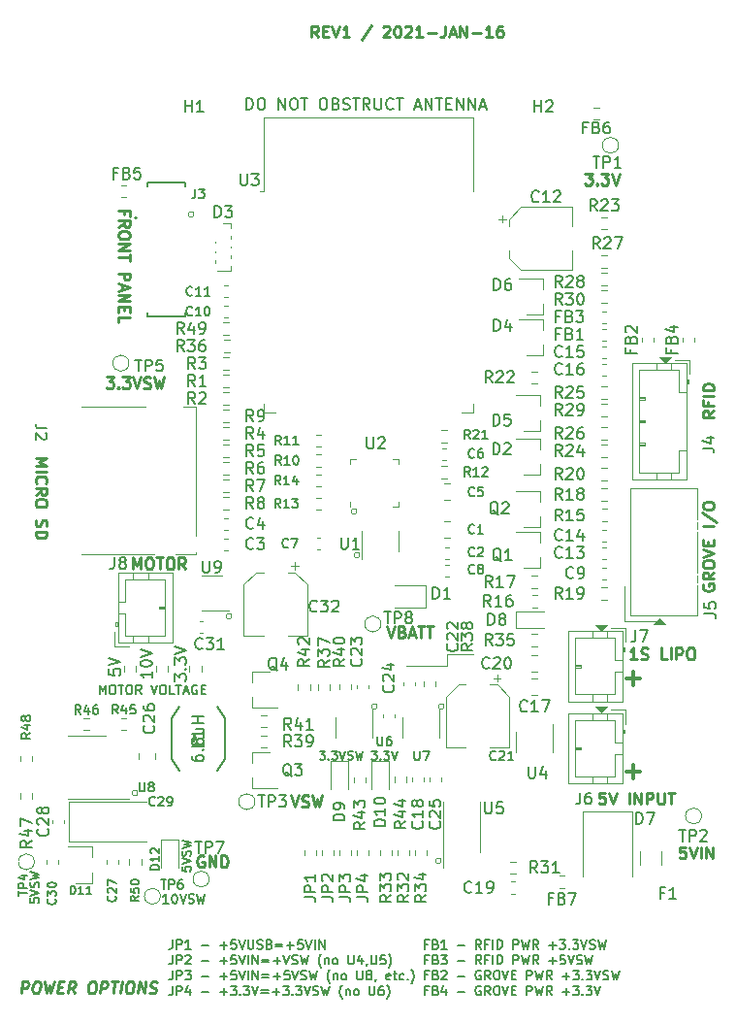
<source format=gto>
%TF.GenerationSoftware,KiCad,Pcbnew,(5.1.8)-1*%
%TF.CreationDate,2021-01-16T15:44:13-05:00*%
%TF.ProjectId,uratt,75726174-742e-46b6-9963-61645f706362,rev?*%
%TF.SameCoordinates,Original*%
%TF.FileFunction,Legend,Top*%
%TF.FilePolarity,Positive*%
%FSLAX46Y46*%
G04 Gerber Fmt 4.6, Leading zero omitted, Abs format (unit mm)*
G04 Created by KiCad (PCBNEW (5.1.8)-1) date 2021-01-16 15:44:13*
%MOMM*%
%LPD*%
G01*
G04 APERTURE LIST*
%ADD10C,0.150000*%
%ADD11C,0.250000*%
%ADD12C,0.120000*%
%ADD13C,0.200000*%
%ADD14C,0.100000*%
%ADD15C,0.300000*%
%ADD16C,0.187500*%
%ADD17C,0.127000*%
%ADD18C,0.152400*%
G04 APERTURE END LIST*
D10*
X61304642Y-96917857D02*
X61037976Y-96917857D01*
X61037976Y-97336904D02*
X61037976Y-96536904D01*
X61418928Y-96536904D01*
X61990357Y-96917857D02*
X62104642Y-96955952D01*
X62142738Y-96994047D01*
X62180833Y-97070238D01*
X62180833Y-97184523D01*
X62142738Y-97260714D01*
X62104642Y-97298809D01*
X62028452Y-97336904D01*
X61723690Y-97336904D01*
X61723690Y-96536904D01*
X61990357Y-96536904D01*
X62066547Y-96575000D01*
X62104642Y-96613095D01*
X62142738Y-96689285D01*
X62142738Y-96765476D01*
X62104642Y-96841666D01*
X62066547Y-96879761D01*
X61990357Y-96917857D01*
X61723690Y-96917857D01*
X62942738Y-97336904D02*
X62485595Y-97336904D01*
X62714166Y-97336904D02*
X62714166Y-96536904D01*
X62637976Y-96651190D01*
X62561785Y-96727380D01*
X62485595Y-96765476D01*
X63895119Y-97032142D02*
X64504642Y-97032142D01*
X65952261Y-97336904D02*
X65685595Y-96955952D01*
X65495119Y-97336904D02*
X65495119Y-96536904D01*
X65799880Y-96536904D01*
X65876071Y-96575000D01*
X65914166Y-96613095D01*
X65952261Y-96689285D01*
X65952261Y-96803571D01*
X65914166Y-96879761D01*
X65876071Y-96917857D01*
X65799880Y-96955952D01*
X65495119Y-96955952D01*
X66561785Y-96917857D02*
X66295119Y-96917857D01*
X66295119Y-97336904D02*
X66295119Y-96536904D01*
X66676071Y-96536904D01*
X66980833Y-97336904D02*
X66980833Y-96536904D01*
X67361785Y-97336904D02*
X67361785Y-96536904D01*
X67552261Y-96536904D01*
X67666547Y-96575000D01*
X67742738Y-96651190D01*
X67780833Y-96727380D01*
X67818928Y-96879761D01*
X67818928Y-96994047D01*
X67780833Y-97146428D01*
X67742738Y-97222619D01*
X67666547Y-97298809D01*
X67552261Y-97336904D01*
X67361785Y-97336904D01*
X68771309Y-97336904D02*
X68771309Y-96536904D01*
X69076071Y-96536904D01*
X69152261Y-96575000D01*
X69190357Y-96613095D01*
X69228452Y-96689285D01*
X69228452Y-96803571D01*
X69190357Y-96879761D01*
X69152261Y-96917857D01*
X69076071Y-96955952D01*
X68771309Y-96955952D01*
X69495119Y-96536904D02*
X69685595Y-97336904D01*
X69837976Y-96765476D01*
X69990357Y-97336904D01*
X70180833Y-96536904D01*
X70942738Y-97336904D02*
X70676071Y-96955952D01*
X70485595Y-97336904D02*
X70485595Y-96536904D01*
X70790357Y-96536904D01*
X70866547Y-96575000D01*
X70904642Y-96613095D01*
X70942738Y-96689285D01*
X70942738Y-96803571D01*
X70904642Y-96879761D01*
X70866547Y-96917857D01*
X70790357Y-96955952D01*
X70485595Y-96955952D01*
X71895119Y-97032142D02*
X72504642Y-97032142D01*
X72199880Y-97336904D02*
X72199880Y-96727380D01*
X72809404Y-96536904D02*
X73304642Y-96536904D01*
X73037976Y-96841666D01*
X73152261Y-96841666D01*
X73228452Y-96879761D01*
X73266547Y-96917857D01*
X73304642Y-96994047D01*
X73304642Y-97184523D01*
X73266547Y-97260714D01*
X73228452Y-97298809D01*
X73152261Y-97336904D01*
X72923690Y-97336904D01*
X72847500Y-97298809D01*
X72809404Y-97260714D01*
X73647500Y-97260714D02*
X73685595Y-97298809D01*
X73647500Y-97336904D01*
X73609404Y-97298809D01*
X73647500Y-97260714D01*
X73647500Y-97336904D01*
X73952261Y-96536904D02*
X74447500Y-96536904D01*
X74180833Y-96841666D01*
X74295119Y-96841666D01*
X74371309Y-96879761D01*
X74409404Y-96917857D01*
X74447500Y-96994047D01*
X74447500Y-97184523D01*
X74409404Y-97260714D01*
X74371309Y-97298809D01*
X74295119Y-97336904D01*
X74066547Y-97336904D01*
X73990357Y-97298809D01*
X73952261Y-97260714D01*
X74676071Y-96536904D02*
X74942738Y-97336904D01*
X75209404Y-96536904D01*
X75437976Y-97298809D02*
X75552261Y-97336904D01*
X75742738Y-97336904D01*
X75818928Y-97298809D01*
X75857023Y-97260714D01*
X75895119Y-97184523D01*
X75895119Y-97108333D01*
X75857023Y-97032142D01*
X75818928Y-96994047D01*
X75742738Y-96955952D01*
X75590357Y-96917857D01*
X75514166Y-96879761D01*
X75476071Y-96841666D01*
X75437976Y-96765476D01*
X75437976Y-96689285D01*
X75476071Y-96613095D01*
X75514166Y-96575000D01*
X75590357Y-96536904D01*
X75780833Y-96536904D01*
X75895119Y-96575000D01*
X76161785Y-96536904D02*
X76352261Y-97336904D01*
X76504642Y-96765476D01*
X76657023Y-97336904D01*
X76847500Y-96536904D01*
X61304642Y-98267857D02*
X61037976Y-98267857D01*
X61037976Y-98686904D02*
X61037976Y-97886904D01*
X61418928Y-97886904D01*
X61990357Y-98267857D02*
X62104642Y-98305952D01*
X62142738Y-98344047D01*
X62180833Y-98420238D01*
X62180833Y-98534523D01*
X62142738Y-98610714D01*
X62104642Y-98648809D01*
X62028452Y-98686904D01*
X61723690Y-98686904D01*
X61723690Y-97886904D01*
X61990357Y-97886904D01*
X62066547Y-97925000D01*
X62104642Y-97963095D01*
X62142738Y-98039285D01*
X62142738Y-98115476D01*
X62104642Y-98191666D01*
X62066547Y-98229761D01*
X61990357Y-98267857D01*
X61723690Y-98267857D01*
X62447500Y-97886904D02*
X62942738Y-97886904D01*
X62676071Y-98191666D01*
X62790357Y-98191666D01*
X62866547Y-98229761D01*
X62904642Y-98267857D01*
X62942738Y-98344047D01*
X62942738Y-98534523D01*
X62904642Y-98610714D01*
X62866547Y-98648809D01*
X62790357Y-98686904D01*
X62561785Y-98686904D01*
X62485595Y-98648809D01*
X62447500Y-98610714D01*
X63895119Y-98382142D02*
X64504642Y-98382142D01*
X65952261Y-98686904D02*
X65685595Y-98305952D01*
X65495119Y-98686904D02*
X65495119Y-97886904D01*
X65799880Y-97886904D01*
X65876071Y-97925000D01*
X65914166Y-97963095D01*
X65952261Y-98039285D01*
X65952261Y-98153571D01*
X65914166Y-98229761D01*
X65876071Y-98267857D01*
X65799880Y-98305952D01*
X65495119Y-98305952D01*
X66561785Y-98267857D02*
X66295119Y-98267857D01*
X66295119Y-98686904D02*
X66295119Y-97886904D01*
X66676071Y-97886904D01*
X66980833Y-98686904D02*
X66980833Y-97886904D01*
X67361785Y-98686904D02*
X67361785Y-97886904D01*
X67552261Y-97886904D01*
X67666547Y-97925000D01*
X67742738Y-98001190D01*
X67780833Y-98077380D01*
X67818928Y-98229761D01*
X67818928Y-98344047D01*
X67780833Y-98496428D01*
X67742738Y-98572619D01*
X67666547Y-98648809D01*
X67552261Y-98686904D01*
X67361785Y-98686904D01*
X68771309Y-98686904D02*
X68771309Y-97886904D01*
X69076071Y-97886904D01*
X69152261Y-97925000D01*
X69190357Y-97963095D01*
X69228452Y-98039285D01*
X69228452Y-98153571D01*
X69190357Y-98229761D01*
X69152261Y-98267857D01*
X69076071Y-98305952D01*
X68771309Y-98305952D01*
X69495119Y-97886904D02*
X69685595Y-98686904D01*
X69837976Y-98115476D01*
X69990357Y-98686904D01*
X70180833Y-97886904D01*
X70942738Y-98686904D02*
X70676071Y-98305952D01*
X70485595Y-98686904D02*
X70485595Y-97886904D01*
X70790357Y-97886904D01*
X70866547Y-97925000D01*
X70904642Y-97963095D01*
X70942738Y-98039285D01*
X70942738Y-98153571D01*
X70904642Y-98229761D01*
X70866547Y-98267857D01*
X70790357Y-98305952D01*
X70485595Y-98305952D01*
X71895119Y-98382142D02*
X72504642Y-98382142D01*
X72199880Y-98686904D02*
X72199880Y-98077380D01*
X73266547Y-97886904D02*
X72885595Y-97886904D01*
X72847500Y-98267857D01*
X72885595Y-98229761D01*
X72961785Y-98191666D01*
X73152261Y-98191666D01*
X73228452Y-98229761D01*
X73266547Y-98267857D01*
X73304642Y-98344047D01*
X73304642Y-98534523D01*
X73266547Y-98610714D01*
X73228452Y-98648809D01*
X73152261Y-98686904D01*
X72961785Y-98686904D01*
X72885595Y-98648809D01*
X72847500Y-98610714D01*
X73533214Y-97886904D02*
X73799880Y-98686904D01*
X74066547Y-97886904D01*
X74295119Y-98648809D02*
X74409404Y-98686904D01*
X74599880Y-98686904D01*
X74676071Y-98648809D01*
X74714166Y-98610714D01*
X74752261Y-98534523D01*
X74752261Y-98458333D01*
X74714166Y-98382142D01*
X74676071Y-98344047D01*
X74599880Y-98305952D01*
X74447500Y-98267857D01*
X74371309Y-98229761D01*
X74333214Y-98191666D01*
X74295119Y-98115476D01*
X74295119Y-98039285D01*
X74333214Y-97963095D01*
X74371309Y-97925000D01*
X74447500Y-97886904D01*
X74637976Y-97886904D01*
X74752261Y-97925000D01*
X75018928Y-97886904D02*
X75209404Y-98686904D01*
X75361785Y-98115476D01*
X75514166Y-98686904D01*
X75704642Y-97886904D01*
X61304642Y-99617857D02*
X61037976Y-99617857D01*
X61037976Y-100036904D02*
X61037976Y-99236904D01*
X61418928Y-99236904D01*
X61990357Y-99617857D02*
X62104642Y-99655952D01*
X62142738Y-99694047D01*
X62180833Y-99770238D01*
X62180833Y-99884523D01*
X62142738Y-99960714D01*
X62104642Y-99998809D01*
X62028452Y-100036904D01*
X61723690Y-100036904D01*
X61723690Y-99236904D01*
X61990357Y-99236904D01*
X62066547Y-99275000D01*
X62104642Y-99313095D01*
X62142738Y-99389285D01*
X62142738Y-99465476D01*
X62104642Y-99541666D01*
X62066547Y-99579761D01*
X61990357Y-99617857D01*
X61723690Y-99617857D01*
X62485595Y-99313095D02*
X62523690Y-99275000D01*
X62599880Y-99236904D01*
X62790357Y-99236904D01*
X62866547Y-99275000D01*
X62904642Y-99313095D01*
X62942738Y-99389285D01*
X62942738Y-99465476D01*
X62904642Y-99579761D01*
X62447500Y-100036904D01*
X62942738Y-100036904D01*
X63895119Y-99732142D02*
X64504642Y-99732142D01*
X65914166Y-99275000D02*
X65837976Y-99236904D01*
X65723690Y-99236904D01*
X65609404Y-99275000D01*
X65533214Y-99351190D01*
X65495119Y-99427380D01*
X65457023Y-99579761D01*
X65457023Y-99694047D01*
X65495119Y-99846428D01*
X65533214Y-99922619D01*
X65609404Y-99998809D01*
X65723690Y-100036904D01*
X65799880Y-100036904D01*
X65914166Y-99998809D01*
X65952261Y-99960714D01*
X65952261Y-99694047D01*
X65799880Y-99694047D01*
X66752261Y-100036904D02*
X66485595Y-99655952D01*
X66295119Y-100036904D02*
X66295119Y-99236904D01*
X66599880Y-99236904D01*
X66676071Y-99275000D01*
X66714166Y-99313095D01*
X66752261Y-99389285D01*
X66752261Y-99503571D01*
X66714166Y-99579761D01*
X66676071Y-99617857D01*
X66599880Y-99655952D01*
X66295119Y-99655952D01*
X67247500Y-99236904D02*
X67399880Y-99236904D01*
X67476071Y-99275000D01*
X67552261Y-99351190D01*
X67590357Y-99503571D01*
X67590357Y-99770238D01*
X67552261Y-99922619D01*
X67476071Y-99998809D01*
X67399880Y-100036904D01*
X67247500Y-100036904D01*
X67171309Y-99998809D01*
X67095119Y-99922619D01*
X67057023Y-99770238D01*
X67057023Y-99503571D01*
X67095119Y-99351190D01*
X67171309Y-99275000D01*
X67247500Y-99236904D01*
X67818928Y-99236904D02*
X68085595Y-100036904D01*
X68352261Y-99236904D01*
X68618928Y-99617857D02*
X68885595Y-99617857D01*
X68999880Y-100036904D02*
X68618928Y-100036904D01*
X68618928Y-99236904D01*
X68999880Y-99236904D01*
X69952261Y-100036904D02*
X69952261Y-99236904D01*
X70257023Y-99236904D01*
X70333214Y-99275000D01*
X70371309Y-99313095D01*
X70409404Y-99389285D01*
X70409404Y-99503571D01*
X70371309Y-99579761D01*
X70333214Y-99617857D01*
X70257023Y-99655952D01*
X69952261Y-99655952D01*
X70676071Y-99236904D02*
X70866547Y-100036904D01*
X71018928Y-99465476D01*
X71171309Y-100036904D01*
X71361785Y-99236904D01*
X72123690Y-100036904D02*
X71857023Y-99655952D01*
X71666547Y-100036904D02*
X71666547Y-99236904D01*
X71971309Y-99236904D01*
X72047500Y-99275000D01*
X72085595Y-99313095D01*
X72123690Y-99389285D01*
X72123690Y-99503571D01*
X72085595Y-99579761D01*
X72047500Y-99617857D01*
X71971309Y-99655952D01*
X71666547Y-99655952D01*
X73076071Y-99732142D02*
X73685595Y-99732142D01*
X73380833Y-100036904D02*
X73380833Y-99427380D01*
X73990357Y-99236904D02*
X74485595Y-99236904D01*
X74218928Y-99541666D01*
X74333214Y-99541666D01*
X74409404Y-99579761D01*
X74447500Y-99617857D01*
X74485595Y-99694047D01*
X74485595Y-99884523D01*
X74447500Y-99960714D01*
X74409404Y-99998809D01*
X74333214Y-100036904D01*
X74104642Y-100036904D01*
X74028452Y-99998809D01*
X73990357Y-99960714D01*
X74828452Y-99960714D02*
X74866547Y-99998809D01*
X74828452Y-100036904D01*
X74790357Y-99998809D01*
X74828452Y-99960714D01*
X74828452Y-100036904D01*
X75133214Y-99236904D02*
X75628452Y-99236904D01*
X75361785Y-99541666D01*
X75476071Y-99541666D01*
X75552261Y-99579761D01*
X75590357Y-99617857D01*
X75628452Y-99694047D01*
X75628452Y-99884523D01*
X75590357Y-99960714D01*
X75552261Y-99998809D01*
X75476071Y-100036904D01*
X75247500Y-100036904D01*
X75171309Y-99998809D01*
X75133214Y-99960714D01*
X75857023Y-99236904D02*
X76123690Y-100036904D01*
X76390357Y-99236904D01*
X76618928Y-99998809D02*
X76733214Y-100036904D01*
X76923690Y-100036904D01*
X76999880Y-99998809D01*
X77037976Y-99960714D01*
X77076071Y-99884523D01*
X77076071Y-99808333D01*
X77037976Y-99732142D01*
X76999880Y-99694047D01*
X76923690Y-99655952D01*
X76771309Y-99617857D01*
X76695119Y-99579761D01*
X76657023Y-99541666D01*
X76618928Y-99465476D01*
X76618928Y-99389285D01*
X76657023Y-99313095D01*
X76695119Y-99275000D01*
X76771309Y-99236904D01*
X76961785Y-99236904D01*
X77076071Y-99275000D01*
X77342738Y-99236904D02*
X77533214Y-100036904D01*
X77685595Y-99465476D01*
X77837976Y-100036904D01*
X78028452Y-99236904D01*
X61304642Y-100967857D02*
X61037976Y-100967857D01*
X61037976Y-101386904D02*
X61037976Y-100586904D01*
X61418928Y-100586904D01*
X61990357Y-100967857D02*
X62104642Y-101005952D01*
X62142738Y-101044047D01*
X62180833Y-101120238D01*
X62180833Y-101234523D01*
X62142738Y-101310714D01*
X62104642Y-101348809D01*
X62028452Y-101386904D01*
X61723690Y-101386904D01*
X61723690Y-100586904D01*
X61990357Y-100586904D01*
X62066547Y-100625000D01*
X62104642Y-100663095D01*
X62142738Y-100739285D01*
X62142738Y-100815476D01*
X62104642Y-100891666D01*
X62066547Y-100929761D01*
X61990357Y-100967857D01*
X61723690Y-100967857D01*
X62866547Y-100853571D02*
X62866547Y-101386904D01*
X62676071Y-100548809D02*
X62485595Y-101120238D01*
X62980833Y-101120238D01*
X63895119Y-101082142D02*
X64504642Y-101082142D01*
X65914166Y-100625000D02*
X65837976Y-100586904D01*
X65723690Y-100586904D01*
X65609404Y-100625000D01*
X65533214Y-100701190D01*
X65495119Y-100777380D01*
X65457023Y-100929761D01*
X65457023Y-101044047D01*
X65495119Y-101196428D01*
X65533214Y-101272619D01*
X65609404Y-101348809D01*
X65723690Y-101386904D01*
X65799880Y-101386904D01*
X65914166Y-101348809D01*
X65952261Y-101310714D01*
X65952261Y-101044047D01*
X65799880Y-101044047D01*
X66752261Y-101386904D02*
X66485595Y-101005952D01*
X66295119Y-101386904D02*
X66295119Y-100586904D01*
X66599880Y-100586904D01*
X66676071Y-100625000D01*
X66714166Y-100663095D01*
X66752261Y-100739285D01*
X66752261Y-100853571D01*
X66714166Y-100929761D01*
X66676071Y-100967857D01*
X66599880Y-101005952D01*
X66295119Y-101005952D01*
X67247500Y-100586904D02*
X67399880Y-100586904D01*
X67476071Y-100625000D01*
X67552261Y-100701190D01*
X67590357Y-100853571D01*
X67590357Y-101120238D01*
X67552261Y-101272619D01*
X67476071Y-101348809D01*
X67399880Y-101386904D01*
X67247500Y-101386904D01*
X67171309Y-101348809D01*
X67095119Y-101272619D01*
X67057023Y-101120238D01*
X67057023Y-100853571D01*
X67095119Y-100701190D01*
X67171309Y-100625000D01*
X67247500Y-100586904D01*
X67818928Y-100586904D02*
X68085595Y-101386904D01*
X68352261Y-100586904D01*
X68618928Y-100967857D02*
X68885595Y-100967857D01*
X68999880Y-101386904D02*
X68618928Y-101386904D01*
X68618928Y-100586904D01*
X68999880Y-100586904D01*
X69952261Y-101386904D02*
X69952261Y-100586904D01*
X70257023Y-100586904D01*
X70333214Y-100625000D01*
X70371309Y-100663095D01*
X70409404Y-100739285D01*
X70409404Y-100853571D01*
X70371309Y-100929761D01*
X70333214Y-100967857D01*
X70257023Y-101005952D01*
X69952261Y-101005952D01*
X70676071Y-100586904D02*
X70866547Y-101386904D01*
X71018928Y-100815476D01*
X71171309Y-101386904D01*
X71361785Y-100586904D01*
X72123690Y-101386904D02*
X71857023Y-101005952D01*
X71666547Y-101386904D02*
X71666547Y-100586904D01*
X71971309Y-100586904D01*
X72047500Y-100625000D01*
X72085595Y-100663095D01*
X72123690Y-100739285D01*
X72123690Y-100853571D01*
X72085595Y-100929761D01*
X72047500Y-100967857D01*
X71971309Y-101005952D01*
X71666547Y-101005952D01*
X73076071Y-101082142D02*
X73685595Y-101082142D01*
X73380833Y-101386904D02*
X73380833Y-100777380D01*
X73990357Y-100586904D02*
X74485595Y-100586904D01*
X74218928Y-100891666D01*
X74333214Y-100891666D01*
X74409404Y-100929761D01*
X74447500Y-100967857D01*
X74485595Y-101044047D01*
X74485595Y-101234523D01*
X74447500Y-101310714D01*
X74409404Y-101348809D01*
X74333214Y-101386904D01*
X74104642Y-101386904D01*
X74028452Y-101348809D01*
X73990357Y-101310714D01*
X74828452Y-101310714D02*
X74866547Y-101348809D01*
X74828452Y-101386904D01*
X74790357Y-101348809D01*
X74828452Y-101310714D01*
X74828452Y-101386904D01*
X75133214Y-100586904D02*
X75628452Y-100586904D01*
X75361785Y-100891666D01*
X75476071Y-100891666D01*
X75552261Y-100929761D01*
X75590357Y-100967857D01*
X75628452Y-101044047D01*
X75628452Y-101234523D01*
X75590357Y-101310714D01*
X75552261Y-101348809D01*
X75476071Y-101386904D01*
X75247500Y-101386904D01*
X75171309Y-101348809D01*
X75133214Y-101310714D01*
X75857023Y-100586904D02*
X76123690Y-101386904D01*
X76390357Y-100586904D01*
D11*
X25784747Y-101202380D02*
X25909747Y-100202380D01*
X26290699Y-100202380D01*
X26379985Y-100250000D01*
X26421651Y-100297619D01*
X26457366Y-100392857D01*
X26439508Y-100535714D01*
X26379985Y-100630952D01*
X26326413Y-100678571D01*
X26225223Y-100726190D01*
X25844270Y-100726190D01*
X27100223Y-100202380D02*
X27290699Y-100202380D01*
X27379985Y-100250000D01*
X27463318Y-100345238D01*
X27487127Y-100535714D01*
X27445461Y-100869047D01*
X27374032Y-101059523D01*
X27266889Y-101154761D01*
X27165699Y-101202380D01*
X26975223Y-101202380D01*
X26885937Y-101154761D01*
X26802604Y-101059523D01*
X26778794Y-100869047D01*
X26820461Y-100535714D01*
X26891889Y-100345238D01*
X26999032Y-100250000D01*
X27100223Y-100202380D01*
X27862127Y-100202380D02*
X27975223Y-101202380D01*
X28254985Y-100488095D01*
X28356175Y-101202380D01*
X28719270Y-100202380D01*
X29040699Y-100678571D02*
X29374032Y-100678571D01*
X29451413Y-101202380D02*
X28975223Y-101202380D01*
X29100223Y-100202380D01*
X29576413Y-100202380D01*
X30451413Y-101202380D02*
X30177604Y-100726190D01*
X29879985Y-101202380D02*
X30004985Y-100202380D01*
X30385937Y-100202380D01*
X30475223Y-100250000D01*
X30516889Y-100297619D01*
X30552604Y-100392857D01*
X30534747Y-100535714D01*
X30475223Y-100630952D01*
X30421651Y-100678571D01*
X30320461Y-100726190D01*
X29939508Y-100726190D01*
X31957366Y-100202380D02*
X32147842Y-100202380D01*
X32237127Y-100250000D01*
X32320461Y-100345238D01*
X32344270Y-100535714D01*
X32302604Y-100869047D01*
X32231175Y-101059523D01*
X32124032Y-101154761D01*
X32022842Y-101202380D01*
X31832366Y-101202380D01*
X31743080Y-101154761D01*
X31659747Y-101059523D01*
X31635937Y-100869047D01*
X31677604Y-100535714D01*
X31749032Y-100345238D01*
X31856175Y-100250000D01*
X31957366Y-100202380D01*
X32689508Y-101202380D02*
X32814508Y-100202380D01*
X33195461Y-100202380D01*
X33284747Y-100250000D01*
X33326413Y-100297619D01*
X33362127Y-100392857D01*
X33344270Y-100535714D01*
X33284747Y-100630952D01*
X33231175Y-100678571D01*
X33129985Y-100726190D01*
X32749032Y-100726190D01*
X33671651Y-100202380D02*
X34243080Y-100202380D01*
X33832366Y-101202380D02*
X33957366Y-100202380D01*
X34451413Y-101202380D02*
X34576413Y-100202380D01*
X35243080Y-100202380D02*
X35433556Y-100202380D01*
X35522842Y-100250000D01*
X35606175Y-100345238D01*
X35629985Y-100535714D01*
X35588318Y-100869047D01*
X35516889Y-101059523D01*
X35409747Y-101154761D01*
X35308556Y-101202380D01*
X35118080Y-101202380D01*
X35028794Y-101154761D01*
X34945461Y-101059523D01*
X34921651Y-100869047D01*
X34963318Y-100535714D01*
X35034747Y-100345238D01*
X35141889Y-100250000D01*
X35243080Y-100202380D01*
X35975223Y-101202380D02*
X36100223Y-100202380D01*
X36546651Y-101202380D01*
X36671651Y-100202380D01*
X36981175Y-101154761D02*
X37118080Y-101202380D01*
X37356175Y-101202380D01*
X37457366Y-101154761D01*
X37510937Y-101107142D01*
X37570461Y-101011904D01*
X37582366Y-100916666D01*
X37546651Y-100821428D01*
X37504985Y-100773809D01*
X37415699Y-100726190D01*
X37231175Y-100678571D01*
X37141889Y-100630952D01*
X37100223Y-100583333D01*
X37064508Y-100488095D01*
X37076413Y-100392857D01*
X37135937Y-100297619D01*
X37189508Y-100250000D01*
X37290699Y-100202380D01*
X37528794Y-100202380D01*
X37665699Y-100250000D01*
D10*
X39016547Y-96536904D02*
X39016547Y-97108333D01*
X38978452Y-97222619D01*
X38902261Y-97298809D01*
X38787976Y-97336904D01*
X38711785Y-97336904D01*
X39397500Y-97336904D02*
X39397500Y-96536904D01*
X39702261Y-96536904D01*
X39778452Y-96575000D01*
X39816547Y-96613095D01*
X39854642Y-96689285D01*
X39854642Y-96803571D01*
X39816547Y-96879761D01*
X39778452Y-96917857D01*
X39702261Y-96955952D01*
X39397500Y-96955952D01*
X40616547Y-97336904D02*
X40159404Y-97336904D01*
X40387976Y-97336904D02*
X40387976Y-96536904D01*
X40311785Y-96651190D01*
X40235595Y-96727380D01*
X40159404Y-96765476D01*
X41568928Y-97032142D02*
X42178452Y-97032142D01*
X43168928Y-97032142D02*
X43778452Y-97032142D01*
X43473690Y-97336904D02*
X43473690Y-96727380D01*
X44540357Y-96536904D02*
X44159404Y-96536904D01*
X44121309Y-96917857D01*
X44159404Y-96879761D01*
X44235595Y-96841666D01*
X44426071Y-96841666D01*
X44502261Y-96879761D01*
X44540357Y-96917857D01*
X44578452Y-96994047D01*
X44578452Y-97184523D01*
X44540357Y-97260714D01*
X44502261Y-97298809D01*
X44426071Y-97336904D01*
X44235595Y-97336904D01*
X44159404Y-97298809D01*
X44121309Y-97260714D01*
X44807023Y-96536904D02*
X45073690Y-97336904D01*
X45340357Y-96536904D01*
X45607023Y-96536904D02*
X45607023Y-97184523D01*
X45645119Y-97260714D01*
X45683214Y-97298809D01*
X45759404Y-97336904D01*
X45911785Y-97336904D01*
X45987976Y-97298809D01*
X46026071Y-97260714D01*
X46064166Y-97184523D01*
X46064166Y-96536904D01*
X46407023Y-97298809D02*
X46521309Y-97336904D01*
X46711785Y-97336904D01*
X46787976Y-97298809D01*
X46826071Y-97260714D01*
X46864166Y-97184523D01*
X46864166Y-97108333D01*
X46826071Y-97032142D01*
X46787976Y-96994047D01*
X46711785Y-96955952D01*
X46559404Y-96917857D01*
X46483214Y-96879761D01*
X46445119Y-96841666D01*
X46407023Y-96765476D01*
X46407023Y-96689285D01*
X46445119Y-96613095D01*
X46483214Y-96575000D01*
X46559404Y-96536904D01*
X46749880Y-96536904D01*
X46864166Y-96575000D01*
X47473690Y-96917857D02*
X47587976Y-96955952D01*
X47626071Y-96994047D01*
X47664166Y-97070238D01*
X47664166Y-97184523D01*
X47626071Y-97260714D01*
X47587976Y-97298809D01*
X47511785Y-97336904D01*
X47207023Y-97336904D01*
X47207023Y-96536904D01*
X47473690Y-96536904D01*
X47549880Y-96575000D01*
X47587976Y-96613095D01*
X47626071Y-96689285D01*
X47626071Y-96765476D01*
X47587976Y-96841666D01*
X47549880Y-96879761D01*
X47473690Y-96917857D01*
X47207023Y-96917857D01*
X48007023Y-96917857D02*
X48616547Y-96917857D01*
X48616547Y-97146428D02*
X48007023Y-97146428D01*
X48997500Y-97032142D02*
X49607023Y-97032142D01*
X49302261Y-97336904D02*
X49302261Y-96727380D01*
X50368928Y-96536904D02*
X49987976Y-96536904D01*
X49949880Y-96917857D01*
X49987976Y-96879761D01*
X50064166Y-96841666D01*
X50254642Y-96841666D01*
X50330833Y-96879761D01*
X50368928Y-96917857D01*
X50407023Y-96994047D01*
X50407023Y-97184523D01*
X50368928Y-97260714D01*
X50330833Y-97298809D01*
X50254642Y-97336904D01*
X50064166Y-97336904D01*
X49987976Y-97298809D01*
X49949880Y-97260714D01*
X50635595Y-96536904D02*
X50902261Y-97336904D01*
X51168928Y-96536904D01*
X51435595Y-97336904D02*
X51435595Y-96536904D01*
X51816547Y-97336904D02*
X51816547Y-96536904D01*
X52273690Y-97336904D01*
X52273690Y-96536904D01*
X39016547Y-97886904D02*
X39016547Y-98458333D01*
X38978452Y-98572619D01*
X38902261Y-98648809D01*
X38787976Y-98686904D01*
X38711785Y-98686904D01*
X39397500Y-98686904D02*
X39397500Y-97886904D01*
X39702261Y-97886904D01*
X39778452Y-97925000D01*
X39816547Y-97963095D01*
X39854642Y-98039285D01*
X39854642Y-98153571D01*
X39816547Y-98229761D01*
X39778452Y-98267857D01*
X39702261Y-98305952D01*
X39397500Y-98305952D01*
X40159404Y-97963095D02*
X40197500Y-97925000D01*
X40273690Y-97886904D01*
X40464166Y-97886904D01*
X40540357Y-97925000D01*
X40578452Y-97963095D01*
X40616547Y-98039285D01*
X40616547Y-98115476D01*
X40578452Y-98229761D01*
X40121309Y-98686904D01*
X40616547Y-98686904D01*
X41568928Y-98382142D02*
X42178452Y-98382142D01*
X43168928Y-98382142D02*
X43778452Y-98382142D01*
X43473690Y-98686904D02*
X43473690Y-98077380D01*
X44540357Y-97886904D02*
X44159404Y-97886904D01*
X44121309Y-98267857D01*
X44159404Y-98229761D01*
X44235595Y-98191666D01*
X44426071Y-98191666D01*
X44502261Y-98229761D01*
X44540357Y-98267857D01*
X44578452Y-98344047D01*
X44578452Y-98534523D01*
X44540357Y-98610714D01*
X44502261Y-98648809D01*
X44426071Y-98686904D01*
X44235595Y-98686904D01*
X44159404Y-98648809D01*
X44121309Y-98610714D01*
X44807023Y-97886904D02*
X45073690Y-98686904D01*
X45340357Y-97886904D01*
X45607023Y-98686904D02*
X45607023Y-97886904D01*
X45987976Y-98686904D02*
X45987976Y-97886904D01*
X46445119Y-98686904D01*
X46445119Y-97886904D01*
X46826071Y-98267857D02*
X47435595Y-98267857D01*
X47435595Y-98496428D02*
X46826071Y-98496428D01*
X47816547Y-98382142D02*
X48426071Y-98382142D01*
X48121309Y-98686904D02*
X48121309Y-98077380D01*
X48692738Y-97886904D02*
X48959404Y-98686904D01*
X49226071Y-97886904D01*
X49454642Y-98648809D02*
X49568928Y-98686904D01*
X49759404Y-98686904D01*
X49835595Y-98648809D01*
X49873690Y-98610714D01*
X49911785Y-98534523D01*
X49911785Y-98458333D01*
X49873690Y-98382142D01*
X49835595Y-98344047D01*
X49759404Y-98305952D01*
X49607023Y-98267857D01*
X49530833Y-98229761D01*
X49492738Y-98191666D01*
X49454642Y-98115476D01*
X49454642Y-98039285D01*
X49492738Y-97963095D01*
X49530833Y-97925000D01*
X49607023Y-97886904D01*
X49797500Y-97886904D01*
X49911785Y-97925000D01*
X50178452Y-97886904D02*
X50368928Y-98686904D01*
X50521309Y-98115476D01*
X50673690Y-98686904D01*
X50864166Y-97886904D01*
X52007023Y-98991666D02*
X51968928Y-98953571D01*
X51892738Y-98839285D01*
X51854642Y-98763095D01*
X51816547Y-98648809D01*
X51778452Y-98458333D01*
X51778452Y-98305952D01*
X51816547Y-98115476D01*
X51854642Y-98001190D01*
X51892738Y-97925000D01*
X51968928Y-97810714D01*
X52007023Y-97772619D01*
X52311785Y-98153571D02*
X52311785Y-98686904D01*
X52311785Y-98229761D02*
X52349880Y-98191666D01*
X52426071Y-98153571D01*
X52540357Y-98153571D01*
X52616547Y-98191666D01*
X52654642Y-98267857D01*
X52654642Y-98686904D01*
X53149880Y-98686904D02*
X53073690Y-98648809D01*
X53035595Y-98610714D01*
X52997500Y-98534523D01*
X52997500Y-98305952D01*
X53035595Y-98229761D01*
X53073690Y-98191666D01*
X53149880Y-98153571D01*
X53264166Y-98153571D01*
X53340357Y-98191666D01*
X53378452Y-98229761D01*
X53416547Y-98305952D01*
X53416547Y-98534523D01*
X53378452Y-98610714D01*
X53340357Y-98648809D01*
X53264166Y-98686904D01*
X53149880Y-98686904D01*
X54368928Y-97886904D02*
X54368928Y-98534523D01*
X54407023Y-98610714D01*
X54445119Y-98648809D01*
X54521309Y-98686904D01*
X54673690Y-98686904D01*
X54749880Y-98648809D01*
X54787976Y-98610714D01*
X54826071Y-98534523D01*
X54826071Y-97886904D01*
X55549880Y-98153571D02*
X55549880Y-98686904D01*
X55359404Y-97848809D02*
X55168928Y-98420238D01*
X55664166Y-98420238D01*
X56007023Y-98648809D02*
X56007023Y-98686904D01*
X55968928Y-98763095D01*
X55930833Y-98801190D01*
X56349880Y-97886904D02*
X56349880Y-98534523D01*
X56387976Y-98610714D01*
X56426071Y-98648809D01*
X56502261Y-98686904D01*
X56654642Y-98686904D01*
X56730833Y-98648809D01*
X56768928Y-98610714D01*
X56807023Y-98534523D01*
X56807023Y-97886904D01*
X57568928Y-97886904D02*
X57187976Y-97886904D01*
X57149880Y-98267857D01*
X57187976Y-98229761D01*
X57264166Y-98191666D01*
X57454642Y-98191666D01*
X57530833Y-98229761D01*
X57568928Y-98267857D01*
X57607023Y-98344047D01*
X57607023Y-98534523D01*
X57568928Y-98610714D01*
X57530833Y-98648809D01*
X57454642Y-98686904D01*
X57264166Y-98686904D01*
X57187976Y-98648809D01*
X57149880Y-98610714D01*
X57873690Y-98991666D02*
X57911785Y-98953571D01*
X57987976Y-98839285D01*
X58026071Y-98763095D01*
X58064166Y-98648809D01*
X58102261Y-98458333D01*
X58102261Y-98305952D01*
X58064166Y-98115476D01*
X58026071Y-98001190D01*
X57987976Y-97925000D01*
X57911785Y-97810714D01*
X57873690Y-97772619D01*
X39016547Y-99236904D02*
X39016547Y-99808333D01*
X38978452Y-99922619D01*
X38902261Y-99998809D01*
X38787976Y-100036904D01*
X38711785Y-100036904D01*
X39397500Y-100036904D02*
X39397500Y-99236904D01*
X39702261Y-99236904D01*
X39778452Y-99275000D01*
X39816547Y-99313095D01*
X39854642Y-99389285D01*
X39854642Y-99503571D01*
X39816547Y-99579761D01*
X39778452Y-99617857D01*
X39702261Y-99655952D01*
X39397500Y-99655952D01*
X40121309Y-99236904D02*
X40616547Y-99236904D01*
X40349880Y-99541666D01*
X40464166Y-99541666D01*
X40540357Y-99579761D01*
X40578452Y-99617857D01*
X40616547Y-99694047D01*
X40616547Y-99884523D01*
X40578452Y-99960714D01*
X40540357Y-99998809D01*
X40464166Y-100036904D01*
X40235595Y-100036904D01*
X40159404Y-99998809D01*
X40121309Y-99960714D01*
X41568928Y-99732142D02*
X42178452Y-99732142D01*
X43168928Y-99732142D02*
X43778452Y-99732142D01*
X43473690Y-100036904D02*
X43473690Y-99427380D01*
X44540357Y-99236904D02*
X44159404Y-99236904D01*
X44121309Y-99617857D01*
X44159404Y-99579761D01*
X44235595Y-99541666D01*
X44426071Y-99541666D01*
X44502261Y-99579761D01*
X44540357Y-99617857D01*
X44578452Y-99694047D01*
X44578452Y-99884523D01*
X44540357Y-99960714D01*
X44502261Y-99998809D01*
X44426071Y-100036904D01*
X44235595Y-100036904D01*
X44159404Y-99998809D01*
X44121309Y-99960714D01*
X44807023Y-99236904D02*
X45073690Y-100036904D01*
X45340357Y-99236904D01*
X45607023Y-100036904D02*
X45607023Y-99236904D01*
X45987976Y-100036904D02*
X45987976Y-99236904D01*
X46445119Y-100036904D01*
X46445119Y-99236904D01*
X46826071Y-99617857D02*
X47435595Y-99617857D01*
X47435595Y-99846428D02*
X46826071Y-99846428D01*
X47816547Y-99732142D02*
X48426071Y-99732142D01*
X48121309Y-100036904D02*
X48121309Y-99427380D01*
X49187976Y-99236904D02*
X48807023Y-99236904D01*
X48768928Y-99617857D01*
X48807023Y-99579761D01*
X48883214Y-99541666D01*
X49073690Y-99541666D01*
X49149880Y-99579761D01*
X49187976Y-99617857D01*
X49226071Y-99694047D01*
X49226071Y-99884523D01*
X49187976Y-99960714D01*
X49149880Y-99998809D01*
X49073690Y-100036904D01*
X48883214Y-100036904D01*
X48807023Y-99998809D01*
X48768928Y-99960714D01*
X49454642Y-99236904D02*
X49721309Y-100036904D01*
X49987976Y-99236904D01*
X50216547Y-99998809D02*
X50330833Y-100036904D01*
X50521309Y-100036904D01*
X50597500Y-99998809D01*
X50635595Y-99960714D01*
X50673690Y-99884523D01*
X50673690Y-99808333D01*
X50635595Y-99732142D01*
X50597500Y-99694047D01*
X50521309Y-99655952D01*
X50368928Y-99617857D01*
X50292738Y-99579761D01*
X50254642Y-99541666D01*
X50216547Y-99465476D01*
X50216547Y-99389285D01*
X50254642Y-99313095D01*
X50292738Y-99275000D01*
X50368928Y-99236904D01*
X50559404Y-99236904D01*
X50673690Y-99275000D01*
X50940357Y-99236904D02*
X51130833Y-100036904D01*
X51283214Y-99465476D01*
X51435595Y-100036904D01*
X51626071Y-99236904D01*
X52768928Y-100341666D02*
X52730833Y-100303571D01*
X52654642Y-100189285D01*
X52616547Y-100113095D01*
X52578452Y-99998809D01*
X52540357Y-99808333D01*
X52540357Y-99655952D01*
X52578452Y-99465476D01*
X52616547Y-99351190D01*
X52654642Y-99275000D01*
X52730833Y-99160714D01*
X52768928Y-99122619D01*
X53073690Y-99503571D02*
X53073690Y-100036904D01*
X53073690Y-99579761D02*
X53111785Y-99541666D01*
X53187976Y-99503571D01*
X53302261Y-99503571D01*
X53378452Y-99541666D01*
X53416547Y-99617857D01*
X53416547Y-100036904D01*
X53911785Y-100036904D02*
X53835595Y-99998809D01*
X53797500Y-99960714D01*
X53759404Y-99884523D01*
X53759404Y-99655952D01*
X53797500Y-99579761D01*
X53835595Y-99541666D01*
X53911785Y-99503571D01*
X54026071Y-99503571D01*
X54102261Y-99541666D01*
X54140357Y-99579761D01*
X54178452Y-99655952D01*
X54178452Y-99884523D01*
X54140357Y-99960714D01*
X54102261Y-99998809D01*
X54026071Y-100036904D01*
X53911785Y-100036904D01*
X55130833Y-99236904D02*
X55130833Y-99884523D01*
X55168928Y-99960714D01*
X55207023Y-99998809D01*
X55283214Y-100036904D01*
X55435595Y-100036904D01*
X55511785Y-99998809D01*
X55549880Y-99960714D01*
X55587976Y-99884523D01*
X55587976Y-99236904D01*
X56083214Y-99579761D02*
X56007023Y-99541666D01*
X55968928Y-99503571D01*
X55930833Y-99427380D01*
X55930833Y-99389285D01*
X55968928Y-99313095D01*
X56007023Y-99275000D01*
X56083214Y-99236904D01*
X56235595Y-99236904D01*
X56311785Y-99275000D01*
X56349880Y-99313095D01*
X56387976Y-99389285D01*
X56387976Y-99427380D01*
X56349880Y-99503571D01*
X56311785Y-99541666D01*
X56235595Y-99579761D01*
X56083214Y-99579761D01*
X56007023Y-99617857D01*
X55968928Y-99655952D01*
X55930833Y-99732142D01*
X55930833Y-99884523D01*
X55968928Y-99960714D01*
X56007023Y-99998809D01*
X56083214Y-100036904D01*
X56235595Y-100036904D01*
X56311785Y-99998809D01*
X56349880Y-99960714D01*
X56387976Y-99884523D01*
X56387976Y-99732142D01*
X56349880Y-99655952D01*
X56311785Y-99617857D01*
X56235595Y-99579761D01*
X56768928Y-99998809D02*
X56768928Y-100036904D01*
X56730833Y-100113095D01*
X56692738Y-100151190D01*
X58026071Y-99998809D02*
X57949880Y-100036904D01*
X57797500Y-100036904D01*
X57721309Y-99998809D01*
X57683214Y-99922619D01*
X57683214Y-99617857D01*
X57721309Y-99541666D01*
X57797500Y-99503571D01*
X57949880Y-99503571D01*
X58026071Y-99541666D01*
X58064166Y-99617857D01*
X58064166Y-99694047D01*
X57683214Y-99770238D01*
X58292738Y-99503571D02*
X58597500Y-99503571D01*
X58407023Y-99236904D02*
X58407023Y-99922619D01*
X58445119Y-99998809D01*
X58521309Y-100036904D01*
X58597500Y-100036904D01*
X59207023Y-99998809D02*
X59130833Y-100036904D01*
X58978452Y-100036904D01*
X58902261Y-99998809D01*
X58864166Y-99960714D01*
X58826071Y-99884523D01*
X58826071Y-99655952D01*
X58864166Y-99579761D01*
X58902261Y-99541666D01*
X58978452Y-99503571D01*
X59130833Y-99503571D01*
X59207023Y-99541666D01*
X59549880Y-99960714D02*
X59587976Y-99998809D01*
X59549880Y-100036904D01*
X59511785Y-99998809D01*
X59549880Y-99960714D01*
X59549880Y-100036904D01*
X59854642Y-100341666D02*
X59892738Y-100303571D01*
X59968928Y-100189285D01*
X60007023Y-100113095D01*
X60045119Y-99998809D01*
X60083214Y-99808333D01*
X60083214Y-99655952D01*
X60045119Y-99465476D01*
X60007023Y-99351190D01*
X59968928Y-99275000D01*
X59892738Y-99160714D01*
X59854642Y-99122619D01*
X39016547Y-100586904D02*
X39016547Y-101158333D01*
X38978452Y-101272619D01*
X38902261Y-101348809D01*
X38787976Y-101386904D01*
X38711785Y-101386904D01*
X39397500Y-101386904D02*
X39397500Y-100586904D01*
X39702261Y-100586904D01*
X39778452Y-100625000D01*
X39816547Y-100663095D01*
X39854642Y-100739285D01*
X39854642Y-100853571D01*
X39816547Y-100929761D01*
X39778452Y-100967857D01*
X39702261Y-101005952D01*
X39397500Y-101005952D01*
X40540357Y-100853571D02*
X40540357Y-101386904D01*
X40349880Y-100548809D02*
X40159404Y-101120238D01*
X40654642Y-101120238D01*
X41568928Y-101082142D02*
X42178452Y-101082142D01*
X43168928Y-101082142D02*
X43778452Y-101082142D01*
X43473690Y-101386904D02*
X43473690Y-100777380D01*
X44083214Y-100586904D02*
X44578452Y-100586904D01*
X44311785Y-100891666D01*
X44426071Y-100891666D01*
X44502261Y-100929761D01*
X44540357Y-100967857D01*
X44578452Y-101044047D01*
X44578452Y-101234523D01*
X44540357Y-101310714D01*
X44502261Y-101348809D01*
X44426071Y-101386904D01*
X44197500Y-101386904D01*
X44121309Y-101348809D01*
X44083214Y-101310714D01*
X44921309Y-101310714D02*
X44959404Y-101348809D01*
X44921309Y-101386904D01*
X44883214Y-101348809D01*
X44921309Y-101310714D01*
X44921309Y-101386904D01*
X45226071Y-100586904D02*
X45721309Y-100586904D01*
X45454642Y-100891666D01*
X45568928Y-100891666D01*
X45645119Y-100929761D01*
X45683214Y-100967857D01*
X45721309Y-101044047D01*
X45721309Y-101234523D01*
X45683214Y-101310714D01*
X45645119Y-101348809D01*
X45568928Y-101386904D01*
X45340357Y-101386904D01*
X45264166Y-101348809D01*
X45226071Y-101310714D01*
X45949880Y-100586904D02*
X46216547Y-101386904D01*
X46483214Y-100586904D01*
X46749880Y-100967857D02*
X47359404Y-100967857D01*
X47359404Y-101196428D02*
X46749880Y-101196428D01*
X47740357Y-101082142D02*
X48349880Y-101082142D01*
X48045119Y-101386904D02*
X48045119Y-100777380D01*
X48654642Y-100586904D02*
X49149880Y-100586904D01*
X48883214Y-100891666D01*
X48997500Y-100891666D01*
X49073690Y-100929761D01*
X49111785Y-100967857D01*
X49149880Y-101044047D01*
X49149880Y-101234523D01*
X49111785Y-101310714D01*
X49073690Y-101348809D01*
X48997500Y-101386904D01*
X48768928Y-101386904D01*
X48692738Y-101348809D01*
X48654642Y-101310714D01*
X49492738Y-101310714D02*
X49530833Y-101348809D01*
X49492738Y-101386904D01*
X49454642Y-101348809D01*
X49492738Y-101310714D01*
X49492738Y-101386904D01*
X49797500Y-100586904D02*
X50292738Y-100586904D01*
X50026071Y-100891666D01*
X50140357Y-100891666D01*
X50216547Y-100929761D01*
X50254642Y-100967857D01*
X50292738Y-101044047D01*
X50292738Y-101234523D01*
X50254642Y-101310714D01*
X50216547Y-101348809D01*
X50140357Y-101386904D01*
X49911785Y-101386904D01*
X49835595Y-101348809D01*
X49797500Y-101310714D01*
X50521309Y-100586904D02*
X50787976Y-101386904D01*
X51054642Y-100586904D01*
X51283214Y-101348809D02*
X51397500Y-101386904D01*
X51587976Y-101386904D01*
X51664166Y-101348809D01*
X51702261Y-101310714D01*
X51740357Y-101234523D01*
X51740357Y-101158333D01*
X51702261Y-101082142D01*
X51664166Y-101044047D01*
X51587976Y-101005952D01*
X51435595Y-100967857D01*
X51359404Y-100929761D01*
X51321309Y-100891666D01*
X51283214Y-100815476D01*
X51283214Y-100739285D01*
X51321309Y-100663095D01*
X51359404Y-100625000D01*
X51435595Y-100586904D01*
X51626071Y-100586904D01*
X51740357Y-100625000D01*
X52007023Y-100586904D02*
X52197500Y-101386904D01*
X52349880Y-100815476D01*
X52502261Y-101386904D01*
X52692738Y-100586904D01*
X53835595Y-101691666D02*
X53797500Y-101653571D01*
X53721309Y-101539285D01*
X53683214Y-101463095D01*
X53645119Y-101348809D01*
X53607023Y-101158333D01*
X53607023Y-101005952D01*
X53645119Y-100815476D01*
X53683214Y-100701190D01*
X53721309Y-100625000D01*
X53797500Y-100510714D01*
X53835595Y-100472619D01*
X54140357Y-100853571D02*
X54140357Y-101386904D01*
X54140357Y-100929761D02*
X54178452Y-100891666D01*
X54254642Y-100853571D01*
X54368928Y-100853571D01*
X54445119Y-100891666D01*
X54483214Y-100967857D01*
X54483214Y-101386904D01*
X54978452Y-101386904D02*
X54902261Y-101348809D01*
X54864166Y-101310714D01*
X54826071Y-101234523D01*
X54826071Y-101005952D01*
X54864166Y-100929761D01*
X54902261Y-100891666D01*
X54978452Y-100853571D01*
X55092738Y-100853571D01*
X55168928Y-100891666D01*
X55207023Y-100929761D01*
X55245119Y-101005952D01*
X55245119Y-101234523D01*
X55207023Y-101310714D01*
X55168928Y-101348809D01*
X55092738Y-101386904D01*
X54978452Y-101386904D01*
X56197500Y-100586904D02*
X56197500Y-101234523D01*
X56235595Y-101310714D01*
X56273690Y-101348809D01*
X56349880Y-101386904D01*
X56502261Y-101386904D01*
X56578452Y-101348809D01*
X56616547Y-101310714D01*
X56654642Y-101234523D01*
X56654642Y-100586904D01*
X57378452Y-100586904D02*
X57226071Y-100586904D01*
X57149880Y-100625000D01*
X57111785Y-100663095D01*
X57035595Y-100777380D01*
X56997500Y-100929761D01*
X56997500Y-101234523D01*
X57035595Y-101310714D01*
X57073690Y-101348809D01*
X57149880Y-101386904D01*
X57302261Y-101386904D01*
X57378452Y-101348809D01*
X57416547Y-101310714D01*
X57454642Y-101234523D01*
X57454642Y-101044047D01*
X57416547Y-100967857D01*
X57378452Y-100929761D01*
X57302261Y-100891666D01*
X57149880Y-100891666D01*
X57073690Y-100929761D01*
X57035595Y-100967857D01*
X56997500Y-101044047D01*
X57721309Y-101691666D02*
X57759404Y-101653571D01*
X57835595Y-101539285D01*
X57873690Y-101463095D01*
X57911785Y-101348809D01*
X57949880Y-101158333D01*
X57949880Y-101005952D01*
X57911785Y-100815476D01*
X57873690Y-100701190D01*
X57835595Y-100625000D01*
X57759404Y-100510714D01*
X57721309Y-100472619D01*
X39202380Y-73976190D02*
X39202380Y-73357142D01*
X39583333Y-73690476D01*
X39583333Y-73547619D01*
X39630952Y-73452380D01*
X39678571Y-73404761D01*
X39773809Y-73357142D01*
X40011904Y-73357142D01*
X40107142Y-73404761D01*
X40154761Y-73452380D01*
X40202380Y-73547619D01*
X40202380Y-73833333D01*
X40154761Y-73928571D01*
X40107142Y-73976190D01*
X40107142Y-72928571D02*
X40154761Y-72880952D01*
X40202380Y-72928571D01*
X40154761Y-72976190D01*
X40107142Y-72928571D01*
X40202380Y-72928571D01*
X39202380Y-72547619D02*
X39202380Y-71928571D01*
X39583333Y-72261904D01*
X39583333Y-72119047D01*
X39630952Y-72023809D01*
X39678571Y-71976190D01*
X39773809Y-71928571D01*
X40011904Y-71928571D01*
X40107142Y-71976190D01*
X40154761Y-72023809D01*
X40202380Y-72119047D01*
X40202380Y-72404761D01*
X40154761Y-72500000D01*
X40107142Y-72547619D01*
X39202380Y-71642857D02*
X40202380Y-71309523D01*
X39202380Y-70976190D01*
X37202380Y-73119047D02*
X37202380Y-73690476D01*
X37202380Y-73404761D02*
X36202380Y-73404761D01*
X36345238Y-73500000D01*
X36440476Y-73595238D01*
X36488095Y-73690476D01*
X36202380Y-72500000D02*
X36202380Y-72404761D01*
X36250000Y-72309523D01*
X36297619Y-72261904D01*
X36392857Y-72214285D01*
X36583333Y-72166666D01*
X36821428Y-72166666D01*
X37011904Y-72214285D01*
X37107142Y-72261904D01*
X37154761Y-72309523D01*
X37202380Y-72404761D01*
X37202380Y-72500000D01*
X37154761Y-72595238D01*
X37107142Y-72642857D01*
X37011904Y-72690476D01*
X36821428Y-72738095D01*
X36583333Y-72738095D01*
X36392857Y-72690476D01*
X36297619Y-72642857D01*
X36250000Y-72595238D01*
X36202380Y-72500000D01*
X36202380Y-71880952D02*
X37202380Y-71547619D01*
X36202380Y-71214285D01*
X33452380Y-72940476D02*
X33452380Y-73416666D01*
X33928571Y-73464285D01*
X33880952Y-73416666D01*
X33833333Y-73321428D01*
X33833333Y-73083333D01*
X33880952Y-72988095D01*
X33928571Y-72940476D01*
X34023809Y-72892857D01*
X34261904Y-72892857D01*
X34357142Y-72940476D01*
X34404761Y-72988095D01*
X34452380Y-73083333D01*
X34452380Y-73321428D01*
X34404761Y-73416666D01*
X34357142Y-73464285D01*
X33452380Y-72607142D02*
X34452380Y-72273809D01*
X33452380Y-71940476D01*
X32640476Y-75111904D02*
X32640476Y-74311904D01*
X32907142Y-74883333D01*
X33173809Y-74311904D01*
X33173809Y-75111904D01*
X33707142Y-74311904D02*
X33859523Y-74311904D01*
X33935714Y-74350000D01*
X34011904Y-74426190D01*
X34050000Y-74578571D01*
X34050000Y-74845238D01*
X34011904Y-74997619D01*
X33935714Y-75073809D01*
X33859523Y-75111904D01*
X33707142Y-75111904D01*
X33630952Y-75073809D01*
X33554761Y-74997619D01*
X33516666Y-74845238D01*
X33516666Y-74578571D01*
X33554761Y-74426190D01*
X33630952Y-74350000D01*
X33707142Y-74311904D01*
X34278571Y-74311904D02*
X34735714Y-74311904D01*
X34507142Y-75111904D02*
X34507142Y-74311904D01*
X35154761Y-74311904D02*
X35307142Y-74311904D01*
X35383333Y-74350000D01*
X35459523Y-74426190D01*
X35497619Y-74578571D01*
X35497619Y-74845238D01*
X35459523Y-74997619D01*
X35383333Y-75073809D01*
X35307142Y-75111904D01*
X35154761Y-75111904D01*
X35078571Y-75073809D01*
X35002380Y-74997619D01*
X34964285Y-74845238D01*
X34964285Y-74578571D01*
X35002380Y-74426190D01*
X35078571Y-74350000D01*
X35154761Y-74311904D01*
X36297619Y-75111904D02*
X36030952Y-74730952D01*
X35840476Y-75111904D02*
X35840476Y-74311904D01*
X36145238Y-74311904D01*
X36221428Y-74350000D01*
X36259523Y-74388095D01*
X36297619Y-74464285D01*
X36297619Y-74578571D01*
X36259523Y-74654761D01*
X36221428Y-74692857D01*
X36145238Y-74730952D01*
X35840476Y-74730952D01*
X37135714Y-74311904D02*
X37402380Y-75111904D01*
X37669047Y-74311904D01*
X38088095Y-74311904D02*
X38240476Y-74311904D01*
X38316666Y-74350000D01*
X38392857Y-74426190D01*
X38430952Y-74578571D01*
X38430952Y-74845238D01*
X38392857Y-74997619D01*
X38316666Y-75073809D01*
X38240476Y-75111904D01*
X38088095Y-75111904D01*
X38011904Y-75073809D01*
X37935714Y-74997619D01*
X37897619Y-74845238D01*
X37897619Y-74578571D01*
X37935714Y-74426190D01*
X38011904Y-74350000D01*
X38088095Y-74311904D01*
X39154761Y-75111904D02*
X38773809Y-75111904D01*
X38773809Y-74311904D01*
X39307142Y-74311904D02*
X39764285Y-74311904D01*
X39535714Y-75111904D02*
X39535714Y-74311904D01*
X39992857Y-74883333D02*
X40373809Y-74883333D01*
X39916666Y-75111904D02*
X40183333Y-74311904D01*
X40450000Y-75111904D01*
X41135714Y-74350000D02*
X41059523Y-74311904D01*
X40945238Y-74311904D01*
X40830952Y-74350000D01*
X40754761Y-74426190D01*
X40716666Y-74502380D01*
X40678571Y-74654761D01*
X40678571Y-74769047D01*
X40716666Y-74921428D01*
X40754761Y-74997619D01*
X40830952Y-75073809D01*
X40945238Y-75111904D01*
X41021428Y-75111904D01*
X41135714Y-75073809D01*
X41173809Y-75035714D01*
X41173809Y-74769047D01*
X41021428Y-74769047D01*
X41516666Y-74692857D02*
X41783333Y-74692857D01*
X41897619Y-75111904D02*
X41516666Y-75111904D01*
X41516666Y-74311904D01*
X41897619Y-74311904D01*
D11*
X51738095Y-17827380D02*
X51404761Y-17351190D01*
X51166666Y-17827380D02*
X51166666Y-16827380D01*
X51547619Y-16827380D01*
X51642857Y-16875000D01*
X51690476Y-16922619D01*
X51738095Y-17017857D01*
X51738095Y-17160714D01*
X51690476Y-17255952D01*
X51642857Y-17303571D01*
X51547619Y-17351190D01*
X51166666Y-17351190D01*
X52166666Y-17303571D02*
X52500000Y-17303571D01*
X52642857Y-17827380D02*
X52166666Y-17827380D01*
X52166666Y-16827380D01*
X52642857Y-16827380D01*
X52928571Y-16827380D02*
X53261904Y-17827380D01*
X53595238Y-16827380D01*
X54452380Y-17827380D02*
X53880952Y-17827380D01*
X54166666Y-17827380D02*
X54166666Y-16827380D01*
X54071428Y-16970238D01*
X53976190Y-17065476D01*
X53880952Y-17113095D01*
X56357142Y-16779761D02*
X55500000Y-18065476D01*
X57404761Y-16922619D02*
X57452380Y-16875000D01*
X57547619Y-16827380D01*
X57785714Y-16827380D01*
X57880952Y-16875000D01*
X57928571Y-16922619D01*
X57976190Y-17017857D01*
X57976190Y-17113095D01*
X57928571Y-17255952D01*
X57357142Y-17827380D01*
X57976190Y-17827380D01*
X58595238Y-16827380D02*
X58690476Y-16827380D01*
X58785714Y-16875000D01*
X58833333Y-16922619D01*
X58880952Y-17017857D01*
X58928571Y-17208333D01*
X58928571Y-17446428D01*
X58880952Y-17636904D01*
X58833333Y-17732142D01*
X58785714Y-17779761D01*
X58690476Y-17827380D01*
X58595238Y-17827380D01*
X58500000Y-17779761D01*
X58452380Y-17732142D01*
X58404761Y-17636904D01*
X58357142Y-17446428D01*
X58357142Y-17208333D01*
X58404761Y-17017857D01*
X58452380Y-16922619D01*
X58500000Y-16875000D01*
X58595238Y-16827380D01*
X59309523Y-16922619D02*
X59357142Y-16875000D01*
X59452380Y-16827380D01*
X59690476Y-16827380D01*
X59785714Y-16875000D01*
X59833333Y-16922619D01*
X59880952Y-17017857D01*
X59880952Y-17113095D01*
X59833333Y-17255952D01*
X59261904Y-17827380D01*
X59880952Y-17827380D01*
X60833333Y-17827380D02*
X60261904Y-17827380D01*
X60547619Y-17827380D02*
X60547619Y-16827380D01*
X60452380Y-16970238D01*
X60357142Y-17065476D01*
X60261904Y-17113095D01*
X61261904Y-17446428D02*
X62023809Y-17446428D01*
X62785714Y-16827380D02*
X62785714Y-17541666D01*
X62738095Y-17684523D01*
X62642857Y-17779761D01*
X62500000Y-17827380D01*
X62404761Y-17827380D01*
X63214285Y-17541666D02*
X63690476Y-17541666D01*
X63119047Y-17827380D02*
X63452380Y-16827380D01*
X63785714Y-17827380D01*
X64119047Y-17827380D02*
X64119047Y-16827380D01*
X64690476Y-17827380D01*
X64690476Y-16827380D01*
X65166666Y-17446428D02*
X65928571Y-17446428D01*
X66928571Y-17827380D02*
X66357142Y-17827380D01*
X66642857Y-17827380D02*
X66642857Y-16827380D01*
X66547619Y-16970238D01*
X66452380Y-17065476D01*
X66357142Y-17113095D01*
X67785714Y-16827380D02*
X67595238Y-16827380D01*
X67500000Y-16875000D01*
X67452380Y-16922619D01*
X67357142Y-17065476D01*
X67309523Y-17255952D01*
X67309523Y-17636904D01*
X67357142Y-17732142D01*
X67404761Y-17779761D01*
X67500000Y-17827380D01*
X67690476Y-17827380D01*
X67785714Y-17779761D01*
X67833333Y-17732142D01*
X67880952Y-17636904D01*
X67880952Y-17398809D01*
X67833333Y-17303571D01*
X67785714Y-17255952D01*
X67690476Y-17208333D01*
X67500000Y-17208333D01*
X67404761Y-17255952D01*
X67357142Y-17303571D01*
X67309523Y-17398809D01*
X49369047Y-83952380D02*
X49702380Y-84952380D01*
X50035714Y-83952380D01*
X50321428Y-84904761D02*
X50464285Y-84952380D01*
X50702380Y-84952380D01*
X50797619Y-84904761D01*
X50845238Y-84857142D01*
X50892857Y-84761904D01*
X50892857Y-84666666D01*
X50845238Y-84571428D01*
X50797619Y-84523809D01*
X50702380Y-84476190D01*
X50511904Y-84428571D01*
X50416666Y-84380952D01*
X50369047Y-84333333D01*
X50321428Y-84238095D01*
X50321428Y-84142857D01*
X50369047Y-84047619D01*
X50416666Y-84000000D01*
X50511904Y-83952380D01*
X50750000Y-83952380D01*
X50892857Y-84000000D01*
X51226190Y-83952380D02*
X51464285Y-84952380D01*
X51654761Y-84238095D01*
X51845238Y-84952380D01*
X52083333Y-83952380D01*
D10*
X56392857Y-80089285D02*
X56857142Y-80089285D01*
X56607142Y-80375000D01*
X56714285Y-80375000D01*
X56785714Y-80410714D01*
X56821428Y-80446428D01*
X56857142Y-80517857D01*
X56857142Y-80696428D01*
X56821428Y-80767857D01*
X56785714Y-80803571D01*
X56714285Y-80839285D01*
X56500000Y-80839285D01*
X56428571Y-80803571D01*
X56392857Y-80767857D01*
X57178571Y-80767857D02*
X57214285Y-80803571D01*
X57178571Y-80839285D01*
X57142857Y-80803571D01*
X57178571Y-80767857D01*
X57178571Y-80839285D01*
X57464285Y-80089285D02*
X57928571Y-80089285D01*
X57678571Y-80375000D01*
X57785714Y-80375000D01*
X57857142Y-80410714D01*
X57892857Y-80446428D01*
X57928571Y-80517857D01*
X57928571Y-80696428D01*
X57892857Y-80767857D01*
X57857142Y-80803571D01*
X57785714Y-80839285D01*
X57571428Y-80839285D01*
X57500000Y-80803571D01*
X57464285Y-80767857D01*
X58142857Y-80089285D02*
X58392857Y-80839285D01*
X58642857Y-80089285D01*
X51857142Y-80089285D02*
X52321428Y-80089285D01*
X52071428Y-80375000D01*
X52178571Y-80375000D01*
X52250000Y-80410714D01*
X52285714Y-80446428D01*
X52321428Y-80517857D01*
X52321428Y-80696428D01*
X52285714Y-80767857D01*
X52250000Y-80803571D01*
X52178571Y-80839285D01*
X51964285Y-80839285D01*
X51892857Y-80803571D01*
X51857142Y-80767857D01*
X52642857Y-80767857D02*
X52678571Y-80803571D01*
X52642857Y-80839285D01*
X52607142Y-80803571D01*
X52642857Y-80767857D01*
X52642857Y-80839285D01*
X52928571Y-80089285D02*
X53392857Y-80089285D01*
X53142857Y-80375000D01*
X53250000Y-80375000D01*
X53321428Y-80410714D01*
X53357142Y-80446428D01*
X53392857Y-80517857D01*
X53392857Y-80696428D01*
X53357142Y-80767857D01*
X53321428Y-80803571D01*
X53250000Y-80839285D01*
X53035714Y-80839285D01*
X52964285Y-80803571D01*
X52928571Y-80767857D01*
X53607142Y-80089285D02*
X53857142Y-80839285D01*
X54107142Y-80089285D01*
X54321428Y-80803571D02*
X54428571Y-80839285D01*
X54607142Y-80839285D01*
X54678571Y-80803571D01*
X54714285Y-80767857D01*
X54750000Y-80696428D01*
X54750000Y-80625000D01*
X54714285Y-80553571D01*
X54678571Y-80517857D01*
X54607142Y-80482142D01*
X54464285Y-80446428D01*
X54392857Y-80410714D01*
X54357142Y-80375000D01*
X54321428Y-80303571D01*
X54321428Y-80232142D01*
X54357142Y-80160714D01*
X54392857Y-80125000D01*
X54464285Y-80089285D01*
X54642857Y-80089285D01*
X54750000Y-80125000D01*
X55000000Y-80089285D02*
X55178571Y-80839285D01*
X55321428Y-80303571D01*
X55464285Y-80839285D01*
X55642857Y-80089285D01*
X39839285Y-90178571D02*
X39839285Y-90535714D01*
X40196428Y-90571428D01*
X40160714Y-90535714D01*
X40125000Y-90464285D01*
X40125000Y-90285714D01*
X40160714Y-90214285D01*
X40196428Y-90178571D01*
X40267857Y-90142857D01*
X40446428Y-90142857D01*
X40517857Y-90178571D01*
X40553571Y-90214285D01*
X40589285Y-90285714D01*
X40589285Y-90464285D01*
X40553571Y-90535714D01*
X40517857Y-90571428D01*
X39839285Y-89928571D02*
X40589285Y-89678571D01*
X39839285Y-89428571D01*
X40553571Y-89214285D02*
X40589285Y-89107142D01*
X40589285Y-88928571D01*
X40553571Y-88857142D01*
X40517857Y-88821428D01*
X40446428Y-88785714D01*
X40375000Y-88785714D01*
X40303571Y-88821428D01*
X40267857Y-88857142D01*
X40232142Y-88928571D01*
X40196428Y-89071428D01*
X40160714Y-89142857D01*
X40125000Y-89178571D01*
X40053571Y-89214285D01*
X39982142Y-89214285D01*
X39910714Y-89178571D01*
X39875000Y-89142857D01*
X39839285Y-89071428D01*
X39839285Y-88892857D01*
X39875000Y-88785714D01*
X39839285Y-88535714D02*
X40589285Y-88357142D01*
X40053571Y-88214285D01*
X40589285Y-88071428D01*
X39839285Y-87892857D01*
D12*
X35980000Y-83750000D02*
G75*
G03*
X35980000Y-83750000I-250000J0D01*
G01*
D11*
X41738095Y-89250000D02*
X41642857Y-89202380D01*
X41500000Y-89202380D01*
X41357142Y-89250000D01*
X41261904Y-89345238D01*
X41214285Y-89440476D01*
X41166666Y-89630952D01*
X41166666Y-89773809D01*
X41214285Y-89964285D01*
X41261904Y-90059523D01*
X41357142Y-90154761D01*
X41500000Y-90202380D01*
X41595238Y-90202380D01*
X41738095Y-90154761D01*
X41785714Y-90107142D01*
X41785714Y-89773809D01*
X41595238Y-89773809D01*
X42214285Y-90202380D02*
X42214285Y-89202380D01*
X42785714Y-90202380D01*
X42785714Y-89202380D01*
X43261904Y-90202380D02*
X43261904Y-89202380D01*
X43500000Y-89202380D01*
X43642857Y-89250000D01*
X43738095Y-89345238D01*
X43785714Y-89440476D01*
X43833333Y-89630952D01*
X43833333Y-89773809D01*
X43785714Y-89964285D01*
X43738095Y-90059523D01*
X43642857Y-90154761D01*
X43500000Y-90202380D01*
X43261904Y-90202380D01*
D13*
X38666666Y-93361904D02*
X38209523Y-93361904D01*
X38438095Y-93361904D02*
X38438095Y-92561904D01*
X38361904Y-92676190D01*
X38285714Y-92752380D01*
X38209523Y-92790476D01*
X39161904Y-92561904D02*
X39238095Y-92561904D01*
X39314285Y-92600000D01*
X39352380Y-92638095D01*
X39390476Y-92714285D01*
X39428571Y-92866666D01*
X39428571Y-93057142D01*
X39390476Y-93209523D01*
X39352380Y-93285714D01*
X39314285Y-93323809D01*
X39238095Y-93361904D01*
X39161904Y-93361904D01*
X39085714Y-93323809D01*
X39047619Y-93285714D01*
X39009523Y-93209523D01*
X38971428Y-93057142D01*
X38971428Y-92866666D01*
X39009523Y-92714285D01*
X39047619Y-92638095D01*
X39085714Y-92600000D01*
X39161904Y-92561904D01*
X39657142Y-92561904D02*
X39923809Y-93361904D01*
X40190476Y-92561904D01*
X40419047Y-93323809D02*
X40533333Y-93361904D01*
X40723809Y-93361904D01*
X40800000Y-93323809D01*
X40838095Y-93285714D01*
X40876190Y-93209523D01*
X40876190Y-93133333D01*
X40838095Y-93057142D01*
X40800000Y-93019047D01*
X40723809Y-92980952D01*
X40571428Y-92942857D01*
X40495238Y-92904761D01*
X40457142Y-92866666D01*
X40419047Y-92790476D01*
X40419047Y-92714285D01*
X40457142Y-92638095D01*
X40495238Y-92600000D01*
X40571428Y-92561904D01*
X40761904Y-92561904D01*
X40876190Y-92600000D01*
X41142857Y-92561904D02*
X41333333Y-93361904D01*
X41485714Y-92790476D01*
X41638095Y-93361904D01*
X41828571Y-92561904D01*
D12*
X62992000Y-71628000D02*
X65278000Y-71628000D01*
X62992000Y-72644000D02*
X62992000Y-71628000D01*
X59436000Y-72644000D02*
X62992000Y-72644000D01*
X40890000Y-33274000D02*
G75*
G03*
X40890000Y-33274000I-250000J0D01*
G01*
X44192000Y-68326000D02*
G75*
G03*
X44192000Y-68326000I-250000J0D01*
G01*
X62480000Y-89662000D02*
G75*
G03*
X62480000Y-89662000I-250000J0D01*
G01*
X62734000Y-76200000D02*
G75*
G03*
X62734000Y-76200000I-250000J0D01*
G01*
X56892000Y-76200000D02*
G75*
G03*
X56892000Y-76200000I-250000J0D01*
G01*
X55368000Y-62992000D02*
G75*
G03*
X55368000Y-62992000I-250000J0D01*
G01*
X55114000Y-59182000D02*
G75*
G03*
X55114000Y-59182000I-250000J0D01*
G01*
D11*
X34821428Y-33273809D02*
X34821428Y-32940476D01*
X34297619Y-32940476D02*
X35297619Y-32940476D01*
X35297619Y-33416666D01*
X34297619Y-34369047D02*
X34773809Y-34035714D01*
X34297619Y-33797619D02*
X35297619Y-33797619D01*
X35297619Y-34178571D01*
X35250000Y-34273809D01*
X35202380Y-34321428D01*
X35107142Y-34369047D01*
X34964285Y-34369047D01*
X34869047Y-34321428D01*
X34821428Y-34273809D01*
X34773809Y-34178571D01*
X34773809Y-33797619D01*
X35297619Y-34988095D02*
X35297619Y-35178571D01*
X35250000Y-35273809D01*
X35154761Y-35369047D01*
X34964285Y-35416666D01*
X34630952Y-35416666D01*
X34440476Y-35369047D01*
X34345238Y-35273809D01*
X34297619Y-35178571D01*
X34297619Y-34988095D01*
X34345238Y-34892857D01*
X34440476Y-34797619D01*
X34630952Y-34750000D01*
X34964285Y-34750000D01*
X35154761Y-34797619D01*
X35250000Y-34892857D01*
X35297619Y-34988095D01*
X34297619Y-35845238D02*
X35297619Y-35845238D01*
X34297619Y-36416666D01*
X35297619Y-36416666D01*
X35297619Y-36750000D02*
X35297619Y-37321428D01*
X34297619Y-37035714D02*
X35297619Y-37035714D01*
X34297619Y-38416666D02*
X35297619Y-38416666D01*
X35297619Y-38797619D01*
X35250000Y-38892857D01*
X35202380Y-38940476D01*
X35107142Y-38988095D01*
X34964285Y-38988095D01*
X34869047Y-38940476D01*
X34821428Y-38892857D01*
X34773809Y-38797619D01*
X34773809Y-38416666D01*
X34583333Y-39369047D02*
X34583333Y-39845238D01*
X34297619Y-39273809D02*
X35297619Y-39607142D01*
X34297619Y-39940476D01*
X34297619Y-40273809D02*
X35297619Y-40273809D01*
X34297619Y-40845238D01*
X35297619Y-40845238D01*
X34821428Y-41321428D02*
X34821428Y-41654761D01*
X34297619Y-41797619D02*
X34297619Y-41321428D01*
X35297619Y-41321428D01*
X35297619Y-41797619D01*
X34297619Y-42702380D02*
X34297619Y-42226190D01*
X35297619Y-42226190D01*
D14*
G36*
X76454000Y-76708000D02*
G01*
X75946000Y-76200000D01*
X76962000Y-76200000D01*
X76454000Y-76708000D01*
G37*
X76454000Y-76708000D02*
X75946000Y-76200000D01*
X76962000Y-76200000D01*
X76454000Y-76708000D01*
G36*
X76454000Y-69596000D02*
G01*
X75946000Y-69088000D01*
X76962000Y-69088000D01*
X76454000Y-69596000D01*
G37*
X76454000Y-69596000D02*
X75946000Y-69088000D01*
X76962000Y-69088000D01*
X76454000Y-69596000D01*
D11*
X27047619Y-54547619D02*
X28047619Y-54547619D01*
X27333333Y-54880952D01*
X28047619Y-55214285D01*
X27047619Y-55214285D01*
X27047619Y-55690476D02*
X28047619Y-55690476D01*
X27142857Y-56738095D02*
X27095238Y-56690476D01*
X27047619Y-56547619D01*
X27047619Y-56452380D01*
X27095238Y-56309523D01*
X27190476Y-56214285D01*
X27285714Y-56166666D01*
X27476190Y-56119047D01*
X27619047Y-56119047D01*
X27809523Y-56166666D01*
X27904761Y-56214285D01*
X28000000Y-56309523D01*
X28047619Y-56452380D01*
X28047619Y-56547619D01*
X28000000Y-56690476D01*
X27952380Y-56738095D01*
X27047619Y-57738095D02*
X27523809Y-57404761D01*
X27047619Y-57166666D02*
X28047619Y-57166666D01*
X28047619Y-57547619D01*
X28000000Y-57642857D01*
X27952380Y-57690476D01*
X27857142Y-57738095D01*
X27714285Y-57738095D01*
X27619047Y-57690476D01*
X27571428Y-57642857D01*
X27523809Y-57547619D01*
X27523809Y-57166666D01*
X28047619Y-58357142D02*
X28047619Y-58547619D01*
X28000000Y-58642857D01*
X27904761Y-58738095D01*
X27714285Y-58785714D01*
X27380952Y-58785714D01*
X27190476Y-58738095D01*
X27095238Y-58642857D01*
X27047619Y-58547619D01*
X27047619Y-58357142D01*
X27095238Y-58261904D01*
X27190476Y-58166666D01*
X27380952Y-58119047D01*
X27714285Y-58119047D01*
X27904761Y-58166666D01*
X28000000Y-58261904D01*
X28047619Y-58357142D01*
X27095238Y-59928571D02*
X27047619Y-60071428D01*
X27047619Y-60309523D01*
X27095238Y-60404761D01*
X27142857Y-60452380D01*
X27238095Y-60500000D01*
X27333333Y-60500000D01*
X27428571Y-60452380D01*
X27476190Y-60404761D01*
X27523809Y-60309523D01*
X27571428Y-60119047D01*
X27619047Y-60023809D01*
X27666666Y-59976190D01*
X27761904Y-59928571D01*
X27857142Y-59928571D01*
X27952380Y-59976190D01*
X28000000Y-60023809D01*
X28047619Y-60119047D01*
X28047619Y-60357142D01*
X28000000Y-60500000D01*
X27047619Y-60928571D02*
X28047619Y-60928571D01*
X28047619Y-61166666D01*
X28000000Y-61309523D01*
X27904761Y-61404761D01*
X27809523Y-61452380D01*
X27619047Y-61500000D01*
X27476190Y-61500000D01*
X27285714Y-61452380D01*
X27190476Y-61404761D01*
X27095238Y-61309523D01*
X27047619Y-61166666D01*
X27047619Y-60928571D01*
X35564095Y-64206380D02*
X35564095Y-63206380D01*
X35897428Y-63920666D01*
X36230761Y-63206380D01*
X36230761Y-64206380D01*
X36897428Y-63206380D02*
X37087904Y-63206380D01*
X37183142Y-63254000D01*
X37278380Y-63349238D01*
X37326000Y-63539714D01*
X37326000Y-63873047D01*
X37278380Y-64063523D01*
X37183142Y-64158761D01*
X37087904Y-64206380D01*
X36897428Y-64206380D01*
X36802190Y-64158761D01*
X36706952Y-64063523D01*
X36659333Y-63873047D01*
X36659333Y-63539714D01*
X36706952Y-63349238D01*
X36802190Y-63254000D01*
X36897428Y-63206380D01*
X37611714Y-63206380D02*
X38183142Y-63206380D01*
X37897428Y-64206380D02*
X37897428Y-63206380D01*
X38706952Y-63206380D02*
X38897428Y-63206380D01*
X38992666Y-63254000D01*
X39087904Y-63349238D01*
X39135523Y-63539714D01*
X39135523Y-63873047D01*
X39087904Y-64063523D01*
X38992666Y-64158761D01*
X38897428Y-64206380D01*
X38706952Y-64206380D01*
X38611714Y-64158761D01*
X38516476Y-64063523D01*
X38468857Y-63873047D01*
X38468857Y-63539714D01*
X38516476Y-63349238D01*
X38611714Y-63254000D01*
X38706952Y-63206380D01*
X40135523Y-64206380D02*
X39802190Y-63730190D01*
X39564095Y-64206380D02*
X39564095Y-63206380D01*
X39945047Y-63206380D01*
X40040285Y-63254000D01*
X40087904Y-63301619D01*
X40135523Y-63396857D01*
X40135523Y-63539714D01*
X40087904Y-63634952D01*
X40040285Y-63682571D01*
X39945047Y-63730190D01*
X39564095Y-63730190D01*
D14*
G36*
X82016000Y-69000000D02*
G01*
X81000000Y-69000000D01*
X81508000Y-68492000D01*
X82016000Y-69000000D01*
G37*
X82016000Y-69000000D02*
X81000000Y-69000000D01*
X81508000Y-68492000D01*
X82016000Y-69000000D01*
G36*
X82042000Y-46228000D02*
G01*
X81534000Y-45720000D01*
X82550000Y-45720000D01*
X82042000Y-46228000D01*
G37*
X82042000Y-46228000D02*
X81534000Y-45720000D01*
X82550000Y-45720000D01*
X82042000Y-46228000D01*
D11*
X86304380Y-50387142D02*
X85828190Y-50720476D01*
X86304380Y-50958571D02*
X85304380Y-50958571D01*
X85304380Y-50577619D01*
X85352000Y-50482380D01*
X85399619Y-50434761D01*
X85494857Y-50387142D01*
X85637714Y-50387142D01*
X85732952Y-50434761D01*
X85780571Y-50482380D01*
X85828190Y-50577619D01*
X85828190Y-50958571D01*
X85780571Y-49625238D02*
X85780571Y-49958571D01*
X86304380Y-49958571D02*
X85304380Y-49958571D01*
X85304380Y-49482380D01*
X86304380Y-49101428D02*
X85304380Y-49101428D01*
X86304380Y-48625238D02*
X85304380Y-48625238D01*
X85304380Y-48387142D01*
X85352000Y-48244285D01*
X85447238Y-48149047D01*
X85542476Y-48101428D01*
X85732952Y-48053809D01*
X85875809Y-48053809D01*
X86066285Y-48101428D01*
X86161523Y-48149047D01*
X86256761Y-48244285D01*
X86304380Y-48387142D01*
X86304380Y-48625238D01*
X85352000Y-65539523D02*
X85304380Y-65634761D01*
X85304380Y-65777619D01*
X85352000Y-65920476D01*
X85447238Y-66015714D01*
X85542476Y-66063333D01*
X85732952Y-66110952D01*
X85875809Y-66110952D01*
X86066285Y-66063333D01*
X86161523Y-66015714D01*
X86256761Y-65920476D01*
X86304380Y-65777619D01*
X86304380Y-65682380D01*
X86256761Y-65539523D01*
X86209142Y-65491904D01*
X85875809Y-65491904D01*
X85875809Y-65682380D01*
X86304380Y-64491904D02*
X85828190Y-64825238D01*
X86304380Y-65063333D02*
X85304380Y-65063333D01*
X85304380Y-64682380D01*
X85352000Y-64587142D01*
X85399619Y-64539523D01*
X85494857Y-64491904D01*
X85637714Y-64491904D01*
X85732952Y-64539523D01*
X85780571Y-64587142D01*
X85828190Y-64682380D01*
X85828190Y-65063333D01*
X85304380Y-63872857D02*
X85304380Y-63682380D01*
X85352000Y-63587142D01*
X85447238Y-63491904D01*
X85637714Y-63444285D01*
X85971047Y-63444285D01*
X86161523Y-63491904D01*
X86256761Y-63587142D01*
X86304380Y-63682380D01*
X86304380Y-63872857D01*
X86256761Y-63968095D01*
X86161523Y-64063333D01*
X85971047Y-64110952D01*
X85637714Y-64110952D01*
X85447238Y-64063333D01*
X85352000Y-63968095D01*
X85304380Y-63872857D01*
X85304380Y-63158571D02*
X86304380Y-62825238D01*
X85304380Y-62491904D01*
X85780571Y-62158571D02*
X85780571Y-61825238D01*
X86304380Y-61682380D02*
X86304380Y-62158571D01*
X85304380Y-62158571D01*
X85304380Y-61682380D01*
X86304380Y-60491904D02*
X85304380Y-60491904D01*
X85256761Y-59301428D02*
X86542476Y-60158571D01*
X85304380Y-58777619D02*
X85304380Y-58587142D01*
X85352000Y-58491904D01*
X85447238Y-58396666D01*
X85637714Y-58349047D01*
X85971047Y-58349047D01*
X86161523Y-58396666D01*
X86256761Y-58491904D01*
X86304380Y-58587142D01*
X86304380Y-58777619D01*
X86256761Y-58872857D01*
X86161523Y-58968095D01*
X85971047Y-59015714D01*
X85637714Y-59015714D01*
X85447238Y-58968095D01*
X85352000Y-58872857D01*
X85304380Y-58777619D01*
X76761904Y-83702380D02*
X76285714Y-83702380D01*
X76238095Y-84178571D01*
X76285714Y-84130952D01*
X76380952Y-84083333D01*
X76619047Y-84083333D01*
X76714285Y-84130952D01*
X76761904Y-84178571D01*
X76809523Y-84273809D01*
X76809523Y-84511904D01*
X76761904Y-84607142D01*
X76714285Y-84654761D01*
X76619047Y-84702380D01*
X76380952Y-84702380D01*
X76285714Y-84654761D01*
X76238095Y-84607142D01*
X77095238Y-83702380D02*
X77428571Y-84702380D01*
X77761904Y-83702380D01*
X78857142Y-84702380D02*
X78857142Y-83702380D01*
X79333333Y-84702380D02*
X79333333Y-83702380D01*
X79904761Y-84702380D01*
X79904761Y-83702380D01*
X80380952Y-84702380D02*
X80380952Y-83702380D01*
X80761904Y-83702380D01*
X80857142Y-83750000D01*
X80904761Y-83797619D01*
X80952380Y-83892857D01*
X80952380Y-84035714D01*
X80904761Y-84130952D01*
X80857142Y-84178571D01*
X80761904Y-84226190D01*
X80380952Y-84226190D01*
X81380952Y-83702380D02*
X81380952Y-84511904D01*
X81428571Y-84607142D01*
X81476190Y-84654761D01*
X81571428Y-84702380D01*
X81761904Y-84702380D01*
X81857142Y-84654761D01*
X81904761Y-84607142D01*
X81952380Y-84511904D01*
X81952380Y-83702380D01*
X82285714Y-83702380D02*
X82857142Y-83702380D01*
X82571428Y-84702380D02*
X82571428Y-83702380D01*
D15*
X78676571Y-81895142D02*
X79819428Y-81895142D01*
X79248000Y-82466571D02*
X79248000Y-81323714D01*
X78676571Y-73767142D02*
X79819428Y-73767142D01*
X79248000Y-74338571D02*
X79248000Y-73195714D01*
D11*
X79549904Y-72080380D02*
X78978476Y-72080380D01*
X79264190Y-72080380D02*
X79264190Y-71080380D01*
X79168952Y-71223238D01*
X79073714Y-71318476D01*
X78978476Y-71366095D01*
X79930857Y-72032761D02*
X80073714Y-72080380D01*
X80311809Y-72080380D01*
X80407047Y-72032761D01*
X80454666Y-71985142D01*
X80502285Y-71889904D01*
X80502285Y-71794666D01*
X80454666Y-71699428D01*
X80407047Y-71651809D01*
X80311809Y-71604190D01*
X80121333Y-71556571D01*
X80026095Y-71508952D01*
X79978476Y-71461333D01*
X79930857Y-71366095D01*
X79930857Y-71270857D01*
X79978476Y-71175619D01*
X80026095Y-71128000D01*
X80121333Y-71080380D01*
X80359428Y-71080380D01*
X80502285Y-71128000D01*
X82168952Y-72080380D02*
X81692761Y-72080380D01*
X81692761Y-71080380D01*
X82502285Y-72080380D02*
X82502285Y-71080380D01*
X82978476Y-72080380D02*
X82978476Y-71080380D01*
X83359428Y-71080380D01*
X83454666Y-71128000D01*
X83502285Y-71175619D01*
X83549904Y-71270857D01*
X83549904Y-71413714D01*
X83502285Y-71508952D01*
X83454666Y-71556571D01*
X83359428Y-71604190D01*
X82978476Y-71604190D01*
X84168952Y-71080380D02*
X84359428Y-71080380D01*
X84454666Y-71128000D01*
X84549904Y-71223238D01*
X84597523Y-71413714D01*
X84597523Y-71747047D01*
X84549904Y-71937523D01*
X84454666Y-72032761D01*
X84359428Y-72080380D01*
X84168952Y-72080380D01*
X84073714Y-72032761D01*
X83978476Y-71937523D01*
X83930857Y-71747047D01*
X83930857Y-71413714D01*
X83978476Y-71223238D01*
X84073714Y-71128000D01*
X84168952Y-71080380D01*
D16*
X26589285Y-92928571D02*
X26589285Y-93285714D01*
X26946428Y-93321428D01*
X26910714Y-93285714D01*
X26875000Y-93214285D01*
X26875000Y-93035714D01*
X26910714Y-92964285D01*
X26946428Y-92928571D01*
X27017857Y-92892857D01*
X27196428Y-92892857D01*
X27267857Y-92928571D01*
X27303571Y-92964285D01*
X27339285Y-93035714D01*
X27339285Y-93214285D01*
X27303571Y-93285714D01*
X27267857Y-93321428D01*
X26589285Y-92678571D02*
X27339285Y-92428571D01*
X26589285Y-92178571D01*
X27303571Y-91964285D02*
X27339285Y-91857142D01*
X27339285Y-91678571D01*
X27303571Y-91607142D01*
X27267857Y-91571428D01*
X27196428Y-91535714D01*
X27125000Y-91535714D01*
X27053571Y-91571428D01*
X27017857Y-91607142D01*
X26982142Y-91678571D01*
X26946428Y-91821428D01*
X26910714Y-91892857D01*
X26875000Y-91928571D01*
X26803571Y-91964285D01*
X26732142Y-91964285D01*
X26660714Y-91928571D01*
X26625000Y-91892857D01*
X26589285Y-91821428D01*
X26589285Y-91642857D01*
X26625000Y-91535714D01*
X26589285Y-91285714D02*
X27339285Y-91107142D01*
X26803571Y-90964285D01*
X27339285Y-90821428D01*
X26589285Y-90642857D01*
D11*
X33226190Y-47452380D02*
X33845238Y-47452380D01*
X33511904Y-47833333D01*
X33654761Y-47833333D01*
X33750000Y-47880952D01*
X33797619Y-47928571D01*
X33845238Y-48023809D01*
X33845238Y-48261904D01*
X33797619Y-48357142D01*
X33750000Y-48404761D01*
X33654761Y-48452380D01*
X33369047Y-48452380D01*
X33273809Y-48404761D01*
X33226190Y-48357142D01*
X34273809Y-48357142D02*
X34321428Y-48404761D01*
X34273809Y-48452380D01*
X34226190Y-48404761D01*
X34273809Y-48357142D01*
X34273809Y-48452380D01*
X34654761Y-47452380D02*
X35273809Y-47452380D01*
X34940476Y-47833333D01*
X35083333Y-47833333D01*
X35178571Y-47880952D01*
X35226190Y-47928571D01*
X35273809Y-48023809D01*
X35273809Y-48261904D01*
X35226190Y-48357142D01*
X35178571Y-48404761D01*
X35083333Y-48452380D01*
X34797619Y-48452380D01*
X34702380Y-48404761D01*
X34654761Y-48357142D01*
X35559523Y-47452380D02*
X35892857Y-48452380D01*
X36226190Y-47452380D01*
X36511904Y-48404761D02*
X36654761Y-48452380D01*
X36892857Y-48452380D01*
X36988095Y-48404761D01*
X37035714Y-48357142D01*
X37083333Y-48261904D01*
X37083333Y-48166666D01*
X37035714Y-48071428D01*
X36988095Y-48023809D01*
X36892857Y-47976190D01*
X36702380Y-47928571D01*
X36607142Y-47880952D01*
X36559523Y-47833333D01*
X36511904Y-47738095D01*
X36511904Y-47642857D01*
X36559523Y-47547619D01*
X36607142Y-47500000D01*
X36702380Y-47452380D01*
X36940476Y-47452380D01*
X37083333Y-47500000D01*
X37416666Y-47452380D02*
X37654761Y-48452380D01*
X37845238Y-47738095D01*
X38035714Y-48452380D01*
X38273809Y-47452380D01*
X75023809Y-29702380D02*
X75642857Y-29702380D01*
X75309523Y-30083333D01*
X75452380Y-30083333D01*
X75547619Y-30130952D01*
X75595238Y-30178571D01*
X75642857Y-30273809D01*
X75642857Y-30511904D01*
X75595238Y-30607142D01*
X75547619Y-30654761D01*
X75452380Y-30702380D01*
X75166666Y-30702380D01*
X75071428Y-30654761D01*
X75023809Y-30607142D01*
X76071428Y-30607142D02*
X76119047Y-30654761D01*
X76071428Y-30702380D01*
X76023809Y-30654761D01*
X76071428Y-30607142D01*
X76071428Y-30702380D01*
X76452380Y-29702380D02*
X77071428Y-29702380D01*
X76738095Y-30083333D01*
X76880952Y-30083333D01*
X76976190Y-30130952D01*
X77023809Y-30178571D01*
X77071428Y-30273809D01*
X77071428Y-30511904D01*
X77023809Y-30607142D01*
X76976190Y-30654761D01*
X76880952Y-30702380D01*
X76595238Y-30702380D01*
X76500000Y-30654761D01*
X76452380Y-30607142D01*
X77357142Y-29702380D02*
X77690476Y-30702380D01*
X78023809Y-29702380D01*
X57726190Y-69202380D02*
X58059523Y-70202380D01*
X58392857Y-69202380D01*
X59059523Y-69678571D02*
X59202380Y-69726190D01*
X59250000Y-69773809D01*
X59297619Y-69869047D01*
X59297619Y-70011904D01*
X59250000Y-70107142D01*
X59202380Y-70154761D01*
X59107142Y-70202380D01*
X58726190Y-70202380D01*
X58726190Y-69202380D01*
X59059523Y-69202380D01*
X59154761Y-69250000D01*
X59202380Y-69297619D01*
X59250000Y-69392857D01*
X59250000Y-69488095D01*
X59202380Y-69583333D01*
X59154761Y-69630952D01*
X59059523Y-69678571D01*
X58726190Y-69678571D01*
X59678571Y-69916666D02*
X60154761Y-69916666D01*
X59583333Y-70202380D02*
X59916666Y-69202380D01*
X60250000Y-70202380D01*
X60440476Y-69202380D02*
X61011904Y-69202380D01*
X60726190Y-70202380D02*
X60726190Y-69202380D01*
X61202380Y-69202380D02*
X61773809Y-69202380D01*
X61488095Y-70202380D02*
X61488095Y-69202380D01*
X83797619Y-88452380D02*
X83321428Y-88452380D01*
X83273809Y-88928571D01*
X83321428Y-88880952D01*
X83416666Y-88833333D01*
X83654761Y-88833333D01*
X83750000Y-88880952D01*
X83797619Y-88928571D01*
X83845238Y-89023809D01*
X83845238Y-89261904D01*
X83797619Y-89357142D01*
X83750000Y-89404761D01*
X83654761Y-89452380D01*
X83416666Y-89452380D01*
X83321428Y-89404761D01*
X83273809Y-89357142D01*
X84130952Y-88452380D02*
X84464285Y-89452380D01*
X84797619Y-88452380D01*
X85130952Y-89452380D02*
X85130952Y-88452380D01*
X85607142Y-89452380D02*
X85607142Y-88452380D01*
X86178571Y-89452380D01*
X86178571Y-88452380D01*
D10*
X45475238Y-24132381D02*
X45475238Y-23132381D01*
X45713333Y-23132381D01*
X45856190Y-23180001D01*
X45951428Y-23275239D01*
X45999047Y-23370477D01*
X46046666Y-23560953D01*
X46046666Y-23703810D01*
X45999047Y-23894286D01*
X45951428Y-23989524D01*
X45856190Y-24084762D01*
X45713333Y-24132381D01*
X45475238Y-24132381D01*
X46665714Y-23132381D02*
X46856190Y-23132381D01*
X46951428Y-23180001D01*
X47046666Y-23275239D01*
X47094285Y-23465715D01*
X47094285Y-23799048D01*
X47046666Y-23989524D01*
X46951428Y-24084762D01*
X46856190Y-24132381D01*
X46665714Y-24132381D01*
X46570476Y-24084762D01*
X46475238Y-23989524D01*
X46427619Y-23799048D01*
X46427619Y-23465715D01*
X46475238Y-23275239D01*
X46570476Y-23180001D01*
X46665714Y-23132381D01*
X48284761Y-24132381D02*
X48284761Y-23132381D01*
X48856190Y-24132381D01*
X48856190Y-23132381D01*
X49522857Y-23132381D02*
X49713333Y-23132381D01*
X49808571Y-23180001D01*
X49903809Y-23275239D01*
X49951428Y-23465715D01*
X49951428Y-23799048D01*
X49903809Y-23989524D01*
X49808571Y-24084762D01*
X49713333Y-24132381D01*
X49522857Y-24132381D01*
X49427619Y-24084762D01*
X49332380Y-23989524D01*
X49284761Y-23799048D01*
X49284761Y-23465715D01*
X49332380Y-23275239D01*
X49427619Y-23180001D01*
X49522857Y-23132381D01*
X50237142Y-23132381D02*
X50808571Y-23132381D01*
X50522857Y-24132381D02*
X50522857Y-23132381D01*
X52094285Y-23132381D02*
X52284761Y-23132381D01*
X52380000Y-23180001D01*
X52475238Y-23275239D01*
X52522857Y-23465715D01*
X52522857Y-23799048D01*
X52475238Y-23989524D01*
X52380000Y-24084762D01*
X52284761Y-24132381D01*
X52094285Y-24132381D01*
X51999047Y-24084762D01*
X51903809Y-23989524D01*
X51856190Y-23799048D01*
X51856190Y-23465715D01*
X51903809Y-23275239D01*
X51999047Y-23180001D01*
X52094285Y-23132381D01*
X53284761Y-23608572D02*
X53427619Y-23656191D01*
X53475238Y-23703810D01*
X53522857Y-23799048D01*
X53522857Y-23941905D01*
X53475238Y-24037143D01*
X53427619Y-24084762D01*
X53332380Y-24132381D01*
X52951428Y-24132381D01*
X52951428Y-23132381D01*
X53284761Y-23132381D01*
X53380000Y-23180001D01*
X53427619Y-23227620D01*
X53475238Y-23322858D01*
X53475238Y-23418096D01*
X53427619Y-23513334D01*
X53380000Y-23560953D01*
X53284761Y-23608572D01*
X52951428Y-23608572D01*
X53903809Y-24084762D02*
X54046666Y-24132381D01*
X54284761Y-24132381D01*
X54380000Y-24084762D01*
X54427619Y-24037143D01*
X54475238Y-23941905D01*
X54475238Y-23846667D01*
X54427619Y-23751429D01*
X54380000Y-23703810D01*
X54284761Y-23656191D01*
X54094285Y-23608572D01*
X53999047Y-23560953D01*
X53951428Y-23513334D01*
X53903809Y-23418096D01*
X53903809Y-23322858D01*
X53951428Y-23227620D01*
X53999047Y-23180001D01*
X54094285Y-23132381D01*
X54332380Y-23132381D01*
X54475238Y-23180001D01*
X54760952Y-23132381D02*
X55332380Y-23132381D01*
X55046666Y-24132381D02*
X55046666Y-23132381D01*
X56237142Y-24132381D02*
X55903809Y-23656191D01*
X55665714Y-24132381D02*
X55665714Y-23132381D01*
X56046666Y-23132381D01*
X56141904Y-23180001D01*
X56189523Y-23227620D01*
X56237142Y-23322858D01*
X56237142Y-23465715D01*
X56189523Y-23560953D01*
X56141904Y-23608572D01*
X56046666Y-23656191D01*
X55665714Y-23656191D01*
X56665714Y-23132381D02*
X56665714Y-23941905D01*
X56713333Y-24037143D01*
X56760952Y-24084762D01*
X56856190Y-24132381D01*
X57046666Y-24132381D01*
X57141904Y-24084762D01*
X57189523Y-24037143D01*
X57237142Y-23941905D01*
X57237142Y-23132381D01*
X58284761Y-24037143D02*
X58237142Y-24084762D01*
X58094285Y-24132381D01*
X57999047Y-24132381D01*
X57856190Y-24084762D01*
X57760952Y-23989524D01*
X57713333Y-23894286D01*
X57665714Y-23703810D01*
X57665714Y-23560953D01*
X57713333Y-23370477D01*
X57760952Y-23275239D01*
X57856190Y-23180001D01*
X57999047Y-23132381D01*
X58094285Y-23132381D01*
X58237142Y-23180001D01*
X58284761Y-23227620D01*
X58570476Y-23132381D02*
X59141904Y-23132381D01*
X58856190Y-24132381D02*
X58856190Y-23132381D01*
X60189523Y-23846667D02*
X60665714Y-23846667D01*
X60094285Y-24132381D02*
X60427619Y-23132381D01*
X60760952Y-24132381D01*
X61094285Y-24132381D02*
X61094285Y-23132381D01*
X61665714Y-24132381D01*
X61665714Y-23132381D01*
X61999047Y-23132381D02*
X62570476Y-23132381D01*
X62284761Y-24132381D02*
X62284761Y-23132381D01*
X62903809Y-23608572D02*
X63237142Y-23608572D01*
X63379999Y-24132381D02*
X62903809Y-24132381D01*
X62903809Y-23132381D01*
X63379999Y-23132381D01*
X63808571Y-24132381D02*
X63808571Y-23132381D01*
X64379999Y-24132381D01*
X64379999Y-23132381D01*
X64856190Y-24132381D02*
X64856190Y-23132381D01*
X65427619Y-24132381D01*
X65427619Y-23132381D01*
X65856190Y-23846667D02*
X66332380Y-23846667D01*
X65760952Y-24132381D02*
X66094285Y-23132381D01*
X66427619Y-24132381D01*
D17*
%TO.C,J3*%
X36804000Y-42172000D02*
X36804000Y-41822000D01*
X40104000Y-42172000D02*
X36804000Y-42172000D01*
X40104000Y-41822000D02*
X40104000Y-42172000D01*
X36804000Y-30472000D02*
X36804000Y-30822000D01*
X40104000Y-30472000D02*
X36804000Y-30472000D01*
X40104000Y-30822000D02*
X40104000Y-30472000D01*
D13*
X35889000Y-33568000D02*
G75*
G03*
X35889000Y-33568000I-100000J0D01*
G01*
D18*
%TO.C,L1*%
X42878140Y-76182060D02*
X43574100Y-77222000D01*
X38925900Y-77222000D02*
X39621860Y-76182060D01*
X38925900Y-80778000D02*
X38925900Y-77222000D01*
X39621860Y-81817940D02*
X38925900Y-80778000D01*
X43574100Y-80778000D02*
X42878140Y-81817940D01*
X43574100Y-77222000D02*
X43574100Y-80778000D01*
D12*
%TO.C,JP7*%
X41522500Y-73135258D02*
X41522500Y-72660742D01*
X40477500Y-73135258D02*
X40477500Y-72660742D01*
%TO.C,FB7*%
X72762742Y-90977500D02*
X73237258Y-90977500D01*
X72762742Y-92022500D02*
X73237258Y-92022500D01*
%TO.C,FB6*%
X76237258Y-25022500D02*
X75762742Y-25022500D01*
X76237258Y-23977500D02*
X75762742Y-23977500D01*
%TO.C,FB5*%
X34512742Y-30727500D02*
X34987258Y-30727500D01*
X34512742Y-31772500D02*
X34987258Y-31772500D01*
%TO.C,C32*%
X45240000Y-70010000D02*
X46940000Y-70010000D01*
X50760000Y-70010000D02*
X49060000Y-70010000D01*
X50760000Y-65554437D02*
X50760000Y-70010000D01*
X45240000Y-65554437D02*
X45240000Y-70010000D01*
X46304437Y-64490000D02*
X46940000Y-64490000D01*
X49695563Y-64490000D02*
X49060000Y-64490000D01*
X49695563Y-64490000D02*
X50760000Y-65554437D01*
X46304437Y-64490000D02*
X45240000Y-65554437D01*
X49685000Y-63625000D02*
X49685000Y-64250000D01*
X49997500Y-63937500D02*
X49372500Y-63937500D01*
%TO.C,JP5*%
X35828500Y-73135258D02*
X35828500Y-72660742D01*
X34783500Y-73135258D02*
X34783500Y-72660742D01*
%TO.C,D3*%
X44084000Y-35176001D02*
X44084000Y-35376001D01*
X42784000Y-35676001D02*
X42784000Y-35776001D01*
X42784000Y-37276001D02*
X42784000Y-37476001D01*
X44084000Y-36876001D02*
X44084000Y-37076001D01*
X42784000Y-36476001D02*
X42784000Y-36576001D01*
X44084000Y-36076001D02*
X44084000Y-36176001D01*
X44084000Y-38176001D02*
X42884000Y-38176001D01*
X44084000Y-37776001D02*
X44084000Y-38176001D01*
X44084000Y-34076001D02*
X43434000Y-34076001D01*
X44084000Y-34476001D02*
X44084000Y-34076001D01*
%TO.C,R41*%
X46762742Y-78022500D02*
X47237258Y-78022500D01*
X46762742Y-76977500D02*
X47237258Y-76977500D01*
%TO.C,R39*%
X47237258Y-78727500D02*
X46762742Y-78727500D01*
X47237258Y-79772500D02*
X46762742Y-79772500D01*
%TO.C,R37*%
X52772500Y-74737258D02*
X52772500Y-74262742D01*
X51727500Y-74737258D02*
X51727500Y-74262742D01*
%TO.C,Q4*%
X45990000Y-73170000D02*
X47450000Y-73170000D01*
X45990000Y-76330000D02*
X48150000Y-76330000D01*
X45990000Y-76330000D02*
X45990000Y-75400000D01*
X45990000Y-73170000D02*
X45990000Y-74100000D01*
%TO.C,Q3*%
X45990000Y-80170000D02*
X47450000Y-80170000D01*
X45990000Y-83330000D02*
X48150000Y-83330000D01*
X45990000Y-83330000D02*
X45990000Y-82400000D01*
X45990000Y-80170000D02*
X45990000Y-81100000D01*
%TO.C,C21*%
X67675431Y-73732327D02*
X67050431Y-73732327D01*
X67362931Y-73419827D02*
X67362931Y-74044827D01*
X63982368Y-74284827D02*
X62917931Y-75349264D01*
X67373494Y-74284827D02*
X68437931Y-75349264D01*
X67373494Y-74284827D02*
X66737931Y-74284827D01*
X63982368Y-74284827D02*
X64617931Y-74284827D01*
X62917931Y-75349264D02*
X62917931Y-79804827D01*
X68437931Y-75349264D02*
X68437931Y-79804827D01*
X68437931Y-79804827D02*
X66737931Y-79804827D01*
X62917931Y-79804827D02*
X64617931Y-79804827D01*
%TO.C,TP7*%
X42200000Y-91250000D02*
G75*
G03*
X42200000Y-91250000I-700000J0D01*
G01*
%TO.C,R12*%
X62512742Y-56272500D02*
X62987258Y-56272500D01*
X62512742Y-55227500D02*
X62987258Y-55227500D01*
%TO.C,R11*%
X51512742Y-53522500D02*
X51987258Y-53522500D01*
X51512742Y-52477500D02*
X51987258Y-52477500D01*
%TO.C,R10*%
X51512742Y-55272500D02*
X51987258Y-55272500D01*
X51512742Y-54227500D02*
X51987258Y-54227500D01*
%TO.C,TP6*%
X37950000Y-92750000D02*
G75*
G03*
X37950000Y-92750000I-700000J0D01*
G01*
%TO.C,JP6*%
X38622500Y-73135258D02*
X38622500Y-72660742D01*
X37577500Y-73135258D02*
X37577500Y-72660742D01*
%TO.C,R23*%
X76470742Y-34558500D02*
X76945258Y-34558500D01*
X76470742Y-33513500D02*
X76945258Y-33513500D01*
%TO.C,R22*%
X70849258Y-46975500D02*
X70374742Y-46975500D01*
X70849258Y-48020500D02*
X70374742Y-48020500D01*
%TO.C,J5*%
X84800000Y-59850000D02*
X84800000Y-57200000D01*
X84800000Y-68250000D02*
X84800000Y-65600000D01*
X84800000Y-57200000D02*
X78950000Y-57200000D01*
X84800000Y-64500000D02*
X84800000Y-61000000D01*
X84800000Y-68250000D02*
X78950000Y-68250000D01*
X78950000Y-68250000D02*
X78950000Y-57200000D01*
X84800000Y-65350000D02*
X84800000Y-64750000D01*
X84800000Y-60750000D02*
X84800000Y-60150000D01*
X81500000Y-68750000D02*
X78500000Y-68750000D01*
X78500000Y-68750000D02*
X78500000Y-65750000D01*
%TO.C,FB4*%
X84584000Y-44358779D02*
X84584000Y-44033221D01*
X83564000Y-44358779D02*
X83564000Y-44033221D01*
%TO.C,FB2*%
X81028000Y-44358779D02*
X81028000Y-44033221D01*
X80008000Y-44358779D02*
X80008000Y-44033221D01*
%TO.C,F1*%
X81682000Y-90010064D02*
X81682000Y-88805936D01*
X79862000Y-90010064D02*
X79862000Y-88805936D01*
%TO.C,D7*%
X79112000Y-85350000D02*
X79112000Y-91050000D01*
X74812000Y-85350000D02*
X74812000Y-91050000D01*
X79112000Y-85350000D02*
X74812000Y-85350000D01*
%TO.C,D1*%
X61121000Y-65646001D02*
X58436000Y-65646001D01*
X61121000Y-67566001D02*
X61121000Y-65646001D01*
X58436000Y-67566001D02*
X61121000Y-67566001D01*
%TO.C,R26*%
X76945258Y-51859501D02*
X76470742Y-51859501D01*
X76945258Y-52904501D02*
X76470742Y-52904501D01*
%TO.C,U8*%
X35183000Y-84230500D02*
X29850000Y-84230500D01*
X29851000Y-78769500D02*
X33151000Y-78769500D01*
%TO.C,TP8*%
X57200000Y-69000000D02*
G75*
G03*
X57200000Y-69000000I-700000J0D01*
G01*
%TO.C,TP5*%
X35200000Y-46250000D02*
G75*
G03*
X35200000Y-46250000I-700000J0D01*
G01*
%TO.C,TP4*%
X26950000Y-89750000D02*
G75*
G03*
X26950000Y-89750000I-700000J0D01*
G01*
%TO.C,TP3*%
X46200000Y-84500000D02*
G75*
G03*
X46200000Y-84500000I-700000J0D01*
G01*
%TO.C,TP2*%
X85200000Y-85750000D02*
G75*
G03*
X85200000Y-85750000I-700000J0D01*
G01*
%TO.C,TP1*%
X77950000Y-27250000D02*
G75*
G03*
X77950000Y-27250000I-700000J0D01*
G01*
%TO.C,C29*%
X29990000Y-87960000D02*
X36750000Y-87960000D01*
X29990000Y-84540000D02*
X29990000Y-87960000D01*
X36750000Y-84540000D02*
X29990000Y-84540000D01*
%TO.C,J8*%
X33958000Y-70940000D02*
X35208000Y-70940000D01*
X33958000Y-69690000D02*
X33958000Y-70940000D01*
X38368000Y-67580000D02*
X37868000Y-67580000D01*
X37868000Y-67480000D02*
X38368000Y-67480000D01*
X37868000Y-67680000D02*
X37868000Y-67480000D01*
X38368000Y-67680000D02*
X37868000Y-67680000D01*
X36868000Y-64520000D02*
X36868000Y-65130000D01*
X35568000Y-64520000D02*
X35568000Y-65130000D01*
X36868000Y-70640000D02*
X36868000Y-70030000D01*
X35568000Y-70640000D02*
X35568000Y-70030000D01*
X34868000Y-67080000D02*
X34258000Y-67080000D01*
X34868000Y-65130000D02*
X34868000Y-67080000D01*
X38368000Y-65130000D02*
X34868000Y-65130000D01*
X38368000Y-70030000D02*
X38368000Y-65130000D01*
X34868000Y-70030000D02*
X38368000Y-70030000D01*
X34868000Y-68080000D02*
X34868000Y-70030000D01*
X34258000Y-68080000D02*
X34868000Y-68080000D01*
X34158000Y-68880000D02*
X34158000Y-69180000D01*
X34058000Y-69180000D02*
X34258000Y-69180000D01*
X34058000Y-68880000D02*
X34058000Y-69180000D01*
X34258000Y-68880000D02*
X34058000Y-68880000D01*
X34258000Y-64520000D02*
X34258000Y-70640000D01*
X38978000Y-64520000D02*
X34258000Y-64520000D01*
X38978000Y-70640000D02*
X38978000Y-64520000D01*
X34258000Y-70640000D02*
X38978000Y-70640000D01*
%TO.C,J7*%
X78564000Y-69326001D02*
X77314000Y-69326001D01*
X78564000Y-70576001D02*
X78564000Y-69326001D01*
X74154000Y-72686001D02*
X74654000Y-72686001D01*
X74654000Y-72786001D02*
X74154000Y-72786001D01*
X74654000Y-72586001D02*
X74654000Y-72786001D01*
X74154000Y-72586001D02*
X74654000Y-72586001D01*
X75654000Y-75746001D02*
X75654000Y-75136001D01*
X76954000Y-75746001D02*
X76954000Y-75136001D01*
X75654000Y-69626001D02*
X75654000Y-70236001D01*
X76954000Y-69626001D02*
X76954000Y-70236001D01*
X77654000Y-73186001D02*
X78264000Y-73186001D01*
X77654000Y-75136001D02*
X77654000Y-73186001D01*
X74154000Y-75136001D02*
X77654000Y-75136001D01*
X74154000Y-70236001D02*
X74154000Y-75136001D01*
X77654000Y-70236001D02*
X74154000Y-70236001D01*
X77654000Y-72186001D02*
X77654000Y-70236001D01*
X78264000Y-72186001D02*
X77654000Y-72186001D01*
X78364000Y-71386001D02*
X78364000Y-71086001D01*
X78464000Y-71086001D02*
X78264000Y-71086001D01*
X78464000Y-71386001D02*
X78464000Y-71086001D01*
X78264000Y-71386001D02*
X78464000Y-71386001D01*
X78264000Y-75746001D02*
X78264000Y-69626001D01*
X73544000Y-75746001D02*
X78264000Y-75746001D01*
X73544000Y-69626001D02*
X73544000Y-75746001D01*
X78264000Y-69626001D02*
X73544000Y-69626001D01*
%TO.C,J6*%
X78564000Y-76470001D02*
X77314000Y-76470001D01*
X78564000Y-77720001D02*
X78564000Y-76470001D01*
X74154000Y-79830001D02*
X74654000Y-79830001D01*
X74654000Y-79930001D02*
X74154000Y-79930001D01*
X74654000Y-79730001D02*
X74654000Y-79930001D01*
X74154000Y-79730001D02*
X74654000Y-79730001D01*
X75654000Y-82890001D02*
X75654000Y-82280001D01*
X76954000Y-82890001D02*
X76954000Y-82280001D01*
X75654000Y-76770001D02*
X75654000Y-77380001D01*
X76954000Y-76770001D02*
X76954000Y-77380001D01*
X77654000Y-80330001D02*
X78264000Y-80330001D01*
X77654000Y-82280001D02*
X77654000Y-80330001D01*
X74154000Y-82280001D02*
X77654000Y-82280001D01*
X74154000Y-77380001D02*
X74154000Y-82280001D01*
X77654000Y-77380001D02*
X74154000Y-77380001D01*
X77654000Y-79330001D02*
X77654000Y-77380001D01*
X78264000Y-79330001D02*
X77654000Y-79330001D01*
X78364000Y-78530001D02*
X78364000Y-78230001D01*
X78464000Y-78230001D02*
X78264000Y-78230001D01*
X78464000Y-78530001D02*
X78464000Y-78230001D01*
X78264000Y-78530001D02*
X78464000Y-78530001D01*
X78264000Y-82890001D02*
X78264000Y-76770001D01*
X73544000Y-82890001D02*
X78264000Y-82890001D01*
X73544000Y-76770001D02*
X73544000Y-82890001D01*
X78264000Y-76770001D02*
X73544000Y-76770001D01*
%TO.C,J4*%
X84152000Y-45958001D02*
X82902000Y-45958001D01*
X84152000Y-47208001D02*
X84152000Y-45958001D01*
X79742000Y-53318001D02*
X80242000Y-53318001D01*
X80242000Y-53418001D02*
X79742000Y-53418001D01*
X80242000Y-53218001D02*
X80242000Y-53418001D01*
X79742000Y-53218001D02*
X80242000Y-53218001D01*
X79742000Y-51318001D02*
X80242000Y-51318001D01*
X80242000Y-51418001D02*
X79742000Y-51418001D01*
X80242000Y-51218001D02*
X80242000Y-51418001D01*
X79742000Y-51218001D02*
X80242000Y-51218001D01*
X79742000Y-49318001D02*
X80242000Y-49318001D01*
X80242000Y-49418001D02*
X79742000Y-49418001D01*
X80242000Y-49218001D02*
X80242000Y-49418001D01*
X79742000Y-49218001D02*
X80242000Y-49218001D01*
X81242000Y-56378001D02*
X81242000Y-55768001D01*
X82542000Y-56378001D02*
X82542000Y-55768001D01*
X81242000Y-46258001D02*
X81242000Y-46868001D01*
X82542000Y-46258001D02*
X82542000Y-46868001D01*
X83242000Y-53818001D02*
X83852000Y-53818001D01*
X83242000Y-55768001D02*
X83242000Y-53818001D01*
X79742000Y-55768001D02*
X83242000Y-55768001D01*
X79742000Y-46868001D02*
X79742000Y-55768001D01*
X83242000Y-46868001D02*
X79742000Y-46868001D01*
X83242000Y-48818001D02*
X83242000Y-46868001D01*
X83852000Y-48818001D02*
X83242000Y-48818001D01*
X83952000Y-48018001D02*
X83952000Y-47718001D01*
X84052000Y-47718001D02*
X83852000Y-47718001D01*
X84052000Y-48018001D02*
X84052000Y-47718001D01*
X83852000Y-48018001D02*
X84052000Y-48018001D01*
X83852000Y-56378001D02*
X83852000Y-46258001D01*
X79132000Y-56378001D02*
X83852000Y-56378001D01*
X79132000Y-46258001D02*
X79132000Y-56378001D01*
X83852000Y-46258001D02*
X79132000Y-46258001D01*
%TO.C,Q2*%
X71118000Y-60566001D02*
X69658000Y-60566001D01*
X71118000Y-57406001D02*
X68958000Y-57406001D01*
X71118000Y-57406001D02*
X71118000Y-58336001D01*
X71118000Y-60566001D02*
X71118000Y-59636001D01*
%TO.C,Q1*%
X71118000Y-64122001D02*
X69658000Y-64122001D01*
X71118000Y-60962001D02*
X68958000Y-60962001D01*
X71118000Y-60962001D02*
X71118000Y-61892001D01*
X71118000Y-64122001D02*
X71118000Y-63192001D01*
%TO.C,U9*%
X41538000Y-67862001D02*
X43968000Y-67862001D01*
X43298000Y-64792001D02*
X41538000Y-64792001D01*
%TO.C,U7*%
X62316000Y-78936001D02*
X62316000Y-76486001D01*
X59096000Y-77136001D02*
X59096000Y-78936001D01*
%TO.C,U6*%
X56474000Y-78936001D02*
X56474000Y-76486001D01*
X53254000Y-77136001D02*
X53254000Y-78936001D01*
%TO.C,U5*%
X62652000Y-86672001D02*
X62652000Y-90272001D01*
X62652000Y-86672001D02*
X62652000Y-84472001D01*
X65872000Y-86672001D02*
X65872000Y-88872001D01*
X65872000Y-86672001D02*
X65872000Y-84472001D01*
%TO.C,U4*%
X72222000Y-80206001D02*
X72222000Y-77756001D01*
X69002000Y-78406001D02*
X69002000Y-80206001D01*
%TO.C,U3*%
X47014000Y-31253001D02*
X46634000Y-31253001D01*
X47014000Y-24833001D02*
X47014000Y-31253001D01*
X65254000Y-24833001D02*
X65254000Y-31253001D01*
X47014000Y-24833001D02*
X65254000Y-24833001D01*
X65254000Y-50578001D02*
X64254000Y-50578001D01*
X65254000Y-49798001D02*
X65254000Y-50578001D01*
X47014000Y-50578001D02*
X48014000Y-50578001D01*
X47014000Y-49798001D02*
X47014000Y-50578001D01*
%TO.C,U2*%
X54532000Y-58335001D02*
X54532000Y-58810001D01*
X58752000Y-54590001D02*
X58277000Y-54590001D01*
X58752000Y-55065001D02*
X58752000Y-54590001D01*
X58752000Y-58810001D02*
X58277000Y-58810001D01*
X58752000Y-58335001D02*
X58752000Y-58810001D01*
X54532000Y-54590001D02*
X55007000Y-54590001D01*
X54532000Y-55065001D02*
X54532000Y-54590001D01*
%TO.C,U1*%
X55540000Y-60880001D02*
X55540000Y-63330001D01*
X58760000Y-62680001D02*
X58760000Y-60880001D01*
%TO.C,R50*%
X36272500Y-89987258D02*
X36272500Y-89512742D01*
X35227500Y-89987258D02*
X35227500Y-89512742D01*
%TO.C,R49*%
X43925258Y-42715501D02*
X43450742Y-42715501D01*
X43925258Y-43760501D02*
X43450742Y-43760501D01*
%TO.C,R48*%
X25727500Y-80512742D02*
X25727500Y-80987258D01*
X26772500Y-80512742D02*
X26772500Y-80987258D01*
%TO.C,R47*%
X25727500Y-83762742D02*
X25727500Y-84237258D01*
X26772500Y-83762742D02*
X26772500Y-84237258D01*
%TO.C,R44*%
X59450500Y-82787258D02*
X59450500Y-82312742D01*
X58405500Y-82787258D02*
X58405500Y-82312742D01*
%TO.C,R43*%
X55894500Y-82845259D02*
X55894500Y-82370743D01*
X54849500Y-82845259D02*
X54849500Y-82370743D01*
%TO.C,R40*%
X53579500Y-74242743D02*
X53579500Y-74717259D01*
X54624500Y-74242743D02*
X54624500Y-74717259D01*
%TO.C,R38*%
X60945500Y-73988743D02*
X60945500Y-74463259D01*
X61990500Y-73988743D02*
X61990500Y-74463259D01*
%TO.C,R42*%
X49977500Y-74262742D02*
X49977500Y-74737258D01*
X51022500Y-74262742D02*
X51022500Y-74737258D01*
%TO.C,R46*%
X31262742Y-78272500D02*
X31737258Y-78272500D01*
X31262742Y-77227500D02*
X31737258Y-77227500D01*
%TO.C,R45*%
X34512742Y-78272500D02*
X34987258Y-78272500D01*
X34512742Y-77227500D02*
X34987258Y-77227500D01*
%TO.C,R36*%
X43988258Y-44239501D02*
X43513742Y-44239501D01*
X43988258Y-45284501D02*
X43513742Y-45284501D01*
%TO.C,R35*%
X70849258Y-69893501D02*
X70374742Y-69893501D01*
X70849258Y-70938501D02*
X70374742Y-70938501D01*
%TO.C,R34*%
X61228500Y-89195259D02*
X61228500Y-88720743D01*
X60183500Y-89195259D02*
X60183500Y-88720743D01*
%TO.C,R33*%
X58180500Y-89195259D02*
X58180500Y-88720743D01*
X57135500Y-89195259D02*
X57135500Y-88720743D01*
%TO.C,R32*%
X59704500Y-89195259D02*
X59704500Y-88720743D01*
X58659500Y-89195259D02*
X58659500Y-88720743D01*
%TO.C,R31*%
X68987258Y-89727500D02*
X68512742Y-89727500D01*
X68987258Y-90772500D02*
X68512742Y-90772500D01*
%TO.C,JP4*%
X56148500Y-89195259D02*
X56148500Y-88720743D01*
X55103500Y-89195259D02*
X55103500Y-88720743D01*
%TO.C,JP3*%
X53579500Y-88720743D02*
X53579500Y-89195259D01*
X54624500Y-88720743D02*
X54624500Y-89195259D01*
%TO.C,JP2*%
X52055500Y-88720743D02*
X52055500Y-89195259D01*
X53100500Y-88720743D02*
X53100500Y-89195259D01*
%TO.C,JP1*%
X51576500Y-89195259D02*
X51576500Y-88720743D01*
X50531500Y-89195259D02*
X50531500Y-88720743D01*
%TO.C,R30*%
X76470742Y-40966501D02*
X76945258Y-40966501D01*
X76470742Y-39921501D02*
X76945258Y-39921501D01*
%TO.C,R29*%
X76470742Y-50872501D02*
X76945258Y-50872501D01*
X76470742Y-49827501D02*
X76945258Y-49827501D01*
%TO.C,R28*%
X76470742Y-39442501D02*
X76945258Y-39442501D01*
X76470742Y-38397501D02*
X76945258Y-38397501D01*
%TO.C,R27*%
X76470742Y-37918501D02*
X76945258Y-37918501D01*
X76470742Y-36873501D02*
X76945258Y-36873501D01*
%TO.C,R24*%
X76945258Y-53383501D02*
X76470742Y-53383501D01*
X76945258Y-54428501D02*
X76470742Y-54428501D01*
%TO.C,R25*%
X76945258Y-48303501D02*
X76470742Y-48303501D01*
X76945258Y-49348501D02*
X76470742Y-49348501D01*
%TO.C,R21*%
X62500742Y-53158501D02*
X62975258Y-53158501D01*
X62500742Y-52113501D02*
X62975258Y-52113501D01*
%TO.C,R20*%
X76945258Y-55415501D02*
X76470742Y-55415501D01*
X76945258Y-56460501D02*
X76470742Y-56460501D01*
%TO.C,R19*%
X76945258Y-65829501D02*
X76470742Y-65829501D01*
X76945258Y-66874501D02*
X76470742Y-66874501D01*
%TO.C,R18*%
X76945258Y-57193501D02*
X76470742Y-57193501D01*
X76945258Y-58238501D02*
X76470742Y-58238501D01*
%TO.C,R17*%
X70849258Y-64813501D02*
X70374742Y-64813501D01*
X70849258Y-65858501D02*
X70374742Y-65858501D01*
%TO.C,R16*%
X70398742Y-67538501D02*
X70873258Y-67538501D01*
X70398742Y-66493501D02*
X70873258Y-66493501D01*
%TO.C,R15*%
X76494742Y-60016501D02*
X76969258Y-60016501D01*
X76494742Y-58971501D02*
X76969258Y-58971501D01*
%TO.C,R14*%
X51512742Y-57022500D02*
X51987258Y-57022500D01*
X51512742Y-55977500D02*
X51987258Y-55977500D01*
%TO.C,R13*%
X51512742Y-59022500D02*
X51987258Y-59022500D01*
X51512742Y-57977500D02*
X51987258Y-57977500D01*
%TO.C,R9*%
X43925258Y-50335501D02*
X43450742Y-50335501D01*
X43925258Y-51380501D02*
X43450742Y-51380501D01*
%TO.C,R8*%
X43925258Y-57955501D02*
X43450742Y-57955501D01*
X43925258Y-59000501D02*
X43450742Y-59000501D01*
%TO.C,R7*%
X43925258Y-56431501D02*
X43450742Y-56431501D01*
X43925258Y-57476501D02*
X43450742Y-57476501D01*
%TO.C,R6*%
X43925258Y-54907501D02*
X43450742Y-54907501D01*
X43925258Y-55952501D02*
X43450742Y-55952501D01*
%TO.C,R5*%
X43925258Y-53383501D02*
X43450742Y-53383501D01*
X43925258Y-54428501D02*
X43450742Y-54428501D01*
%TO.C,R4*%
X43925258Y-51859501D02*
X43450742Y-51859501D01*
X43925258Y-52904501D02*
X43450742Y-52904501D01*
%TO.C,R3*%
X43450742Y-46808501D02*
X43925258Y-46808501D01*
X43450742Y-45763501D02*
X43925258Y-45763501D01*
%TO.C,R2*%
X43450742Y-49856501D02*
X43925258Y-49856501D01*
X43450742Y-48811501D02*
X43925258Y-48811501D01*
%TO.C,R1*%
X43450742Y-48332501D02*
X43925258Y-48332501D01*
X43450742Y-47287501D02*
X43925258Y-47287501D01*
%TO.C,J2*%
X41091000Y-62771001D02*
X41091000Y-62881001D01*
X39931000Y-50011001D02*
X41091000Y-50011001D01*
X41091000Y-50011001D02*
X41091000Y-61271001D01*
X41091000Y-62881001D02*
X39281000Y-62881001D01*
X36681000Y-50011001D02*
X31081000Y-50011001D01*
X37381000Y-62881001D02*
X31081000Y-62881001D01*
%TO.C,FB3*%
X76545221Y-42732001D02*
X76870779Y-42732001D01*
X76545221Y-41712001D02*
X76870779Y-41712001D01*
%TO.C,FB1*%
X76545221Y-44256001D02*
X76870779Y-44256001D01*
X76545221Y-43236001D02*
X76870779Y-43236001D01*
%TO.C,D12*%
X38015000Y-87840000D02*
X38015000Y-90300000D01*
X39485000Y-87840000D02*
X38015000Y-87840000D01*
X39485000Y-90300000D02*
X39485000Y-87840000D01*
%TO.C,D11*%
X32010000Y-91580000D02*
X30550000Y-91580000D01*
X32010000Y-88420000D02*
X29850000Y-88420000D01*
X32010000Y-88420000D02*
X32010000Y-89350000D01*
X32010000Y-91580000D02*
X32010000Y-90650000D01*
%TO.C,D10*%
X56415000Y-80948001D02*
X56415000Y-83408001D01*
X57885000Y-80948001D02*
X56415000Y-80948001D01*
X57885000Y-83408001D02*
X57885000Y-80948001D01*
%TO.C,D9*%
X52859000Y-80948001D02*
X52859000Y-83408001D01*
X54329000Y-80948001D02*
X52859000Y-80948001D01*
X54329000Y-83408001D02*
X54329000Y-80948001D01*
%TO.C,D8*%
X68952000Y-69373001D02*
X71412000Y-69373001D01*
X68952000Y-67903001D02*
X68952000Y-69373001D01*
X71412000Y-67903001D02*
X68952000Y-67903001D01*
%TO.C,D6*%
X71372000Y-42024001D02*
X69912000Y-42024001D01*
X71372000Y-38864001D02*
X69212000Y-38864001D01*
X71372000Y-38864001D02*
X71372000Y-39794001D01*
X71372000Y-42024001D02*
X71372000Y-41094001D01*
%TO.C,D5*%
X71118000Y-52184001D02*
X69658000Y-52184001D01*
X71118000Y-49024001D02*
X68958000Y-49024001D01*
X71118000Y-49024001D02*
X71118000Y-49954001D01*
X71118000Y-52184001D02*
X71118000Y-51254001D01*
%TO.C,D2*%
X71118000Y-55994001D02*
X69658000Y-55994001D01*
X71118000Y-52834001D02*
X68958000Y-52834001D01*
X71118000Y-52834001D02*
X71118000Y-53764001D01*
X71118000Y-55994001D02*
X71118000Y-55064001D01*
%TO.C,D4*%
X71372000Y-45580001D02*
X69912000Y-45580001D01*
X71372000Y-42420001D02*
X69212000Y-42420001D01*
X71372000Y-42420001D02*
X71372000Y-43350001D01*
X71372000Y-45580001D02*
X71372000Y-44650001D01*
%TO.C,C31*%
X41359420Y-69760000D02*
X41640580Y-69760000D01*
X41359420Y-68740000D02*
X41640580Y-68740000D01*
%TO.C,C30*%
X29010000Y-89890580D02*
X29010000Y-89609420D01*
X27990000Y-89890580D02*
X27990000Y-89609420D01*
%TO.C,C28*%
X28490000Y-86109420D02*
X28490000Y-86390580D01*
X29510000Y-86109420D02*
X29510000Y-86390580D01*
%TO.C,C25*%
X61466000Y-82409420D02*
X61466000Y-82690580D01*
X62486000Y-82409420D02*
X62486000Y-82690580D01*
%TO.C,C24*%
X58422000Y-77160581D02*
X58422000Y-76879421D01*
X57402000Y-77160581D02*
X57402000Y-76879421D01*
%TO.C,C27*%
X34260000Y-89890580D02*
X34260000Y-89609420D01*
X33240000Y-89890580D02*
X33240000Y-89609420D01*
%TO.C,C26*%
X36015000Y-80238748D02*
X36015000Y-80761252D01*
X37485000Y-80238748D02*
X37485000Y-80761252D01*
%TO.C,C23*%
X56136000Y-74620581D02*
X56136000Y-74339421D01*
X55116000Y-74620581D02*
X55116000Y-74339421D01*
%TO.C,C22*%
X60200000Y-74366581D02*
X60200000Y-74085421D01*
X59180000Y-74366581D02*
X59180000Y-74085421D01*
%TO.C,C20*%
X70350748Y-73183001D02*
X70873252Y-73183001D01*
X70350748Y-71713001D02*
X70873252Y-71713001D01*
%TO.C,C19*%
X68609420Y-92510000D02*
X68890580Y-92510000D01*
X68609420Y-91490000D02*
X68890580Y-91490000D01*
%TO.C,C18*%
X59942000Y-82409420D02*
X59942000Y-82690580D01*
X60962000Y-82409420D02*
X60962000Y-82690580D01*
%TO.C,C17*%
X70350748Y-75215001D02*
X70873252Y-75215001D01*
X70350748Y-73745001D02*
X70873252Y-73745001D01*
%TO.C,C16*%
X76567420Y-47304001D02*
X76848580Y-47304001D01*
X76567420Y-46284001D02*
X76848580Y-46284001D01*
%TO.C,C15*%
X76567420Y-45780001D02*
X76848580Y-45780001D01*
X76567420Y-44760001D02*
X76848580Y-44760001D01*
%TO.C,C14*%
X76567420Y-61782001D02*
X76848580Y-61782001D01*
X76567420Y-60762001D02*
X76848580Y-60762001D01*
%TO.C,C13*%
X76567420Y-63306001D02*
X76848580Y-63306001D01*
X76567420Y-62286001D02*
X76848580Y-62286001D01*
%TO.C,C12*%
X67807500Y-33366501D02*
X67807500Y-33991501D01*
X67495000Y-33679001D02*
X68120000Y-33679001D01*
X68360000Y-37059564D02*
X69424437Y-38124001D01*
X68360000Y-33668438D02*
X69424437Y-32604001D01*
X68360000Y-33668438D02*
X68360000Y-34304001D01*
X68360000Y-37059564D02*
X68360000Y-36424001D01*
X69424437Y-38124001D02*
X73880000Y-38124001D01*
X69424437Y-32604001D02*
X73880000Y-32604001D01*
X73880000Y-32604001D02*
X73880000Y-34304001D01*
X73880000Y-38124001D02*
X73880000Y-36424001D01*
%TO.C,C11*%
X43547420Y-40446001D02*
X43828580Y-40446001D01*
X43547420Y-39426001D02*
X43828580Y-39426001D01*
%TO.C,C10*%
X43547420Y-42224001D02*
X43828580Y-42224001D01*
X43547420Y-41204001D02*
X43828580Y-41204001D01*
%TO.C,C9*%
X76848580Y-64064001D02*
X76567420Y-64064001D01*
X76848580Y-65084001D02*
X76567420Y-65084001D01*
%TO.C,C8*%
X62851420Y-64830001D02*
X63132580Y-64830001D01*
X62851420Y-63810001D02*
X63132580Y-63810001D01*
%TO.C,C7*%
X51609420Y-62510000D02*
X51890580Y-62510000D01*
X51609420Y-61490000D02*
X51890580Y-61490000D01*
%TO.C,C6*%
X62597420Y-54670001D02*
X62878580Y-54670001D01*
X62597420Y-53650001D02*
X62878580Y-53650001D01*
%TO.C,C5*%
X62730748Y-58197001D02*
X63253252Y-58197001D01*
X62730748Y-56727001D02*
X63253252Y-56727001D01*
%TO.C,C4*%
X43828580Y-59746001D02*
X43547420Y-59746001D01*
X43828580Y-60766001D02*
X43547420Y-60766001D01*
%TO.C,C3*%
X43828580Y-61524001D02*
X43547420Y-61524001D01*
X43828580Y-62544001D02*
X43547420Y-62544001D01*
%TO.C,C2*%
X62851420Y-63306001D02*
X63132580Y-63306001D01*
X62851420Y-62286001D02*
X63132580Y-62286001D01*
%TO.C,C1*%
X62730748Y-61499001D02*
X63253252Y-61499001D01*
X62730748Y-60029001D02*
X63253252Y-60029001D01*
%TO.C,J3*%
D10*
X40983333Y-31061904D02*
X40983333Y-31633333D01*
X40945238Y-31747619D01*
X40869047Y-31823809D01*
X40754761Y-31861904D01*
X40678571Y-31861904D01*
X41288095Y-31061904D02*
X41783333Y-31061904D01*
X41516666Y-31366666D01*
X41630952Y-31366666D01*
X41707142Y-31404761D01*
X41745238Y-31442857D01*
X41783333Y-31519047D01*
X41783333Y-31709523D01*
X41745238Y-31785714D01*
X41707142Y-31823809D01*
X41630952Y-31861904D01*
X41402380Y-31861904D01*
X41326190Y-31823809D01*
X41288095Y-31785714D01*
%TO.C,L1*%
X41702380Y-79166666D02*
X41702380Y-79642857D01*
X40702380Y-79642857D01*
X41702380Y-78309523D02*
X41702380Y-78880952D01*
X41702380Y-78595238D02*
X40702380Y-78595238D01*
X40845238Y-78690476D01*
X40940476Y-78785714D01*
X40988095Y-78880952D01*
X40702380Y-80500000D02*
X40702380Y-80690476D01*
X40750000Y-80785714D01*
X40797619Y-80833333D01*
X40940476Y-80928571D01*
X41130952Y-80976190D01*
X41511904Y-80976190D01*
X41607142Y-80928571D01*
X41654761Y-80880952D01*
X41702380Y-80785714D01*
X41702380Y-80595238D01*
X41654761Y-80500000D01*
X41607142Y-80452380D01*
X41511904Y-80404761D01*
X41273809Y-80404761D01*
X41178571Y-80452380D01*
X41130952Y-80500000D01*
X41083333Y-80595238D01*
X41083333Y-80785714D01*
X41130952Y-80880952D01*
X41178571Y-80928571D01*
X41273809Y-80976190D01*
X41607142Y-79976190D02*
X41654761Y-79928571D01*
X41702380Y-79976190D01*
X41654761Y-80023809D01*
X41607142Y-79976190D01*
X41702380Y-79976190D01*
X41130952Y-79357142D02*
X41083333Y-79452380D01*
X41035714Y-79500000D01*
X40940476Y-79547619D01*
X40892857Y-79547619D01*
X40797619Y-79500000D01*
X40750000Y-79452380D01*
X40702380Y-79357142D01*
X40702380Y-79166666D01*
X40750000Y-79071428D01*
X40797619Y-79023809D01*
X40892857Y-78976190D01*
X40940476Y-78976190D01*
X41035714Y-79023809D01*
X41083333Y-79071428D01*
X41130952Y-79166666D01*
X41130952Y-79357142D01*
X41178571Y-79452380D01*
X41226190Y-79500000D01*
X41321428Y-79547619D01*
X41511904Y-79547619D01*
X41607142Y-79500000D01*
X41654761Y-79452380D01*
X41702380Y-79357142D01*
X41702380Y-79166666D01*
X41654761Y-79071428D01*
X41607142Y-79023809D01*
X41511904Y-78976190D01*
X41321428Y-78976190D01*
X41226190Y-79023809D01*
X41178571Y-79071428D01*
X41130952Y-79166666D01*
X41035714Y-78119047D02*
X41702380Y-78119047D01*
X41035714Y-78547619D02*
X41559523Y-78547619D01*
X41654761Y-78500000D01*
X41702380Y-78404761D01*
X41702380Y-78261904D01*
X41654761Y-78166666D01*
X41607142Y-78119047D01*
X41702380Y-77642857D02*
X40702380Y-77642857D01*
X41178571Y-77642857D02*
X41178571Y-77071428D01*
X41702380Y-77071428D02*
X40702380Y-77071428D01*
X40702380Y-79000000D02*
X40940476Y-79000000D01*
X40845238Y-79238095D02*
X40940476Y-79000000D01*
X40845238Y-78761904D01*
X41130952Y-79142857D02*
X40940476Y-79000000D01*
X41130952Y-78857142D01*
%TO.C,H2*%
X70624095Y-24332381D02*
X70624095Y-23332381D01*
X70624095Y-23808572D02*
X71195523Y-23808572D01*
X71195523Y-24332381D02*
X71195523Y-23332381D01*
X71624095Y-23427620D02*
X71671714Y-23380001D01*
X71766952Y-23332381D01*
X72005047Y-23332381D01*
X72100285Y-23380001D01*
X72147904Y-23427620D01*
X72195523Y-23522858D01*
X72195523Y-23618096D01*
X72147904Y-23760953D01*
X71576476Y-24332381D01*
X72195523Y-24332381D01*
%TO.C,H1*%
X40144095Y-24332381D02*
X40144095Y-23332381D01*
X40144095Y-23808572D02*
X40715523Y-23808572D01*
X40715523Y-24332381D02*
X40715523Y-23332381D01*
X41715523Y-24332381D02*
X41144095Y-24332381D01*
X41429809Y-24332381D02*
X41429809Y-23332381D01*
X41334571Y-23475239D01*
X41239333Y-23570477D01*
X41144095Y-23618096D01*
%TO.C,FB7*%
X72166666Y-92928571D02*
X71833333Y-92928571D01*
X71833333Y-93452380D02*
X71833333Y-92452380D01*
X72309523Y-92452380D01*
X73023809Y-92928571D02*
X73166666Y-92976190D01*
X73214285Y-93023809D01*
X73261904Y-93119047D01*
X73261904Y-93261904D01*
X73214285Y-93357142D01*
X73166666Y-93404761D01*
X73071428Y-93452380D01*
X72690476Y-93452380D01*
X72690476Y-92452380D01*
X73023809Y-92452380D01*
X73119047Y-92500000D01*
X73166666Y-92547619D01*
X73214285Y-92642857D01*
X73214285Y-92738095D01*
X73166666Y-92833333D01*
X73119047Y-92880952D01*
X73023809Y-92928571D01*
X72690476Y-92928571D01*
X73595238Y-92452380D02*
X74261904Y-92452380D01*
X73833333Y-93452380D01*
%TO.C,FB6*%
X75166666Y-25678571D02*
X74833333Y-25678571D01*
X74833333Y-26202380D02*
X74833333Y-25202380D01*
X75309523Y-25202380D01*
X76023809Y-25678571D02*
X76166666Y-25726190D01*
X76214285Y-25773809D01*
X76261904Y-25869047D01*
X76261904Y-26011904D01*
X76214285Y-26107142D01*
X76166666Y-26154761D01*
X76071428Y-26202380D01*
X75690476Y-26202380D01*
X75690476Y-25202380D01*
X76023809Y-25202380D01*
X76119047Y-25250000D01*
X76166666Y-25297619D01*
X76214285Y-25392857D01*
X76214285Y-25488095D01*
X76166666Y-25583333D01*
X76119047Y-25630952D01*
X76023809Y-25678571D01*
X75690476Y-25678571D01*
X77119047Y-25202380D02*
X76928571Y-25202380D01*
X76833333Y-25250000D01*
X76785714Y-25297619D01*
X76690476Y-25440476D01*
X76642857Y-25630952D01*
X76642857Y-26011904D01*
X76690476Y-26107142D01*
X76738095Y-26154761D01*
X76833333Y-26202380D01*
X77023809Y-26202380D01*
X77119047Y-26154761D01*
X77166666Y-26107142D01*
X77214285Y-26011904D01*
X77214285Y-25773809D01*
X77166666Y-25678571D01*
X77119047Y-25630952D01*
X77023809Y-25583333D01*
X76833333Y-25583333D01*
X76738095Y-25630952D01*
X76690476Y-25678571D01*
X76642857Y-25773809D01*
%TO.C,FB5*%
X34166666Y-29678571D02*
X33833333Y-29678571D01*
X33833333Y-30202380D02*
X33833333Y-29202380D01*
X34309523Y-29202380D01*
X35023809Y-29678571D02*
X35166666Y-29726190D01*
X35214285Y-29773809D01*
X35261904Y-29869047D01*
X35261904Y-30011904D01*
X35214285Y-30107142D01*
X35166666Y-30154761D01*
X35071428Y-30202380D01*
X34690476Y-30202380D01*
X34690476Y-29202380D01*
X35023809Y-29202380D01*
X35119047Y-29250000D01*
X35166666Y-29297619D01*
X35214285Y-29392857D01*
X35214285Y-29488095D01*
X35166666Y-29583333D01*
X35119047Y-29630952D01*
X35023809Y-29678571D01*
X34690476Y-29678571D01*
X36166666Y-29202380D02*
X35690476Y-29202380D01*
X35642857Y-29678571D01*
X35690476Y-29630952D01*
X35785714Y-29583333D01*
X36023809Y-29583333D01*
X36119047Y-29630952D01*
X36166666Y-29678571D01*
X36214285Y-29773809D01*
X36214285Y-30011904D01*
X36166666Y-30107142D01*
X36119047Y-30154761D01*
X36023809Y-30202380D01*
X35785714Y-30202380D01*
X35690476Y-30154761D01*
X35642857Y-30107142D01*
%TO.C,C32*%
X51607142Y-67857142D02*
X51559523Y-67904761D01*
X51416666Y-67952380D01*
X51321428Y-67952380D01*
X51178571Y-67904761D01*
X51083333Y-67809523D01*
X51035714Y-67714285D01*
X50988095Y-67523809D01*
X50988095Y-67380952D01*
X51035714Y-67190476D01*
X51083333Y-67095238D01*
X51178571Y-67000000D01*
X51321428Y-66952380D01*
X51416666Y-66952380D01*
X51559523Y-67000000D01*
X51607142Y-67047619D01*
X51940476Y-66952380D02*
X52559523Y-66952380D01*
X52226190Y-67333333D01*
X52369047Y-67333333D01*
X52464285Y-67380952D01*
X52511904Y-67428571D01*
X52559523Y-67523809D01*
X52559523Y-67761904D01*
X52511904Y-67857142D01*
X52464285Y-67904761D01*
X52369047Y-67952380D01*
X52083333Y-67952380D01*
X51988095Y-67904761D01*
X51940476Y-67857142D01*
X52940476Y-67047619D02*
X52988095Y-67000000D01*
X53083333Y-66952380D01*
X53321428Y-66952380D01*
X53416666Y-67000000D01*
X53464285Y-67047619D01*
X53511904Y-67142857D01*
X53511904Y-67238095D01*
X53464285Y-67380952D01*
X52892857Y-67952380D01*
X53511904Y-67952380D01*
%TO.C,D3*%
X42695904Y-33530381D02*
X42695904Y-32530381D01*
X42934000Y-32530381D01*
X43076857Y-32578001D01*
X43172095Y-32673239D01*
X43219714Y-32768477D01*
X43267333Y-32958953D01*
X43267333Y-33101810D01*
X43219714Y-33292286D01*
X43172095Y-33387524D01*
X43076857Y-33482762D01*
X42934000Y-33530381D01*
X42695904Y-33530381D01*
X43600666Y-32530381D02*
X44219714Y-32530381D01*
X43886380Y-32911334D01*
X44029238Y-32911334D01*
X44124476Y-32958953D01*
X44172095Y-33006572D01*
X44219714Y-33101810D01*
X44219714Y-33339905D01*
X44172095Y-33435143D01*
X44124476Y-33482762D01*
X44029238Y-33530381D01*
X43743523Y-33530381D01*
X43648285Y-33482762D01*
X43600666Y-33435143D01*
%TO.C,R41*%
X49357142Y-78202380D02*
X49023809Y-77726190D01*
X48785714Y-78202380D02*
X48785714Y-77202380D01*
X49166666Y-77202380D01*
X49261904Y-77250000D01*
X49309523Y-77297619D01*
X49357142Y-77392857D01*
X49357142Y-77535714D01*
X49309523Y-77630952D01*
X49261904Y-77678571D01*
X49166666Y-77726190D01*
X48785714Y-77726190D01*
X50214285Y-77535714D02*
X50214285Y-78202380D01*
X49976190Y-77154761D02*
X49738095Y-77869047D01*
X50357142Y-77869047D01*
X51261904Y-78202380D02*
X50690476Y-78202380D01*
X50976190Y-78202380D02*
X50976190Y-77202380D01*
X50880952Y-77345238D01*
X50785714Y-77440476D01*
X50690476Y-77488095D01*
%TO.C,R39*%
X49357142Y-79702380D02*
X49023809Y-79226190D01*
X48785714Y-79702380D02*
X48785714Y-78702380D01*
X49166666Y-78702380D01*
X49261904Y-78750000D01*
X49309523Y-78797619D01*
X49357142Y-78892857D01*
X49357142Y-79035714D01*
X49309523Y-79130952D01*
X49261904Y-79178571D01*
X49166666Y-79226190D01*
X48785714Y-79226190D01*
X49690476Y-78702380D02*
X50309523Y-78702380D01*
X49976190Y-79083333D01*
X50119047Y-79083333D01*
X50214285Y-79130952D01*
X50261904Y-79178571D01*
X50309523Y-79273809D01*
X50309523Y-79511904D01*
X50261904Y-79607142D01*
X50214285Y-79654761D01*
X50119047Y-79702380D01*
X49833333Y-79702380D01*
X49738095Y-79654761D01*
X49690476Y-79607142D01*
X50785714Y-79702380D02*
X50976190Y-79702380D01*
X51071428Y-79654761D01*
X51119047Y-79607142D01*
X51214285Y-79464285D01*
X51261904Y-79273809D01*
X51261904Y-78892857D01*
X51214285Y-78797619D01*
X51166666Y-78750000D01*
X51071428Y-78702380D01*
X50880952Y-78702380D01*
X50785714Y-78750000D01*
X50738095Y-78797619D01*
X50690476Y-78892857D01*
X50690476Y-79130952D01*
X50738095Y-79226190D01*
X50785714Y-79273809D01*
X50880952Y-79321428D01*
X51071428Y-79321428D01*
X51166666Y-79273809D01*
X51214285Y-79226190D01*
X51261904Y-79130952D01*
%TO.C,R37*%
X52702380Y-72142857D02*
X52226190Y-72476190D01*
X52702380Y-72714285D02*
X51702380Y-72714285D01*
X51702380Y-72333333D01*
X51750000Y-72238095D01*
X51797619Y-72190476D01*
X51892857Y-72142857D01*
X52035714Y-72142857D01*
X52130952Y-72190476D01*
X52178571Y-72238095D01*
X52226190Y-72333333D01*
X52226190Y-72714285D01*
X51702380Y-71809523D02*
X51702380Y-71190476D01*
X52083333Y-71523809D01*
X52083333Y-71380952D01*
X52130952Y-71285714D01*
X52178571Y-71238095D01*
X52273809Y-71190476D01*
X52511904Y-71190476D01*
X52607142Y-71238095D01*
X52654761Y-71285714D01*
X52702380Y-71380952D01*
X52702380Y-71666666D01*
X52654761Y-71761904D01*
X52607142Y-71809523D01*
X51702380Y-70857142D02*
X51702380Y-70190476D01*
X52702380Y-70619047D01*
%TO.C,Q4*%
X48154761Y-73047619D02*
X48059523Y-73000000D01*
X47964285Y-72904761D01*
X47821428Y-72761904D01*
X47726190Y-72714285D01*
X47630952Y-72714285D01*
X47678571Y-72952380D02*
X47583333Y-72904761D01*
X47488095Y-72809523D01*
X47440476Y-72619047D01*
X47440476Y-72285714D01*
X47488095Y-72095238D01*
X47583333Y-72000000D01*
X47678571Y-71952380D01*
X47869047Y-71952380D01*
X47964285Y-72000000D01*
X48059523Y-72095238D01*
X48107142Y-72285714D01*
X48107142Y-72619047D01*
X48059523Y-72809523D01*
X47964285Y-72904761D01*
X47869047Y-72952380D01*
X47678571Y-72952380D01*
X48964285Y-72285714D02*
X48964285Y-72952380D01*
X48726190Y-71904761D02*
X48488095Y-72619047D01*
X49107142Y-72619047D01*
%TO.C,Q3*%
X49404761Y-82297619D02*
X49309523Y-82250000D01*
X49214285Y-82154761D01*
X49071428Y-82011904D01*
X48976190Y-81964285D01*
X48880952Y-81964285D01*
X48928571Y-82202380D02*
X48833333Y-82154761D01*
X48738095Y-82059523D01*
X48690476Y-81869047D01*
X48690476Y-81535714D01*
X48738095Y-81345238D01*
X48833333Y-81250000D01*
X48928571Y-81202380D01*
X49119047Y-81202380D01*
X49214285Y-81250000D01*
X49309523Y-81345238D01*
X49357142Y-81535714D01*
X49357142Y-81869047D01*
X49309523Y-82059523D01*
X49214285Y-82154761D01*
X49119047Y-82202380D01*
X48928571Y-82202380D01*
X49690476Y-81202380D02*
X50309523Y-81202380D01*
X49976190Y-81583333D01*
X50119047Y-81583333D01*
X50214285Y-81630952D01*
X50261904Y-81678571D01*
X50309523Y-81773809D01*
X50309523Y-82011904D01*
X50261904Y-82107142D01*
X50214285Y-82154761D01*
X50119047Y-82202380D01*
X49833333Y-82202380D01*
X49738095Y-82154761D01*
X49690476Y-82107142D01*
%TO.C,C21*%
X67235714Y-80785714D02*
X67197619Y-80823809D01*
X67083333Y-80861904D01*
X67007142Y-80861904D01*
X66892857Y-80823809D01*
X66816666Y-80747619D01*
X66778571Y-80671428D01*
X66740476Y-80519047D01*
X66740476Y-80404761D01*
X66778571Y-80252380D01*
X66816666Y-80176190D01*
X66892857Y-80100000D01*
X67007142Y-80061904D01*
X67083333Y-80061904D01*
X67197619Y-80100000D01*
X67235714Y-80138095D01*
X67540476Y-80138095D02*
X67578571Y-80100000D01*
X67654761Y-80061904D01*
X67845238Y-80061904D01*
X67921428Y-80100000D01*
X67959523Y-80138095D01*
X67997619Y-80214285D01*
X67997619Y-80290476D01*
X67959523Y-80404761D01*
X67502380Y-80861904D01*
X67997619Y-80861904D01*
X68759523Y-80861904D02*
X68302380Y-80861904D01*
X68530952Y-80861904D02*
X68530952Y-80061904D01*
X68454761Y-80176190D01*
X68378571Y-80252380D01*
X68302380Y-80290476D01*
%TO.C,TP7*%
X40988095Y-87952380D02*
X41559523Y-87952380D01*
X41273809Y-88952380D02*
X41273809Y-87952380D01*
X41892857Y-88952380D02*
X41892857Y-87952380D01*
X42273809Y-87952380D01*
X42369047Y-88000000D01*
X42416666Y-88047619D01*
X42464285Y-88142857D01*
X42464285Y-88285714D01*
X42416666Y-88380952D01*
X42369047Y-88428571D01*
X42273809Y-88476190D01*
X41892857Y-88476190D01*
X42797619Y-87952380D02*
X43464285Y-87952380D01*
X43035714Y-88952380D01*
%TO.C,R12*%
X64985714Y-56111904D02*
X64719047Y-55730952D01*
X64528571Y-56111904D02*
X64528571Y-55311904D01*
X64833333Y-55311904D01*
X64909523Y-55350000D01*
X64947619Y-55388095D01*
X64985714Y-55464285D01*
X64985714Y-55578571D01*
X64947619Y-55654761D01*
X64909523Y-55692857D01*
X64833333Y-55730952D01*
X64528571Y-55730952D01*
X65747619Y-56111904D02*
X65290476Y-56111904D01*
X65519047Y-56111904D02*
X65519047Y-55311904D01*
X65442857Y-55426190D01*
X65366666Y-55502380D01*
X65290476Y-55540476D01*
X66052380Y-55388095D02*
X66090476Y-55350000D01*
X66166666Y-55311904D01*
X66357142Y-55311904D01*
X66433333Y-55350000D01*
X66471428Y-55388095D01*
X66509523Y-55464285D01*
X66509523Y-55540476D01*
X66471428Y-55654761D01*
X66014285Y-56111904D01*
X66509523Y-56111904D01*
%TO.C,R11*%
X48485714Y-53361904D02*
X48219047Y-52980952D01*
X48028571Y-53361904D02*
X48028571Y-52561904D01*
X48333333Y-52561904D01*
X48409523Y-52600000D01*
X48447619Y-52638095D01*
X48485714Y-52714285D01*
X48485714Y-52828571D01*
X48447619Y-52904761D01*
X48409523Y-52942857D01*
X48333333Y-52980952D01*
X48028571Y-52980952D01*
X49247619Y-53361904D02*
X48790476Y-53361904D01*
X49019047Y-53361904D02*
X49019047Y-52561904D01*
X48942857Y-52676190D01*
X48866666Y-52752380D01*
X48790476Y-52790476D01*
X50009523Y-53361904D02*
X49552380Y-53361904D01*
X49780952Y-53361904D02*
X49780952Y-52561904D01*
X49704761Y-52676190D01*
X49628571Y-52752380D01*
X49552380Y-52790476D01*
%TO.C,R10*%
X48485714Y-55111904D02*
X48219047Y-54730952D01*
X48028571Y-55111904D02*
X48028571Y-54311904D01*
X48333333Y-54311904D01*
X48409523Y-54350000D01*
X48447619Y-54388095D01*
X48485714Y-54464285D01*
X48485714Y-54578571D01*
X48447619Y-54654761D01*
X48409523Y-54692857D01*
X48333333Y-54730952D01*
X48028571Y-54730952D01*
X49247619Y-55111904D02*
X48790476Y-55111904D01*
X49019047Y-55111904D02*
X49019047Y-54311904D01*
X48942857Y-54426190D01*
X48866666Y-54502380D01*
X48790476Y-54540476D01*
X49742857Y-54311904D02*
X49819047Y-54311904D01*
X49895238Y-54350000D01*
X49933333Y-54388095D01*
X49971428Y-54464285D01*
X50009523Y-54616666D01*
X50009523Y-54807142D01*
X49971428Y-54959523D01*
X49933333Y-55035714D01*
X49895238Y-55073809D01*
X49819047Y-55111904D01*
X49742857Y-55111904D01*
X49666666Y-55073809D01*
X49628571Y-55035714D01*
X49590476Y-54959523D01*
X49552380Y-54807142D01*
X49552380Y-54616666D01*
X49590476Y-54464285D01*
X49628571Y-54388095D01*
X49666666Y-54350000D01*
X49742857Y-54311904D01*
%TO.C,TP6*%
X37990476Y-91311904D02*
X38447619Y-91311904D01*
X38219047Y-92111904D02*
X38219047Y-91311904D01*
X38714285Y-92111904D02*
X38714285Y-91311904D01*
X39019047Y-91311904D01*
X39095238Y-91350000D01*
X39133333Y-91388095D01*
X39171428Y-91464285D01*
X39171428Y-91578571D01*
X39133333Y-91654761D01*
X39095238Y-91692857D01*
X39019047Y-91730952D01*
X38714285Y-91730952D01*
X39857142Y-91311904D02*
X39704761Y-91311904D01*
X39628571Y-91350000D01*
X39590476Y-91388095D01*
X39514285Y-91502380D01*
X39476190Y-91654761D01*
X39476190Y-91959523D01*
X39514285Y-92035714D01*
X39552380Y-92073809D01*
X39628571Y-92111904D01*
X39780952Y-92111904D01*
X39857142Y-92073809D01*
X39895238Y-92035714D01*
X39933333Y-91959523D01*
X39933333Y-91769047D01*
X39895238Y-91692857D01*
X39857142Y-91654761D01*
X39780952Y-91616666D01*
X39628571Y-91616666D01*
X39552380Y-91654761D01*
X39514285Y-91692857D01*
X39476190Y-91769047D01*
%TO.C,R23*%
X76065142Y-32964380D02*
X75731809Y-32488190D01*
X75493714Y-32964380D02*
X75493714Y-31964380D01*
X75874666Y-31964380D01*
X75969904Y-32012000D01*
X76017523Y-32059619D01*
X76065142Y-32154857D01*
X76065142Y-32297714D01*
X76017523Y-32392952D01*
X75969904Y-32440571D01*
X75874666Y-32488190D01*
X75493714Y-32488190D01*
X76446095Y-32059619D02*
X76493714Y-32012000D01*
X76588952Y-31964380D01*
X76827047Y-31964380D01*
X76922285Y-32012000D01*
X76969904Y-32059619D01*
X77017523Y-32154857D01*
X77017523Y-32250095D01*
X76969904Y-32392952D01*
X76398476Y-32964380D01*
X77017523Y-32964380D01*
X77350857Y-31964380D02*
X77969904Y-31964380D01*
X77636571Y-32345333D01*
X77779428Y-32345333D01*
X77874666Y-32392952D01*
X77922285Y-32440571D01*
X77969904Y-32535809D01*
X77969904Y-32773904D01*
X77922285Y-32869142D01*
X77874666Y-32916761D01*
X77779428Y-32964380D01*
X77493714Y-32964380D01*
X77398476Y-32916761D01*
X77350857Y-32869142D01*
%TO.C,R22*%
X66921142Y-47950380D02*
X66587809Y-47474190D01*
X66349714Y-47950380D02*
X66349714Y-46950380D01*
X66730666Y-46950380D01*
X66825904Y-46998000D01*
X66873523Y-47045619D01*
X66921142Y-47140857D01*
X66921142Y-47283714D01*
X66873523Y-47378952D01*
X66825904Y-47426571D01*
X66730666Y-47474190D01*
X66349714Y-47474190D01*
X67302095Y-47045619D02*
X67349714Y-46998000D01*
X67444952Y-46950380D01*
X67683047Y-46950380D01*
X67778285Y-46998000D01*
X67825904Y-47045619D01*
X67873523Y-47140857D01*
X67873523Y-47236095D01*
X67825904Y-47378952D01*
X67254476Y-47950380D01*
X67873523Y-47950380D01*
X68254476Y-47045619D02*
X68302095Y-46998000D01*
X68397333Y-46950380D01*
X68635428Y-46950380D01*
X68730666Y-46998000D01*
X68778285Y-47045619D01*
X68825904Y-47140857D01*
X68825904Y-47236095D01*
X68778285Y-47378952D01*
X68206857Y-47950380D01*
X68825904Y-47950380D01*
%TO.C,J5*%
X85452380Y-68083333D02*
X86166666Y-68083333D01*
X86309523Y-68130952D01*
X86404761Y-68226190D01*
X86452380Y-68369047D01*
X86452380Y-68464285D01*
X85452380Y-67130952D02*
X85452380Y-67607142D01*
X85928571Y-67654761D01*
X85880952Y-67607142D01*
X85833333Y-67511904D01*
X85833333Y-67273809D01*
X85880952Y-67178571D01*
X85928571Y-67130952D01*
X86023809Y-67083333D01*
X86261904Y-67083333D01*
X86357142Y-67130952D01*
X86404761Y-67178571D01*
X86452380Y-67273809D01*
X86452380Y-67511904D01*
X86404761Y-67607142D01*
X86357142Y-67654761D01*
%TO.C,FB4*%
X82572571Y-45029333D02*
X82572571Y-45362666D01*
X83096380Y-45362666D02*
X82096380Y-45362666D01*
X82096380Y-44886476D01*
X82572571Y-44172190D02*
X82620190Y-44029333D01*
X82667809Y-43981714D01*
X82763047Y-43934095D01*
X82905904Y-43934095D01*
X83001142Y-43981714D01*
X83048761Y-44029333D01*
X83096380Y-44124571D01*
X83096380Y-44505523D01*
X82096380Y-44505523D01*
X82096380Y-44172190D01*
X82144000Y-44076952D01*
X82191619Y-44029333D01*
X82286857Y-43981714D01*
X82382095Y-43981714D01*
X82477333Y-44029333D01*
X82524952Y-44076952D01*
X82572571Y-44172190D01*
X82572571Y-44505523D01*
X82429714Y-43076952D02*
X83096380Y-43076952D01*
X82048761Y-43315047D02*
X82763047Y-43553142D01*
X82763047Y-42934095D01*
%TO.C,FB2*%
X79016571Y-45029333D02*
X79016571Y-45362666D01*
X79540380Y-45362666D02*
X78540380Y-45362666D01*
X78540380Y-44886476D01*
X79016571Y-44172190D02*
X79064190Y-44029333D01*
X79111809Y-43981714D01*
X79207047Y-43934095D01*
X79349904Y-43934095D01*
X79445142Y-43981714D01*
X79492761Y-44029333D01*
X79540380Y-44124571D01*
X79540380Y-44505523D01*
X78540380Y-44505523D01*
X78540380Y-44172190D01*
X78588000Y-44076952D01*
X78635619Y-44029333D01*
X78730857Y-43981714D01*
X78826095Y-43981714D01*
X78921333Y-44029333D01*
X78968952Y-44076952D01*
X79016571Y-44172190D01*
X79016571Y-44505523D01*
X78635619Y-43553142D02*
X78588000Y-43505523D01*
X78540380Y-43410285D01*
X78540380Y-43172190D01*
X78588000Y-43076952D01*
X78635619Y-43029333D01*
X78730857Y-42981714D01*
X78826095Y-42981714D01*
X78968952Y-43029333D01*
X79540380Y-43600761D01*
X79540380Y-42981714D01*
%TO.C,F1*%
X81916666Y-92428571D02*
X81583333Y-92428571D01*
X81583333Y-92952380D02*
X81583333Y-91952380D01*
X82059523Y-91952380D01*
X82964285Y-92952380D02*
X82392857Y-92952380D01*
X82678571Y-92952380D02*
X82678571Y-91952380D01*
X82583333Y-92095238D01*
X82488095Y-92190476D01*
X82392857Y-92238095D01*
%TO.C,D7*%
X79511904Y-86452380D02*
X79511904Y-85452380D01*
X79750000Y-85452380D01*
X79892857Y-85500000D01*
X79988095Y-85595238D01*
X80035714Y-85690476D01*
X80083333Y-85880952D01*
X80083333Y-86023809D01*
X80035714Y-86214285D01*
X79988095Y-86309523D01*
X79892857Y-86404761D01*
X79750000Y-86452380D01*
X79511904Y-86452380D01*
X80416666Y-85452380D02*
X81083333Y-85452380D01*
X80654761Y-86452380D01*
%TO.C,D1*%
X61745904Y-66804381D02*
X61745904Y-65804381D01*
X61984000Y-65804381D01*
X62126857Y-65852001D01*
X62222095Y-65947239D01*
X62269714Y-66042477D01*
X62317333Y-66232953D01*
X62317333Y-66375810D01*
X62269714Y-66566286D01*
X62222095Y-66661524D01*
X62126857Y-66756762D01*
X61984000Y-66804381D01*
X61745904Y-66804381D01*
X63269714Y-66804381D02*
X62698285Y-66804381D01*
X62984000Y-66804381D02*
X62984000Y-65804381D01*
X62888761Y-65947239D01*
X62793523Y-66042477D01*
X62698285Y-66090096D01*
%TO.C,R26*%
X73017142Y-52834381D02*
X72683809Y-52358191D01*
X72445714Y-52834381D02*
X72445714Y-51834381D01*
X72826666Y-51834381D01*
X72921904Y-51882001D01*
X72969523Y-51929620D01*
X73017142Y-52024858D01*
X73017142Y-52167715D01*
X72969523Y-52262953D01*
X72921904Y-52310572D01*
X72826666Y-52358191D01*
X72445714Y-52358191D01*
X73398095Y-51929620D02*
X73445714Y-51882001D01*
X73540952Y-51834381D01*
X73779047Y-51834381D01*
X73874285Y-51882001D01*
X73921904Y-51929620D01*
X73969523Y-52024858D01*
X73969523Y-52120096D01*
X73921904Y-52262953D01*
X73350476Y-52834381D01*
X73969523Y-52834381D01*
X74826666Y-51834381D02*
X74636190Y-51834381D01*
X74540952Y-51882001D01*
X74493333Y-51929620D01*
X74398095Y-52072477D01*
X74350476Y-52262953D01*
X74350476Y-52643905D01*
X74398095Y-52739143D01*
X74445714Y-52786762D01*
X74540952Y-52834381D01*
X74731428Y-52834381D01*
X74826666Y-52786762D01*
X74874285Y-52739143D01*
X74921904Y-52643905D01*
X74921904Y-52405810D01*
X74874285Y-52310572D01*
X74826666Y-52262953D01*
X74731428Y-52215334D01*
X74540952Y-52215334D01*
X74445714Y-52262953D01*
X74398095Y-52310572D01*
X74350476Y-52405810D01*
%TO.C,U8*%
X36140476Y-82811904D02*
X36140476Y-83459523D01*
X36178571Y-83535714D01*
X36216666Y-83573809D01*
X36292857Y-83611904D01*
X36445238Y-83611904D01*
X36521428Y-83573809D01*
X36559523Y-83535714D01*
X36597619Y-83459523D01*
X36597619Y-82811904D01*
X37092857Y-83154761D02*
X37016666Y-83116666D01*
X36978571Y-83078571D01*
X36940476Y-83002380D01*
X36940476Y-82964285D01*
X36978571Y-82888095D01*
X37016666Y-82850000D01*
X37092857Y-82811904D01*
X37245238Y-82811904D01*
X37321428Y-82850000D01*
X37359523Y-82888095D01*
X37397619Y-82964285D01*
X37397619Y-83002380D01*
X37359523Y-83078571D01*
X37321428Y-83116666D01*
X37245238Y-83154761D01*
X37092857Y-83154761D01*
X37016666Y-83192857D01*
X36978571Y-83230952D01*
X36940476Y-83307142D01*
X36940476Y-83459523D01*
X36978571Y-83535714D01*
X37016666Y-83573809D01*
X37092857Y-83611904D01*
X37245238Y-83611904D01*
X37321428Y-83573809D01*
X37359523Y-83535714D01*
X37397619Y-83459523D01*
X37397619Y-83307142D01*
X37359523Y-83230952D01*
X37321428Y-83192857D01*
X37245238Y-83154761D01*
%TO.C,TP8*%
X57488095Y-67952380D02*
X58059523Y-67952380D01*
X57773809Y-68952380D02*
X57773809Y-67952380D01*
X58392857Y-68952380D02*
X58392857Y-67952380D01*
X58773809Y-67952380D01*
X58869047Y-68000000D01*
X58916666Y-68047619D01*
X58964285Y-68142857D01*
X58964285Y-68285714D01*
X58916666Y-68380952D01*
X58869047Y-68428571D01*
X58773809Y-68476190D01*
X58392857Y-68476190D01*
X59535714Y-68380952D02*
X59440476Y-68333333D01*
X59392857Y-68285714D01*
X59345238Y-68190476D01*
X59345238Y-68142857D01*
X59392857Y-68047619D01*
X59440476Y-68000000D01*
X59535714Y-67952380D01*
X59726190Y-67952380D01*
X59821428Y-68000000D01*
X59869047Y-68047619D01*
X59916666Y-68142857D01*
X59916666Y-68190476D01*
X59869047Y-68285714D01*
X59821428Y-68333333D01*
X59726190Y-68380952D01*
X59535714Y-68380952D01*
X59440476Y-68428571D01*
X59392857Y-68476190D01*
X59345238Y-68571428D01*
X59345238Y-68761904D01*
X59392857Y-68857142D01*
X59440476Y-68904761D01*
X59535714Y-68952380D01*
X59726190Y-68952380D01*
X59821428Y-68904761D01*
X59869047Y-68857142D01*
X59916666Y-68761904D01*
X59916666Y-68571428D01*
X59869047Y-68476190D01*
X59821428Y-68428571D01*
X59726190Y-68380952D01*
%TO.C,TP5*%
X35738095Y-45952380D02*
X36309523Y-45952380D01*
X36023809Y-46952380D02*
X36023809Y-45952380D01*
X36642857Y-46952380D02*
X36642857Y-45952380D01*
X37023809Y-45952380D01*
X37119047Y-46000000D01*
X37166666Y-46047619D01*
X37214285Y-46142857D01*
X37214285Y-46285714D01*
X37166666Y-46380952D01*
X37119047Y-46428571D01*
X37023809Y-46476190D01*
X36642857Y-46476190D01*
X38119047Y-45952380D02*
X37642857Y-45952380D01*
X37595238Y-46428571D01*
X37642857Y-46380952D01*
X37738095Y-46333333D01*
X37976190Y-46333333D01*
X38071428Y-46380952D01*
X38119047Y-46428571D01*
X38166666Y-46523809D01*
X38166666Y-46761904D01*
X38119047Y-46857142D01*
X38071428Y-46904761D01*
X37976190Y-46952380D01*
X37738095Y-46952380D01*
X37642857Y-46904761D01*
X37595238Y-46857142D01*
%TO.C,TP4*%
X25589285Y-92696428D02*
X25589285Y-92267857D01*
X26339285Y-92482142D02*
X25589285Y-92482142D01*
X26339285Y-92017857D02*
X25589285Y-92017857D01*
X25589285Y-91732142D01*
X25625000Y-91660714D01*
X25660714Y-91625000D01*
X25732142Y-91589285D01*
X25839285Y-91589285D01*
X25910714Y-91625000D01*
X25946428Y-91660714D01*
X25982142Y-91732142D01*
X25982142Y-92017857D01*
X25839285Y-90946428D02*
X26339285Y-90946428D01*
X25553571Y-91125000D02*
X26089285Y-91303571D01*
X26089285Y-90839285D01*
%TO.C,TP3*%
X46488095Y-83952380D02*
X47059523Y-83952380D01*
X46773809Y-84952380D02*
X46773809Y-83952380D01*
X47392857Y-84952380D02*
X47392857Y-83952380D01*
X47773809Y-83952380D01*
X47869047Y-84000000D01*
X47916666Y-84047619D01*
X47964285Y-84142857D01*
X47964285Y-84285714D01*
X47916666Y-84380952D01*
X47869047Y-84428571D01*
X47773809Y-84476190D01*
X47392857Y-84476190D01*
X48297619Y-83952380D02*
X48916666Y-83952380D01*
X48583333Y-84333333D01*
X48726190Y-84333333D01*
X48821428Y-84380952D01*
X48869047Y-84428571D01*
X48916666Y-84523809D01*
X48916666Y-84761904D01*
X48869047Y-84857142D01*
X48821428Y-84904761D01*
X48726190Y-84952380D01*
X48440476Y-84952380D01*
X48345238Y-84904761D01*
X48297619Y-84857142D01*
%TO.C,TP2*%
X83238095Y-86952380D02*
X83809523Y-86952380D01*
X83523809Y-87952380D02*
X83523809Y-86952380D01*
X84142857Y-87952380D02*
X84142857Y-86952380D01*
X84523809Y-86952380D01*
X84619047Y-87000000D01*
X84666666Y-87047619D01*
X84714285Y-87142857D01*
X84714285Y-87285714D01*
X84666666Y-87380952D01*
X84619047Y-87428571D01*
X84523809Y-87476190D01*
X84142857Y-87476190D01*
X85095238Y-87047619D02*
X85142857Y-87000000D01*
X85238095Y-86952380D01*
X85476190Y-86952380D01*
X85571428Y-87000000D01*
X85619047Y-87047619D01*
X85666666Y-87142857D01*
X85666666Y-87238095D01*
X85619047Y-87380952D01*
X85047619Y-87952380D01*
X85666666Y-87952380D01*
%TO.C,TP1*%
X75738095Y-28202380D02*
X76309523Y-28202380D01*
X76023809Y-29202380D02*
X76023809Y-28202380D01*
X76642857Y-29202380D02*
X76642857Y-28202380D01*
X77023809Y-28202380D01*
X77119047Y-28250000D01*
X77166666Y-28297619D01*
X77214285Y-28392857D01*
X77214285Y-28535714D01*
X77166666Y-28630952D01*
X77119047Y-28678571D01*
X77023809Y-28726190D01*
X76642857Y-28726190D01*
X78166666Y-29202380D02*
X77595238Y-29202380D01*
X77880952Y-29202380D02*
X77880952Y-28202380D01*
X77785714Y-28345238D01*
X77690476Y-28440476D01*
X77595238Y-28488095D01*
%TO.C,C29*%
X37485714Y-84785714D02*
X37447619Y-84823809D01*
X37333333Y-84861904D01*
X37257142Y-84861904D01*
X37142857Y-84823809D01*
X37066666Y-84747619D01*
X37028571Y-84671428D01*
X36990476Y-84519047D01*
X36990476Y-84404761D01*
X37028571Y-84252380D01*
X37066666Y-84176190D01*
X37142857Y-84100000D01*
X37257142Y-84061904D01*
X37333333Y-84061904D01*
X37447619Y-84100000D01*
X37485714Y-84138095D01*
X37790476Y-84138095D02*
X37828571Y-84100000D01*
X37904761Y-84061904D01*
X38095238Y-84061904D01*
X38171428Y-84100000D01*
X38209523Y-84138095D01*
X38247619Y-84214285D01*
X38247619Y-84290476D01*
X38209523Y-84404761D01*
X37752380Y-84861904D01*
X38247619Y-84861904D01*
X38628571Y-84861904D02*
X38780952Y-84861904D01*
X38857142Y-84823809D01*
X38895238Y-84785714D01*
X38971428Y-84671428D01*
X39009523Y-84519047D01*
X39009523Y-84214285D01*
X38971428Y-84138095D01*
X38933333Y-84100000D01*
X38857142Y-84061904D01*
X38704761Y-84061904D01*
X38628571Y-84100000D01*
X38590476Y-84138095D01*
X38552380Y-84214285D01*
X38552380Y-84404761D01*
X38590476Y-84480952D01*
X38628571Y-84519047D01*
X38704761Y-84557142D01*
X38857142Y-84557142D01*
X38933333Y-84519047D01*
X38971428Y-84480952D01*
X39009523Y-84404761D01*
%TO.C,J8*%
X33936666Y-63206380D02*
X33936666Y-63920666D01*
X33889047Y-64063523D01*
X33793809Y-64158761D01*
X33650952Y-64206380D01*
X33555714Y-64206380D01*
X34555714Y-63634952D02*
X34460476Y-63587333D01*
X34412857Y-63539714D01*
X34365238Y-63444476D01*
X34365238Y-63396857D01*
X34412857Y-63301619D01*
X34460476Y-63254000D01*
X34555714Y-63206380D01*
X34746190Y-63206380D01*
X34841428Y-63254000D01*
X34889047Y-63301619D01*
X34936666Y-63396857D01*
X34936666Y-63444476D01*
X34889047Y-63539714D01*
X34841428Y-63587333D01*
X34746190Y-63634952D01*
X34555714Y-63634952D01*
X34460476Y-63682571D01*
X34412857Y-63730190D01*
X34365238Y-63825428D01*
X34365238Y-64015904D01*
X34412857Y-64111142D01*
X34460476Y-64158761D01*
X34555714Y-64206380D01*
X34746190Y-64206380D01*
X34841428Y-64158761D01*
X34889047Y-64111142D01*
X34936666Y-64015904D01*
X34936666Y-63825428D01*
X34889047Y-63730190D01*
X34841428Y-63682571D01*
X34746190Y-63634952D01*
%TO.C,J7*%
X79422666Y-69556380D02*
X79422666Y-70270666D01*
X79375047Y-70413523D01*
X79279809Y-70508761D01*
X79136952Y-70556380D01*
X79041714Y-70556380D01*
X79803619Y-69556380D02*
X80470285Y-69556380D01*
X80041714Y-70556380D01*
%TO.C,J6*%
X74596666Y-83702380D02*
X74596666Y-84416666D01*
X74549047Y-84559523D01*
X74453809Y-84654761D01*
X74310952Y-84702380D01*
X74215714Y-84702380D01*
X75501428Y-83702380D02*
X75310952Y-83702380D01*
X75215714Y-83750000D01*
X75168095Y-83797619D01*
X75072857Y-83940476D01*
X75025238Y-84130952D01*
X75025238Y-84511904D01*
X75072857Y-84607142D01*
X75120476Y-84654761D01*
X75215714Y-84702380D01*
X75406190Y-84702380D01*
X75501428Y-84654761D01*
X75549047Y-84607142D01*
X75596666Y-84511904D01*
X75596666Y-84273809D01*
X75549047Y-84178571D01*
X75501428Y-84130952D01*
X75406190Y-84083333D01*
X75215714Y-84083333D01*
X75120476Y-84130952D01*
X75072857Y-84178571D01*
X75025238Y-84273809D01*
%TO.C,J4*%
X85304380Y-53673333D02*
X86018666Y-53673333D01*
X86161523Y-53720952D01*
X86256761Y-53816190D01*
X86304380Y-53959047D01*
X86304380Y-54054285D01*
X85637714Y-52768571D02*
X86304380Y-52768571D01*
X85256761Y-53006666D02*
X85971047Y-53244761D01*
X85971047Y-52625714D01*
%TO.C,Q2*%
X67468761Y-59475619D02*
X67373523Y-59428000D01*
X67278285Y-59332761D01*
X67135428Y-59189904D01*
X67040190Y-59142285D01*
X66944952Y-59142285D01*
X66992571Y-59380380D02*
X66897333Y-59332761D01*
X66802095Y-59237523D01*
X66754476Y-59047047D01*
X66754476Y-58713714D01*
X66802095Y-58523238D01*
X66897333Y-58428000D01*
X66992571Y-58380380D01*
X67183047Y-58380380D01*
X67278285Y-58428000D01*
X67373523Y-58523238D01*
X67421142Y-58713714D01*
X67421142Y-59047047D01*
X67373523Y-59237523D01*
X67278285Y-59332761D01*
X67183047Y-59380380D01*
X66992571Y-59380380D01*
X67802095Y-58475619D02*
X67849714Y-58428000D01*
X67944952Y-58380380D01*
X68183047Y-58380380D01*
X68278285Y-58428000D01*
X68325904Y-58475619D01*
X68373523Y-58570857D01*
X68373523Y-58666095D01*
X68325904Y-58808952D01*
X67754476Y-59380380D01*
X68373523Y-59380380D01*
%TO.C,Q1*%
X67722761Y-63539619D02*
X67627523Y-63492000D01*
X67532285Y-63396761D01*
X67389428Y-63253904D01*
X67294190Y-63206285D01*
X67198952Y-63206285D01*
X67246571Y-63444380D02*
X67151333Y-63396761D01*
X67056095Y-63301523D01*
X67008476Y-63111047D01*
X67008476Y-62777714D01*
X67056095Y-62587238D01*
X67151333Y-62492000D01*
X67246571Y-62444380D01*
X67437047Y-62444380D01*
X67532285Y-62492000D01*
X67627523Y-62587238D01*
X67675142Y-62777714D01*
X67675142Y-63111047D01*
X67627523Y-63301523D01*
X67532285Y-63396761D01*
X67437047Y-63444380D01*
X67246571Y-63444380D01*
X68627523Y-63444380D02*
X68056095Y-63444380D01*
X68341809Y-63444380D02*
X68341809Y-62444380D01*
X68246571Y-62587238D01*
X68151333Y-62682476D01*
X68056095Y-62730095D01*
%TO.C,U9*%
X41656095Y-63518381D02*
X41656095Y-64327905D01*
X41703714Y-64423143D01*
X41751333Y-64470762D01*
X41846571Y-64518381D01*
X42037047Y-64518381D01*
X42132285Y-64470762D01*
X42179904Y-64423143D01*
X42227523Y-64327905D01*
X42227523Y-63518381D01*
X42751333Y-64518381D02*
X42941809Y-64518381D01*
X43037047Y-64470762D01*
X43084666Y-64423143D01*
X43179904Y-64280286D01*
X43227523Y-64089810D01*
X43227523Y-63708858D01*
X43179904Y-63613620D01*
X43132285Y-63566001D01*
X43037047Y-63518381D01*
X42846571Y-63518381D01*
X42751333Y-63566001D01*
X42703714Y-63613620D01*
X42656095Y-63708858D01*
X42656095Y-63946953D01*
X42703714Y-64042191D01*
X42751333Y-64089810D01*
X42846571Y-64137429D01*
X43037047Y-64137429D01*
X43132285Y-64089810D01*
X43179904Y-64042191D01*
X43227523Y-63946953D01*
%TO.C,U7*%
X60140476Y-80061904D02*
X60140476Y-80709523D01*
X60178571Y-80785714D01*
X60216666Y-80823809D01*
X60292857Y-80861904D01*
X60445238Y-80861904D01*
X60521428Y-80823809D01*
X60559523Y-80785714D01*
X60597619Y-80709523D01*
X60597619Y-80061904D01*
X60902380Y-80061904D02*
X61435714Y-80061904D01*
X61092857Y-80861904D01*
%TO.C,U6*%
X56890476Y-78811904D02*
X56890476Y-79459523D01*
X56928571Y-79535714D01*
X56966666Y-79573809D01*
X57042857Y-79611904D01*
X57195238Y-79611904D01*
X57271428Y-79573809D01*
X57309523Y-79535714D01*
X57347619Y-79459523D01*
X57347619Y-78811904D01*
X58071428Y-78811904D02*
X57919047Y-78811904D01*
X57842857Y-78850000D01*
X57804761Y-78888095D01*
X57728571Y-79002380D01*
X57690476Y-79154761D01*
X57690476Y-79459523D01*
X57728571Y-79535714D01*
X57766666Y-79573809D01*
X57842857Y-79611904D01*
X57995238Y-79611904D01*
X58071428Y-79573809D01*
X58109523Y-79535714D01*
X58147619Y-79459523D01*
X58147619Y-79269047D01*
X58109523Y-79192857D01*
X58071428Y-79154761D01*
X57995238Y-79116666D01*
X57842857Y-79116666D01*
X57766666Y-79154761D01*
X57728571Y-79192857D01*
X57690476Y-79269047D01*
%TO.C,U5*%
X66294095Y-84542380D02*
X66294095Y-85351904D01*
X66341714Y-85447142D01*
X66389333Y-85494761D01*
X66484571Y-85542380D01*
X66675047Y-85542380D01*
X66770285Y-85494761D01*
X66817904Y-85447142D01*
X66865523Y-85351904D01*
X66865523Y-84542380D01*
X67817904Y-84542380D02*
X67341714Y-84542380D01*
X67294095Y-85018571D01*
X67341714Y-84970952D01*
X67436952Y-84923333D01*
X67675047Y-84923333D01*
X67770285Y-84970952D01*
X67817904Y-85018571D01*
X67865523Y-85113809D01*
X67865523Y-85351904D01*
X67817904Y-85447142D01*
X67770285Y-85494761D01*
X67675047Y-85542380D01*
X67436952Y-85542380D01*
X67341714Y-85494761D01*
X67294095Y-85447142D01*
%TO.C,U4*%
X70104095Y-81452380D02*
X70104095Y-82261904D01*
X70151714Y-82357142D01*
X70199333Y-82404761D01*
X70294571Y-82452380D01*
X70485047Y-82452380D01*
X70580285Y-82404761D01*
X70627904Y-82357142D01*
X70675523Y-82261904D01*
X70675523Y-81452380D01*
X71580285Y-81785714D02*
X71580285Y-82452380D01*
X71342190Y-81404761D02*
X71104095Y-82119047D01*
X71723142Y-82119047D01*
%TO.C,U3*%
X44958095Y-29736381D02*
X44958095Y-30545905D01*
X45005714Y-30641143D01*
X45053333Y-30688762D01*
X45148571Y-30736381D01*
X45339047Y-30736381D01*
X45434285Y-30688762D01*
X45481904Y-30641143D01*
X45529523Y-30545905D01*
X45529523Y-29736381D01*
X45910476Y-29736381D02*
X46529523Y-29736381D01*
X46196190Y-30117334D01*
X46339047Y-30117334D01*
X46434285Y-30164953D01*
X46481904Y-30212572D01*
X46529523Y-30307810D01*
X46529523Y-30545905D01*
X46481904Y-30641143D01*
X46434285Y-30688762D01*
X46339047Y-30736381D01*
X46053333Y-30736381D01*
X45958095Y-30688762D01*
X45910476Y-30641143D01*
%TO.C,U2*%
X55988095Y-52708381D02*
X55988095Y-53517905D01*
X56035714Y-53613143D01*
X56083333Y-53660762D01*
X56178571Y-53708381D01*
X56369047Y-53708381D01*
X56464285Y-53660762D01*
X56511904Y-53613143D01*
X56559523Y-53517905D01*
X56559523Y-52708381D01*
X56988095Y-52803620D02*
X57035714Y-52756001D01*
X57130952Y-52708381D01*
X57369047Y-52708381D01*
X57464285Y-52756001D01*
X57511904Y-52803620D01*
X57559523Y-52898858D01*
X57559523Y-52994096D01*
X57511904Y-53136953D01*
X56940476Y-53708381D01*
X57559523Y-53708381D01*
%TO.C,U1*%
X53738095Y-61452380D02*
X53738095Y-62261904D01*
X53785714Y-62357142D01*
X53833333Y-62404761D01*
X53928571Y-62452380D01*
X54119047Y-62452380D01*
X54214285Y-62404761D01*
X54261904Y-62357142D01*
X54309523Y-62261904D01*
X54309523Y-61452380D01*
X55309523Y-62452380D02*
X54738095Y-62452380D01*
X55023809Y-62452380D02*
X55023809Y-61452380D01*
X54928571Y-61595238D01*
X54833333Y-61690476D01*
X54738095Y-61738095D01*
%TO.C,R50*%
X36089285Y-92732142D02*
X35732142Y-92982142D01*
X36089285Y-93160714D02*
X35339285Y-93160714D01*
X35339285Y-92875000D01*
X35375000Y-92803571D01*
X35410714Y-92767857D01*
X35482142Y-92732142D01*
X35589285Y-92732142D01*
X35660714Y-92767857D01*
X35696428Y-92803571D01*
X35732142Y-92875000D01*
X35732142Y-93160714D01*
X35339285Y-92053571D02*
X35339285Y-92410714D01*
X35696428Y-92446428D01*
X35660714Y-92410714D01*
X35625000Y-92339285D01*
X35625000Y-92160714D01*
X35660714Y-92089285D01*
X35696428Y-92053571D01*
X35767857Y-92017857D01*
X35946428Y-92017857D01*
X36017857Y-92053571D01*
X36053571Y-92089285D01*
X36089285Y-92160714D01*
X36089285Y-92339285D01*
X36053571Y-92410714D01*
X36017857Y-92446428D01*
X35339285Y-91553571D02*
X35339285Y-91482142D01*
X35375000Y-91410714D01*
X35410714Y-91375000D01*
X35482142Y-91339285D01*
X35625000Y-91303571D01*
X35803571Y-91303571D01*
X35946428Y-91339285D01*
X36017857Y-91375000D01*
X36053571Y-91410714D01*
X36089285Y-91482142D01*
X36089285Y-91553571D01*
X36053571Y-91625000D01*
X36017857Y-91660714D01*
X35946428Y-91696428D01*
X35803571Y-91732142D01*
X35625000Y-91732142D01*
X35482142Y-91696428D01*
X35410714Y-91660714D01*
X35375000Y-91625000D01*
X35339285Y-91553571D01*
%TO.C,R49*%
X39997142Y-43690381D02*
X39663809Y-43214191D01*
X39425714Y-43690381D02*
X39425714Y-42690381D01*
X39806666Y-42690381D01*
X39901904Y-42738001D01*
X39949523Y-42785620D01*
X39997142Y-42880858D01*
X39997142Y-43023715D01*
X39949523Y-43118953D01*
X39901904Y-43166572D01*
X39806666Y-43214191D01*
X39425714Y-43214191D01*
X40854285Y-43023715D02*
X40854285Y-43690381D01*
X40616190Y-42642762D02*
X40378095Y-43357048D01*
X40997142Y-43357048D01*
X41425714Y-43690381D02*
X41616190Y-43690381D01*
X41711428Y-43642762D01*
X41759047Y-43595143D01*
X41854285Y-43452286D01*
X41901904Y-43261810D01*
X41901904Y-42880858D01*
X41854285Y-42785620D01*
X41806666Y-42738001D01*
X41711428Y-42690381D01*
X41520952Y-42690381D01*
X41425714Y-42738001D01*
X41378095Y-42785620D01*
X41330476Y-42880858D01*
X41330476Y-43118953D01*
X41378095Y-43214191D01*
X41425714Y-43261810D01*
X41520952Y-43309429D01*
X41711428Y-43309429D01*
X41806666Y-43261810D01*
X41854285Y-43214191D01*
X41901904Y-43118953D01*
%TO.C,R48*%
X26611904Y-78514285D02*
X26230952Y-78780952D01*
X26611904Y-78971428D02*
X25811904Y-78971428D01*
X25811904Y-78666666D01*
X25850000Y-78590476D01*
X25888095Y-78552380D01*
X25964285Y-78514285D01*
X26078571Y-78514285D01*
X26154761Y-78552380D01*
X26192857Y-78590476D01*
X26230952Y-78666666D01*
X26230952Y-78971428D01*
X26078571Y-77828571D02*
X26611904Y-77828571D01*
X25773809Y-78019047D02*
X26345238Y-78209523D01*
X26345238Y-77714285D01*
X26154761Y-77295238D02*
X26116666Y-77371428D01*
X26078571Y-77409523D01*
X26002380Y-77447619D01*
X25964285Y-77447619D01*
X25888095Y-77409523D01*
X25850000Y-77371428D01*
X25811904Y-77295238D01*
X25811904Y-77142857D01*
X25850000Y-77066666D01*
X25888095Y-77028571D01*
X25964285Y-76990476D01*
X26002380Y-76990476D01*
X26078571Y-77028571D01*
X26116666Y-77066666D01*
X26154761Y-77142857D01*
X26154761Y-77295238D01*
X26192857Y-77371428D01*
X26230952Y-77409523D01*
X26307142Y-77447619D01*
X26459523Y-77447619D01*
X26535714Y-77409523D01*
X26573809Y-77371428D01*
X26611904Y-77295238D01*
X26611904Y-77142857D01*
X26573809Y-77066666D01*
X26535714Y-77028571D01*
X26459523Y-76990476D01*
X26307142Y-76990476D01*
X26230952Y-77028571D01*
X26192857Y-77066666D01*
X26154761Y-77142857D01*
%TO.C,R47*%
X26702380Y-87892857D02*
X26226190Y-88226190D01*
X26702380Y-88464285D02*
X25702380Y-88464285D01*
X25702380Y-88083333D01*
X25750000Y-87988095D01*
X25797619Y-87940476D01*
X25892857Y-87892857D01*
X26035714Y-87892857D01*
X26130952Y-87940476D01*
X26178571Y-87988095D01*
X26226190Y-88083333D01*
X26226190Y-88464285D01*
X26035714Y-87035714D02*
X26702380Y-87035714D01*
X25654761Y-87273809D02*
X26369047Y-87511904D01*
X26369047Y-86892857D01*
X25702380Y-86607142D02*
X25702380Y-85940476D01*
X26702380Y-86369047D01*
%TO.C,R44*%
X59380380Y-86240857D02*
X58904190Y-86574190D01*
X59380380Y-86812285D02*
X58380380Y-86812285D01*
X58380380Y-86431333D01*
X58428000Y-86336095D01*
X58475619Y-86288476D01*
X58570857Y-86240857D01*
X58713714Y-86240857D01*
X58808952Y-86288476D01*
X58856571Y-86336095D01*
X58904190Y-86431333D01*
X58904190Y-86812285D01*
X58713714Y-85383714D02*
X59380380Y-85383714D01*
X58332761Y-85621809D02*
X59047047Y-85859904D01*
X59047047Y-85240857D01*
X58713714Y-84431333D02*
X59380380Y-84431333D01*
X58332761Y-84669428D02*
X59047047Y-84907523D01*
X59047047Y-84288476D01*
%TO.C,R43*%
X55824380Y-86298858D02*
X55348190Y-86632191D01*
X55824380Y-86870286D02*
X54824380Y-86870286D01*
X54824380Y-86489334D01*
X54872000Y-86394096D01*
X54919619Y-86346477D01*
X55014857Y-86298858D01*
X55157714Y-86298858D01*
X55252952Y-86346477D01*
X55300571Y-86394096D01*
X55348190Y-86489334D01*
X55348190Y-86870286D01*
X55157714Y-85441715D02*
X55824380Y-85441715D01*
X54776761Y-85679810D02*
X55491047Y-85917905D01*
X55491047Y-85298858D01*
X54824380Y-85013143D02*
X54824380Y-84394096D01*
X55205333Y-84727429D01*
X55205333Y-84584572D01*
X55252952Y-84489334D01*
X55300571Y-84441715D01*
X55395809Y-84394096D01*
X55633904Y-84394096D01*
X55729142Y-84441715D01*
X55776761Y-84489334D01*
X55824380Y-84584572D01*
X55824380Y-84870286D01*
X55776761Y-84965524D01*
X55729142Y-85013143D01*
%TO.C,R40*%
X54046380Y-72074858D02*
X53570190Y-72408191D01*
X54046380Y-72646286D02*
X53046380Y-72646286D01*
X53046380Y-72265334D01*
X53094000Y-72170096D01*
X53141619Y-72122477D01*
X53236857Y-72074858D01*
X53379714Y-72074858D01*
X53474952Y-72122477D01*
X53522571Y-72170096D01*
X53570190Y-72265334D01*
X53570190Y-72646286D01*
X53379714Y-71217715D02*
X54046380Y-71217715D01*
X52998761Y-71455810D02*
X53713047Y-71693905D01*
X53713047Y-71074858D01*
X53046380Y-70503429D02*
X53046380Y-70408191D01*
X53094000Y-70312953D01*
X53141619Y-70265334D01*
X53236857Y-70217715D01*
X53427333Y-70170096D01*
X53665428Y-70170096D01*
X53855904Y-70217715D01*
X53951142Y-70265334D01*
X53998761Y-70312953D01*
X54046380Y-70408191D01*
X54046380Y-70503429D01*
X53998761Y-70598667D01*
X53951142Y-70646286D01*
X53855904Y-70693905D01*
X53665428Y-70741524D01*
X53427333Y-70741524D01*
X53236857Y-70693905D01*
X53141619Y-70646286D01*
X53094000Y-70598667D01*
X53046380Y-70503429D01*
%TO.C,R38*%
X65222380Y-70746857D02*
X64746190Y-71080190D01*
X65222380Y-71318285D02*
X64222380Y-71318285D01*
X64222380Y-70937333D01*
X64270000Y-70842095D01*
X64317619Y-70794476D01*
X64412857Y-70746857D01*
X64555714Y-70746857D01*
X64650952Y-70794476D01*
X64698571Y-70842095D01*
X64746190Y-70937333D01*
X64746190Y-71318285D01*
X64222380Y-70413523D02*
X64222380Y-69794476D01*
X64603333Y-70127809D01*
X64603333Y-69984952D01*
X64650952Y-69889714D01*
X64698571Y-69842095D01*
X64793809Y-69794476D01*
X65031904Y-69794476D01*
X65127142Y-69842095D01*
X65174761Y-69889714D01*
X65222380Y-69984952D01*
X65222380Y-70270666D01*
X65174761Y-70365904D01*
X65127142Y-70413523D01*
X64650952Y-69223047D02*
X64603333Y-69318285D01*
X64555714Y-69365904D01*
X64460476Y-69413523D01*
X64412857Y-69413523D01*
X64317619Y-69365904D01*
X64270000Y-69318285D01*
X64222380Y-69223047D01*
X64222380Y-69032571D01*
X64270000Y-68937333D01*
X64317619Y-68889714D01*
X64412857Y-68842095D01*
X64460476Y-68842095D01*
X64555714Y-68889714D01*
X64603333Y-68937333D01*
X64650952Y-69032571D01*
X64650952Y-69223047D01*
X64698571Y-69318285D01*
X64746190Y-69365904D01*
X64841428Y-69413523D01*
X65031904Y-69413523D01*
X65127142Y-69365904D01*
X65174761Y-69318285D01*
X65222380Y-69223047D01*
X65222380Y-69032571D01*
X65174761Y-68937333D01*
X65127142Y-68889714D01*
X65031904Y-68842095D01*
X64841428Y-68842095D01*
X64746190Y-68889714D01*
X64698571Y-68937333D01*
X64650952Y-69032571D01*
%TO.C,R42*%
X50952380Y-72094857D02*
X50476190Y-72428190D01*
X50952380Y-72666285D02*
X49952380Y-72666285D01*
X49952380Y-72285333D01*
X50000000Y-72190095D01*
X50047619Y-72142476D01*
X50142857Y-72094857D01*
X50285714Y-72094857D01*
X50380952Y-72142476D01*
X50428571Y-72190095D01*
X50476190Y-72285333D01*
X50476190Y-72666285D01*
X50285714Y-71237714D02*
X50952380Y-71237714D01*
X49904761Y-71475809D02*
X50619047Y-71713904D01*
X50619047Y-71094857D01*
X50047619Y-70761523D02*
X50000000Y-70713904D01*
X49952380Y-70618666D01*
X49952380Y-70380571D01*
X50000000Y-70285333D01*
X50047619Y-70237714D01*
X50142857Y-70190095D01*
X50238095Y-70190095D01*
X50380952Y-70237714D01*
X50952380Y-70809142D01*
X50952380Y-70190095D01*
%TO.C,R46*%
X30985714Y-76861904D02*
X30719047Y-76480952D01*
X30528571Y-76861904D02*
X30528571Y-76061904D01*
X30833333Y-76061904D01*
X30909523Y-76100000D01*
X30947619Y-76138095D01*
X30985714Y-76214285D01*
X30985714Y-76328571D01*
X30947619Y-76404761D01*
X30909523Y-76442857D01*
X30833333Y-76480952D01*
X30528571Y-76480952D01*
X31671428Y-76328571D02*
X31671428Y-76861904D01*
X31480952Y-76023809D02*
X31290476Y-76595238D01*
X31785714Y-76595238D01*
X32433333Y-76061904D02*
X32280952Y-76061904D01*
X32204761Y-76100000D01*
X32166666Y-76138095D01*
X32090476Y-76252380D01*
X32052380Y-76404761D01*
X32052380Y-76709523D01*
X32090476Y-76785714D01*
X32128571Y-76823809D01*
X32204761Y-76861904D01*
X32357142Y-76861904D01*
X32433333Y-76823809D01*
X32471428Y-76785714D01*
X32509523Y-76709523D01*
X32509523Y-76519047D01*
X32471428Y-76442857D01*
X32433333Y-76404761D01*
X32357142Y-76366666D01*
X32204761Y-76366666D01*
X32128571Y-76404761D01*
X32090476Y-76442857D01*
X32052380Y-76519047D01*
%TO.C,R45*%
X34235714Y-76841904D02*
X33969047Y-76460952D01*
X33778571Y-76841904D02*
X33778571Y-76041904D01*
X34083333Y-76041904D01*
X34159523Y-76080000D01*
X34197619Y-76118095D01*
X34235714Y-76194285D01*
X34235714Y-76308571D01*
X34197619Y-76384761D01*
X34159523Y-76422857D01*
X34083333Y-76460952D01*
X33778571Y-76460952D01*
X34921428Y-76308571D02*
X34921428Y-76841904D01*
X34730952Y-76003809D02*
X34540476Y-76575238D01*
X35035714Y-76575238D01*
X35721428Y-76041904D02*
X35340476Y-76041904D01*
X35302380Y-76422857D01*
X35340476Y-76384761D01*
X35416666Y-76346666D01*
X35607142Y-76346666D01*
X35683333Y-76384761D01*
X35721428Y-76422857D01*
X35759523Y-76499047D01*
X35759523Y-76689523D01*
X35721428Y-76765714D01*
X35683333Y-76803809D01*
X35607142Y-76841904D01*
X35416666Y-76841904D01*
X35340476Y-76803809D01*
X35302380Y-76765714D01*
%TO.C,R36*%
X39997142Y-45214381D02*
X39663809Y-44738191D01*
X39425714Y-45214381D02*
X39425714Y-44214381D01*
X39806666Y-44214381D01*
X39901904Y-44262001D01*
X39949523Y-44309620D01*
X39997142Y-44404858D01*
X39997142Y-44547715D01*
X39949523Y-44642953D01*
X39901904Y-44690572D01*
X39806666Y-44738191D01*
X39425714Y-44738191D01*
X40330476Y-44214381D02*
X40949523Y-44214381D01*
X40616190Y-44595334D01*
X40759047Y-44595334D01*
X40854285Y-44642953D01*
X40901904Y-44690572D01*
X40949523Y-44785810D01*
X40949523Y-45023905D01*
X40901904Y-45119143D01*
X40854285Y-45166762D01*
X40759047Y-45214381D01*
X40473333Y-45214381D01*
X40378095Y-45166762D01*
X40330476Y-45119143D01*
X41806666Y-44214381D02*
X41616190Y-44214381D01*
X41520952Y-44262001D01*
X41473333Y-44309620D01*
X41378095Y-44452477D01*
X41330476Y-44642953D01*
X41330476Y-45023905D01*
X41378095Y-45119143D01*
X41425714Y-45166762D01*
X41520952Y-45214381D01*
X41711428Y-45214381D01*
X41806666Y-45166762D01*
X41854285Y-45119143D01*
X41901904Y-45023905D01*
X41901904Y-44785810D01*
X41854285Y-44690572D01*
X41806666Y-44642953D01*
X41711428Y-44595334D01*
X41520952Y-44595334D01*
X41425714Y-44642953D01*
X41378095Y-44690572D01*
X41330476Y-44785810D01*
%TO.C,R35*%
X66921142Y-70868381D02*
X66587809Y-70392191D01*
X66349714Y-70868381D02*
X66349714Y-69868381D01*
X66730666Y-69868381D01*
X66825904Y-69916001D01*
X66873523Y-69963620D01*
X66921142Y-70058858D01*
X66921142Y-70201715D01*
X66873523Y-70296953D01*
X66825904Y-70344572D01*
X66730666Y-70392191D01*
X66349714Y-70392191D01*
X67254476Y-69868381D02*
X67873523Y-69868381D01*
X67540190Y-70249334D01*
X67683047Y-70249334D01*
X67778285Y-70296953D01*
X67825904Y-70344572D01*
X67873523Y-70439810D01*
X67873523Y-70677905D01*
X67825904Y-70773143D01*
X67778285Y-70820762D01*
X67683047Y-70868381D01*
X67397333Y-70868381D01*
X67302095Y-70820762D01*
X67254476Y-70773143D01*
X68778285Y-69868381D02*
X68302095Y-69868381D01*
X68254476Y-70344572D01*
X68302095Y-70296953D01*
X68397333Y-70249334D01*
X68635428Y-70249334D01*
X68730666Y-70296953D01*
X68778285Y-70344572D01*
X68825904Y-70439810D01*
X68825904Y-70677905D01*
X68778285Y-70773143D01*
X68730666Y-70820762D01*
X68635428Y-70868381D01*
X68397333Y-70868381D01*
X68302095Y-70820762D01*
X68254476Y-70773143D01*
%TO.C,R34*%
X61158380Y-92648858D02*
X60682190Y-92982191D01*
X61158380Y-93220286D02*
X60158380Y-93220286D01*
X60158380Y-92839334D01*
X60206000Y-92744096D01*
X60253619Y-92696477D01*
X60348857Y-92648858D01*
X60491714Y-92648858D01*
X60586952Y-92696477D01*
X60634571Y-92744096D01*
X60682190Y-92839334D01*
X60682190Y-93220286D01*
X60158380Y-92315524D02*
X60158380Y-91696477D01*
X60539333Y-92029810D01*
X60539333Y-91886953D01*
X60586952Y-91791715D01*
X60634571Y-91744096D01*
X60729809Y-91696477D01*
X60967904Y-91696477D01*
X61063142Y-91744096D01*
X61110761Y-91791715D01*
X61158380Y-91886953D01*
X61158380Y-92172667D01*
X61110761Y-92267905D01*
X61063142Y-92315524D01*
X60491714Y-90839334D02*
X61158380Y-90839334D01*
X60110761Y-91077429D02*
X60825047Y-91315524D01*
X60825047Y-90696477D01*
%TO.C,R33*%
X58110380Y-92648858D02*
X57634190Y-92982191D01*
X58110380Y-93220286D02*
X57110380Y-93220286D01*
X57110380Y-92839334D01*
X57158000Y-92744096D01*
X57205619Y-92696477D01*
X57300857Y-92648858D01*
X57443714Y-92648858D01*
X57538952Y-92696477D01*
X57586571Y-92744096D01*
X57634190Y-92839334D01*
X57634190Y-93220286D01*
X57110380Y-92315524D02*
X57110380Y-91696477D01*
X57491333Y-92029810D01*
X57491333Y-91886953D01*
X57538952Y-91791715D01*
X57586571Y-91744096D01*
X57681809Y-91696477D01*
X57919904Y-91696477D01*
X58015142Y-91744096D01*
X58062761Y-91791715D01*
X58110380Y-91886953D01*
X58110380Y-92172667D01*
X58062761Y-92267905D01*
X58015142Y-92315524D01*
X57110380Y-91363143D02*
X57110380Y-90744096D01*
X57491333Y-91077429D01*
X57491333Y-90934572D01*
X57538952Y-90839334D01*
X57586571Y-90791715D01*
X57681809Y-90744096D01*
X57919904Y-90744096D01*
X58015142Y-90791715D01*
X58062761Y-90839334D01*
X58110380Y-90934572D01*
X58110380Y-91220286D01*
X58062761Y-91315524D01*
X58015142Y-91363143D01*
%TO.C,R32*%
X59634380Y-92648858D02*
X59158190Y-92982191D01*
X59634380Y-93220286D02*
X58634380Y-93220286D01*
X58634380Y-92839334D01*
X58682000Y-92744096D01*
X58729619Y-92696477D01*
X58824857Y-92648858D01*
X58967714Y-92648858D01*
X59062952Y-92696477D01*
X59110571Y-92744096D01*
X59158190Y-92839334D01*
X59158190Y-93220286D01*
X58634380Y-92315524D02*
X58634380Y-91696477D01*
X59015333Y-92029810D01*
X59015333Y-91886953D01*
X59062952Y-91791715D01*
X59110571Y-91744096D01*
X59205809Y-91696477D01*
X59443904Y-91696477D01*
X59539142Y-91744096D01*
X59586761Y-91791715D01*
X59634380Y-91886953D01*
X59634380Y-92172667D01*
X59586761Y-92267905D01*
X59539142Y-92315524D01*
X58729619Y-91315524D02*
X58682000Y-91267905D01*
X58634380Y-91172667D01*
X58634380Y-90934572D01*
X58682000Y-90839334D01*
X58729619Y-90791715D01*
X58824857Y-90744096D01*
X58920095Y-90744096D01*
X59062952Y-90791715D01*
X59634380Y-91363143D01*
X59634380Y-90744096D01*
%TO.C,R31*%
X70857142Y-90702380D02*
X70523809Y-90226190D01*
X70285714Y-90702380D02*
X70285714Y-89702380D01*
X70666666Y-89702380D01*
X70761904Y-89750000D01*
X70809523Y-89797619D01*
X70857142Y-89892857D01*
X70857142Y-90035714D01*
X70809523Y-90130952D01*
X70761904Y-90178571D01*
X70666666Y-90226190D01*
X70285714Y-90226190D01*
X71190476Y-89702380D02*
X71809523Y-89702380D01*
X71476190Y-90083333D01*
X71619047Y-90083333D01*
X71714285Y-90130952D01*
X71761904Y-90178571D01*
X71809523Y-90273809D01*
X71809523Y-90511904D01*
X71761904Y-90607142D01*
X71714285Y-90654761D01*
X71619047Y-90702380D01*
X71333333Y-90702380D01*
X71238095Y-90654761D01*
X71190476Y-90607142D01*
X72761904Y-90702380D02*
X72190476Y-90702380D01*
X72476190Y-90702380D02*
X72476190Y-89702380D01*
X72380952Y-89845238D01*
X72285714Y-89940476D01*
X72190476Y-89988095D01*
%TO.C,JP4*%
X55078380Y-92839334D02*
X55792666Y-92839334D01*
X55935523Y-92886953D01*
X56030761Y-92982191D01*
X56078380Y-93125048D01*
X56078380Y-93220286D01*
X56078380Y-92363143D02*
X55078380Y-92363143D01*
X55078380Y-91982191D01*
X55126000Y-91886953D01*
X55173619Y-91839334D01*
X55268857Y-91791715D01*
X55411714Y-91791715D01*
X55506952Y-91839334D01*
X55554571Y-91886953D01*
X55602190Y-91982191D01*
X55602190Y-92363143D01*
X55411714Y-90934572D02*
X56078380Y-90934572D01*
X55030761Y-91172667D02*
X55745047Y-91410762D01*
X55745047Y-90791715D01*
%TO.C,JP3*%
X53554380Y-92839334D02*
X54268666Y-92839334D01*
X54411523Y-92886953D01*
X54506761Y-92982191D01*
X54554380Y-93125048D01*
X54554380Y-93220286D01*
X54554380Y-92363143D02*
X53554380Y-92363143D01*
X53554380Y-91982191D01*
X53602000Y-91886953D01*
X53649619Y-91839334D01*
X53744857Y-91791715D01*
X53887714Y-91791715D01*
X53982952Y-91839334D01*
X54030571Y-91886953D01*
X54078190Y-91982191D01*
X54078190Y-92363143D01*
X53554380Y-91458381D02*
X53554380Y-90839334D01*
X53935333Y-91172667D01*
X53935333Y-91029810D01*
X53982952Y-90934572D01*
X54030571Y-90886953D01*
X54125809Y-90839334D01*
X54363904Y-90839334D01*
X54459142Y-90886953D01*
X54506761Y-90934572D01*
X54554380Y-91029810D01*
X54554380Y-91315524D01*
X54506761Y-91410762D01*
X54459142Y-91458381D01*
%TO.C,JP2*%
X52030380Y-92839334D02*
X52744666Y-92839334D01*
X52887523Y-92886953D01*
X52982761Y-92982191D01*
X53030380Y-93125048D01*
X53030380Y-93220286D01*
X53030380Y-92363143D02*
X52030380Y-92363143D01*
X52030380Y-91982191D01*
X52078000Y-91886953D01*
X52125619Y-91839334D01*
X52220857Y-91791715D01*
X52363714Y-91791715D01*
X52458952Y-91839334D01*
X52506571Y-91886953D01*
X52554190Y-91982191D01*
X52554190Y-92363143D01*
X52125619Y-91410762D02*
X52078000Y-91363143D01*
X52030380Y-91267905D01*
X52030380Y-91029810D01*
X52078000Y-90934572D01*
X52125619Y-90886953D01*
X52220857Y-90839334D01*
X52316095Y-90839334D01*
X52458952Y-90886953D01*
X53030380Y-91458381D01*
X53030380Y-90839334D01*
%TO.C,JP1*%
X50506380Y-92839334D02*
X51220666Y-92839334D01*
X51363523Y-92886953D01*
X51458761Y-92982191D01*
X51506380Y-93125048D01*
X51506380Y-93220286D01*
X51506380Y-92363143D02*
X50506380Y-92363143D01*
X50506380Y-91982191D01*
X50554000Y-91886953D01*
X50601619Y-91839334D01*
X50696857Y-91791715D01*
X50839714Y-91791715D01*
X50934952Y-91839334D01*
X50982571Y-91886953D01*
X51030190Y-91982191D01*
X51030190Y-92363143D01*
X51506380Y-90839334D02*
X51506380Y-91410762D01*
X51506380Y-91125048D02*
X50506380Y-91125048D01*
X50649238Y-91220286D01*
X50744476Y-91315524D01*
X50792095Y-91410762D01*
%TO.C,R30*%
X73017142Y-41150381D02*
X72683809Y-40674191D01*
X72445714Y-41150381D02*
X72445714Y-40150381D01*
X72826666Y-40150381D01*
X72921904Y-40198001D01*
X72969523Y-40245620D01*
X73017142Y-40340858D01*
X73017142Y-40483715D01*
X72969523Y-40578953D01*
X72921904Y-40626572D01*
X72826666Y-40674191D01*
X72445714Y-40674191D01*
X73350476Y-40150381D02*
X73969523Y-40150381D01*
X73636190Y-40531334D01*
X73779047Y-40531334D01*
X73874285Y-40578953D01*
X73921904Y-40626572D01*
X73969523Y-40721810D01*
X73969523Y-40959905D01*
X73921904Y-41055143D01*
X73874285Y-41102762D01*
X73779047Y-41150381D01*
X73493333Y-41150381D01*
X73398095Y-41102762D01*
X73350476Y-41055143D01*
X74588571Y-40150381D02*
X74683809Y-40150381D01*
X74779047Y-40198001D01*
X74826666Y-40245620D01*
X74874285Y-40340858D01*
X74921904Y-40531334D01*
X74921904Y-40769429D01*
X74874285Y-40959905D01*
X74826666Y-41055143D01*
X74779047Y-41102762D01*
X74683809Y-41150381D01*
X74588571Y-41150381D01*
X74493333Y-41102762D01*
X74445714Y-41055143D01*
X74398095Y-40959905D01*
X74350476Y-40769429D01*
X74350476Y-40531334D01*
X74398095Y-40340858D01*
X74445714Y-40245620D01*
X74493333Y-40198001D01*
X74588571Y-40150381D01*
%TO.C,R29*%
X73017142Y-50802381D02*
X72683809Y-50326191D01*
X72445714Y-50802381D02*
X72445714Y-49802381D01*
X72826666Y-49802381D01*
X72921904Y-49850001D01*
X72969523Y-49897620D01*
X73017142Y-49992858D01*
X73017142Y-50135715D01*
X72969523Y-50230953D01*
X72921904Y-50278572D01*
X72826666Y-50326191D01*
X72445714Y-50326191D01*
X73398095Y-49897620D02*
X73445714Y-49850001D01*
X73540952Y-49802381D01*
X73779047Y-49802381D01*
X73874285Y-49850001D01*
X73921904Y-49897620D01*
X73969523Y-49992858D01*
X73969523Y-50088096D01*
X73921904Y-50230953D01*
X73350476Y-50802381D01*
X73969523Y-50802381D01*
X74445714Y-50802381D02*
X74636190Y-50802381D01*
X74731428Y-50754762D01*
X74779047Y-50707143D01*
X74874285Y-50564286D01*
X74921904Y-50373810D01*
X74921904Y-49992858D01*
X74874285Y-49897620D01*
X74826666Y-49850001D01*
X74731428Y-49802381D01*
X74540952Y-49802381D01*
X74445714Y-49850001D01*
X74398095Y-49897620D01*
X74350476Y-49992858D01*
X74350476Y-50230953D01*
X74398095Y-50326191D01*
X74445714Y-50373810D01*
X74540952Y-50421429D01*
X74731428Y-50421429D01*
X74826666Y-50373810D01*
X74874285Y-50326191D01*
X74921904Y-50230953D01*
%TO.C,R28*%
X73017142Y-39626381D02*
X72683809Y-39150191D01*
X72445714Y-39626381D02*
X72445714Y-38626381D01*
X72826666Y-38626381D01*
X72921904Y-38674001D01*
X72969523Y-38721620D01*
X73017142Y-38816858D01*
X73017142Y-38959715D01*
X72969523Y-39054953D01*
X72921904Y-39102572D01*
X72826666Y-39150191D01*
X72445714Y-39150191D01*
X73398095Y-38721620D02*
X73445714Y-38674001D01*
X73540952Y-38626381D01*
X73779047Y-38626381D01*
X73874285Y-38674001D01*
X73921904Y-38721620D01*
X73969523Y-38816858D01*
X73969523Y-38912096D01*
X73921904Y-39054953D01*
X73350476Y-39626381D01*
X73969523Y-39626381D01*
X74540952Y-39054953D02*
X74445714Y-39007334D01*
X74398095Y-38959715D01*
X74350476Y-38864477D01*
X74350476Y-38816858D01*
X74398095Y-38721620D01*
X74445714Y-38674001D01*
X74540952Y-38626381D01*
X74731428Y-38626381D01*
X74826666Y-38674001D01*
X74874285Y-38721620D01*
X74921904Y-38816858D01*
X74921904Y-38864477D01*
X74874285Y-38959715D01*
X74826666Y-39007334D01*
X74731428Y-39054953D01*
X74540952Y-39054953D01*
X74445714Y-39102572D01*
X74398095Y-39150191D01*
X74350476Y-39245429D01*
X74350476Y-39435905D01*
X74398095Y-39531143D01*
X74445714Y-39578762D01*
X74540952Y-39626381D01*
X74731428Y-39626381D01*
X74826666Y-39578762D01*
X74874285Y-39531143D01*
X74921904Y-39435905D01*
X74921904Y-39245429D01*
X74874285Y-39150191D01*
X74826666Y-39102572D01*
X74731428Y-39054953D01*
%TO.C,R27*%
X76319142Y-36266380D02*
X75985809Y-35790190D01*
X75747714Y-36266380D02*
X75747714Y-35266380D01*
X76128666Y-35266380D01*
X76223904Y-35314000D01*
X76271523Y-35361619D01*
X76319142Y-35456857D01*
X76319142Y-35599714D01*
X76271523Y-35694952D01*
X76223904Y-35742571D01*
X76128666Y-35790190D01*
X75747714Y-35790190D01*
X76700095Y-35361619D02*
X76747714Y-35314000D01*
X76842952Y-35266380D01*
X77081047Y-35266380D01*
X77176285Y-35314000D01*
X77223904Y-35361619D01*
X77271523Y-35456857D01*
X77271523Y-35552095D01*
X77223904Y-35694952D01*
X76652476Y-36266380D01*
X77271523Y-36266380D01*
X77604857Y-35266380D02*
X78271523Y-35266380D01*
X77842952Y-36266380D01*
%TO.C,R24*%
X73017142Y-54358381D02*
X72683809Y-53882191D01*
X72445714Y-54358381D02*
X72445714Y-53358381D01*
X72826666Y-53358381D01*
X72921904Y-53406001D01*
X72969523Y-53453620D01*
X73017142Y-53548858D01*
X73017142Y-53691715D01*
X72969523Y-53786953D01*
X72921904Y-53834572D01*
X72826666Y-53882191D01*
X72445714Y-53882191D01*
X73398095Y-53453620D02*
X73445714Y-53406001D01*
X73540952Y-53358381D01*
X73779047Y-53358381D01*
X73874285Y-53406001D01*
X73921904Y-53453620D01*
X73969523Y-53548858D01*
X73969523Y-53644096D01*
X73921904Y-53786953D01*
X73350476Y-54358381D01*
X73969523Y-54358381D01*
X74826666Y-53691715D02*
X74826666Y-54358381D01*
X74588571Y-53310762D02*
X74350476Y-54025048D01*
X74969523Y-54025048D01*
%TO.C,R25*%
X73017142Y-49278381D02*
X72683809Y-48802191D01*
X72445714Y-49278381D02*
X72445714Y-48278381D01*
X72826666Y-48278381D01*
X72921904Y-48326001D01*
X72969523Y-48373620D01*
X73017142Y-48468858D01*
X73017142Y-48611715D01*
X72969523Y-48706953D01*
X72921904Y-48754572D01*
X72826666Y-48802191D01*
X72445714Y-48802191D01*
X73398095Y-48373620D02*
X73445714Y-48326001D01*
X73540952Y-48278381D01*
X73779047Y-48278381D01*
X73874285Y-48326001D01*
X73921904Y-48373620D01*
X73969523Y-48468858D01*
X73969523Y-48564096D01*
X73921904Y-48706953D01*
X73350476Y-49278381D01*
X73969523Y-49278381D01*
X74874285Y-48278381D02*
X74398095Y-48278381D01*
X74350476Y-48754572D01*
X74398095Y-48706953D01*
X74493333Y-48659334D01*
X74731428Y-48659334D01*
X74826666Y-48706953D01*
X74874285Y-48754572D01*
X74921904Y-48849810D01*
X74921904Y-49087905D01*
X74874285Y-49183143D01*
X74826666Y-49230762D01*
X74731428Y-49278381D01*
X74493333Y-49278381D01*
X74398095Y-49230762D01*
X74350476Y-49183143D01*
%TO.C,R21*%
X64985714Y-52861904D02*
X64719047Y-52480952D01*
X64528571Y-52861904D02*
X64528571Y-52061904D01*
X64833333Y-52061904D01*
X64909523Y-52100000D01*
X64947619Y-52138095D01*
X64985714Y-52214285D01*
X64985714Y-52328571D01*
X64947619Y-52404761D01*
X64909523Y-52442857D01*
X64833333Y-52480952D01*
X64528571Y-52480952D01*
X65290476Y-52138095D02*
X65328571Y-52100000D01*
X65404761Y-52061904D01*
X65595238Y-52061904D01*
X65671428Y-52100000D01*
X65709523Y-52138095D01*
X65747619Y-52214285D01*
X65747619Y-52290476D01*
X65709523Y-52404761D01*
X65252380Y-52861904D01*
X65747619Y-52861904D01*
X66509523Y-52861904D02*
X66052380Y-52861904D01*
X66280952Y-52861904D02*
X66280952Y-52061904D01*
X66204761Y-52176190D01*
X66128571Y-52252380D01*
X66052380Y-52290476D01*
%TO.C,R20*%
X73017142Y-56390381D02*
X72683809Y-55914191D01*
X72445714Y-56390381D02*
X72445714Y-55390381D01*
X72826666Y-55390381D01*
X72921904Y-55438001D01*
X72969523Y-55485620D01*
X73017142Y-55580858D01*
X73017142Y-55723715D01*
X72969523Y-55818953D01*
X72921904Y-55866572D01*
X72826666Y-55914191D01*
X72445714Y-55914191D01*
X73398095Y-55485620D02*
X73445714Y-55438001D01*
X73540952Y-55390381D01*
X73779047Y-55390381D01*
X73874285Y-55438001D01*
X73921904Y-55485620D01*
X73969523Y-55580858D01*
X73969523Y-55676096D01*
X73921904Y-55818953D01*
X73350476Y-56390381D01*
X73969523Y-56390381D01*
X74588571Y-55390381D02*
X74683809Y-55390381D01*
X74779047Y-55438001D01*
X74826666Y-55485620D01*
X74874285Y-55580858D01*
X74921904Y-55771334D01*
X74921904Y-56009429D01*
X74874285Y-56199905D01*
X74826666Y-56295143D01*
X74779047Y-56342762D01*
X74683809Y-56390381D01*
X74588571Y-56390381D01*
X74493333Y-56342762D01*
X74445714Y-56295143D01*
X74398095Y-56199905D01*
X74350476Y-56009429D01*
X74350476Y-55771334D01*
X74398095Y-55580858D01*
X74445714Y-55485620D01*
X74493333Y-55438001D01*
X74588571Y-55390381D01*
%TO.C,R19*%
X73017142Y-66804381D02*
X72683809Y-66328191D01*
X72445714Y-66804381D02*
X72445714Y-65804381D01*
X72826666Y-65804381D01*
X72921904Y-65852001D01*
X72969523Y-65899620D01*
X73017142Y-65994858D01*
X73017142Y-66137715D01*
X72969523Y-66232953D01*
X72921904Y-66280572D01*
X72826666Y-66328191D01*
X72445714Y-66328191D01*
X73969523Y-66804381D02*
X73398095Y-66804381D01*
X73683809Y-66804381D02*
X73683809Y-65804381D01*
X73588571Y-65947239D01*
X73493333Y-66042477D01*
X73398095Y-66090096D01*
X74445714Y-66804381D02*
X74636190Y-66804381D01*
X74731428Y-66756762D01*
X74779047Y-66709143D01*
X74874285Y-66566286D01*
X74921904Y-66375810D01*
X74921904Y-65994858D01*
X74874285Y-65899620D01*
X74826666Y-65852001D01*
X74731428Y-65804381D01*
X74540952Y-65804381D01*
X74445714Y-65852001D01*
X74398095Y-65899620D01*
X74350476Y-65994858D01*
X74350476Y-66232953D01*
X74398095Y-66328191D01*
X74445714Y-66375810D01*
X74540952Y-66423429D01*
X74731428Y-66423429D01*
X74826666Y-66375810D01*
X74874285Y-66328191D01*
X74921904Y-66232953D01*
%TO.C,R18*%
X73017142Y-58168381D02*
X72683809Y-57692191D01*
X72445714Y-58168381D02*
X72445714Y-57168381D01*
X72826666Y-57168381D01*
X72921904Y-57216001D01*
X72969523Y-57263620D01*
X73017142Y-57358858D01*
X73017142Y-57501715D01*
X72969523Y-57596953D01*
X72921904Y-57644572D01*
X72826666Y-57692191D01*
X72445714Y-57692191D01*
X73969523Y-58168381D02*
X73398095Y-58168381D01*
X73683809Y-58168381D02*
X73683809Y-57168381D01*
X73588571Y-57311239D01*
X73493333Y-57406477D01*
X73398095Y-57454096D01*
X74540952Y-57596953D02*
X74445714Y-57549334D01*
X74398095Y-57501715D01*
X74350476Y-57406477D01*
X74350476Y-57358858D01*
X74398095Y-57263620D01*
X74445714Y-57216001D01*
X74540952Y-57168381D01*
X74731428Y-57168381D01*
X74826666Y-57216001D01*
X74874285Y-57263620D01*
X74921904Y-57358858D01*
X74921904Y-57406477D01*
X74874285Y-57501715D01*
X74826666Y-57549334D01*
X74731428Y-57596953D01*
X74540952Y-57596953D01*
X74445714Y-57644572D01*
X74398095Y-57692191D01*
X74350476Y-57787429D01*
X74350476Y-57977905D01*
X74398095Y-58073143D01*
X74445714Y-58120762D01*
X74540952Y-58168381D01*
X74731428Y-58168381D01*
X74826666Y-58120762D01*
X74874285Y-58073143D01*
X74921904Y-57977905D01*
X74921904Y-57787429D01*
X74874285Y-57692191D01*
X74826666Y-57644572D01*
X74731428Y-57596953D01*
%TO.C,R17*%
X66921142Y-65788381D02*
X66587809Y-65312191D01*
X66349714Y-65788381D02*
X66349714Y-64788381D01*
X66730666Y-64788381D01*
X66825904Y-64836001D01*
X66873523Y-64883620D01*
X66921142Y-64978858D01*
X66921142Y-65121715D01*
X66873523Y-65216953D01*
X66825904Y-65264572D01*
X66730666Y-65312191D01*
X66349714Y-65312191D01*
X67873523Y-65788381D02*
X67302095Y-65788381D01*
X67587809Y-65788381D02*
X67587809Y-64788381D01*
X67492571Y-64931239D01*
X67397333Y-65026477D01*
X67302095Y-65074096D01*
X68206857Y-64788381D02*
X68873523Y-64788381D01*
X68444952Y-65788381D01*
%TO.C,R16*%
X66793142Y-67468381D02*
X66459809Y-66992191D01*
X66221714Y-67468381D02*
X66221714Y-66468381D01*
X66602666Y-66468381D01*
X66697904Y-66516001D01*
X66745523Y-66563620D01*
X66793142Y-66658858D01*
X66793142Y-66801715D01*
X66745523Y-66896953D01*
X66697904Y-66944572D01*
X66602666Y-66992191D01*
X66221714Y-66992191D01*
X67745523Y-67468381D02*
X67174095Y-67468381D01*
X67459809Y-67468381D02*
X67459809Y-66468381D01*
X67364571Y-66611239D01*
X67269333Y-66706477D01*
X67174095Y-66754096D01*
X68602666Y-66468381D02*
X68412190Y-66468381D01*
X68316952Y-66516001D01*
X68269333Y-66563620D01*
X68174095Y-66706477D01*
X68126476Y-66896953D01*
X68126476Y-67277905D01*
X68174095Y-67373143D01*
X68221714Y-67420762D01*
X68316952Y-67468381D01*
X68507428Y-67468381D01*
X68602666Y-67420762D01*
X68650285Y-67373143D01*
X68697904Y-67277905D01*
X68697904Y-67039810D01*
X68650285Y-66944572D01*
X68602666Y-66896953D01*
X68507428Y-66849334D01*
X68316952Y-66849334D01*
X68221714Y-66896953D01*
X68174095Y-66944572D01*
X68126476Y-67039810D01*
%TO.C,R15*%
X73017142Y-59980381D02*
X72683809Y-59504191D01*
X72445714Y-59980381D02*
X72445714Y-58980381D01*
X72826666Y-58980381D01*
X72921904Y-59028001D01*
X72969523Y-59075620D01*
X73017142Y-59170858D01*
X73017142Y-59313715D01*
X72969523Y-59408953D01*
X72921904Y-59456572D01*
X72826666Y-59504191D01*
X72445714Y-59504191D01*
X73969523Y-59980381D02*
X73398095Y-59980381D01*
X73683809Y-59980381D02*
X73683809Y-58980381D01*
X73588571Y-59123239D01*
X73493333Y-59218477D01*
X73398095Y-59266096D01*
X74874285Y-58980381D02*
X74398095Y-58980381D01*
X74350476Y-59456572D01*
X74398095Y-59408953D01*
X74493333Y-59361334D01*
X74731428Y-59361334D01*
X74826666Y-59408953D01*
X74874285Y-59456572D01*
X74921904Y-59551810D01*
X74921904Y-59789905D01*
X74874285Y-59885143D01*
X74826666Y-59932762D01*
X74731428Y-59980381D01*
X74493333Y-59980381D01*
X74398095Y-59932762D01*
X74350476Y-59885143D01*
%TO.C,R14*%
X48431714Y-56861904D02*
X48165047Y-56480952D01*
X47974571Y-56861904D02*
X47974571Y-56061904D01*
X48279333Y-56061904D01*
X48355523Y-56100000D01*
X48393619Y-56138095D01*
X48431714Y-56214285D01*
X48431714Y-56328571D01*
X48393619Y-56404761D01*
X48355523Y-56442857D01*
X48279333Y-56480952D01*
X47974571Y-56480952D01*
X49193619Y-56861904D02*
X48736476Y-56861904D01*
X48965047Y-56861904D02*
X48965047Y-56061904D01*
X48888857Y-56176190D01*
X48812666Y-56252380D01*
X48736476Y-56290476D01*
X49879333Y-56328571D02*
X49879333Y-56861904D01*
X49688857Y-56023809D02*
X49498380Y-56595238D01*
X49993619Y-56595238D01*
%TO.C,R13*%
X48431714Y-58861904D02*
X48165047Y-58480952D01*
X47974571Y-58861904D02*
X47974571Y-58061904D01*
X48279333Y-58061904D01*
X48355523Y-58100000D01*
X48393619Y-58138095D01*
X48431714Y-58214285D01*
X48431714Y-58328571D01*
X48393619Y-58404761D01*
X48355523Y-58442857D01*
X48279333Y-58480952D01*
X47974571Y-58480952D01*
X49193619Y-58861904D02*
X48736476Y-58861904D01*
X48965047Y-58861904D02*
X48965047Y-58061904D01*
X48888857Y-58176190D01*
X48812666Y-58252380D01*
X48736476Y-58290476D01*
X49460285Y-58061904D02*
X49955523Y-58061904D01*
X49688857Y-58366666D01*
X49803142Y-58366666D01*
X49879333Y-58404761D01*
X49917428Y-58442857D01*
X49955523Y-58519047D01*
X49955523Y-58709523D01*
X49917428Y-58785714D01*
X49879333Y-58823809D01*
X49803142Y-58861904D01*
X49574571Y-58861904D01*
X49498380Y-58823809D01*
X49460285Y-58785714D01*
%TO.C,R9*%
X46061333Y-51310381D02*
X45728000Y-50834191D01*
X45489904Y-51310381D02*
X45489904Y-50310381D01*
X45870857Y-50310381D01*
X45966095Y-50358001D01*
X46013714Y-50405620D01*
X46061333Y-50500858D01*
X46061333Y-50643715D01*
X46013714Y-50738953D01*
X45966095Y-50786572D01*
X45870857Y-50834191D01*
X45489904Y-50834191D01*
X46537523Y-51310381D02*
X46728000Y-51310381D01*
X46823238Y-51262762D01*
X46870857Y-51215143D01*
X46966095Y-51072286D01*
X47013714Y-50881810D01*
X47013714Y-50500858D01*
X46966095Y-50405620D01*
X46918476Y-50358001D01*
X46823238Y-50310381D01*
X46632761Y-50310381D01*
X46537523Y-50358001D01*
X46489904Y-50405620D01*
X46442285Y-50500858D01*
X46442285Y-50738953D01*
X46489904Y-50834191D01*
X46537523Y-50881810D01*
X46632761Y-50929429D01*
X46823238Y-50929429D01*
X46918476Y-50881810D01*
X46966095Y-50834191D01*
X47013714Y-50738953D01*
%TO.C,R8*%
X46061333Y-58930381D02*
X45728000Y-58454191D01*
X45489904Y-58930381D02*
X45489904Y-57930381D01*
X45870857Y-57930381D01*
X45966095Y-57978001D01*
X46013714Y-58025620D01*
X46061333Y-58120858D01*
X46061333Y-58263715D01*
X46013714Y-58358953D01*
X45966095Y-58406572D01*
X45870857Y-58454191D01*
X45489904Y-58454191D01*
X46632761Y-58358953D02*
X46537523Y-58311334D01*
X46489904Y-58263715D01*
X46442285Y-58168477D01*
X46442285Y-58120858D01*
X46489904Y-58025620D01*
X46537523Y-57978001D01*
X46632761Y-57930381D01*
X46823238Y-57930381D01*
X46918476Y-57978001D01*
X46966095Y-58025620D01*
X47013714Y-58120858D01*
X47013714Y-58168477D01*
X46966095Y-58263715D01*
X46918476Y-58311334D01*
X46823238Y-58358953D01*
X46632761Y-58358953D01*
X46537523Y-58406572D01*
X46489904Y-58454191D01*
X46442285Y-58549429D01*
X46442285Y-58739905D01*
X46489904Y-58835143D01*
X46537523Y-58882762D01*
X46632761Y-58930381D01*
X46823238Y-58930381D01*
X46918476Y-58882762D01*
X46966095Y-58835143D01*
X47013714Y-58739905D01*
X47013714Y-58549429D01*
X46966095Y-58454191D01*
X46918476Y-58406572D01*
X46823238Y-58358953D01*
%TO.C,R7*%
X46061333Y-57406381D02*
X45728000Y-56930191D01*
X45489904Y-57406381D02*
X45489904Y-56406381D01*
X45870857Y-56406381D01*
X45966095Y-56454001D01*
X46013714Y-56501620D01*
X46061333Y-56596858D01*
X46061333Y-56739715D01*
X46013714Y-56834953D01*
X45966095Y-56882572D01*
X45870857Y-56930191D01*
X45489904Y-56930191D01*
X46394666Y-56406381D02*
X47061333Y-56406381D01*
X46632761Y-57406381D01*
%TO.C,R6*%
X46061333Y-55882381D02*
X45728000Y-55406191D01*
X45489904Y-55882381D02*
X45489904Y-54882381D01*
X45870857Y-54882381D01*
X45966095Y-54930001D01*
X46013714Y-54977620D01*
X46061333Y-55072858D01*
X46061333Y-55215715D01*
X46013714Y-55310953D01*
X45966095Y-55358572D01*
X45870857Y-55406191D01*
X45489904Y-55406191D01*
X46918476Y-54882381D02*
X46728000Y-54882381D01*
X46632761Y-54930001D01*
X46585142Y-54977620D01*
X46489904Y-55120477D01*
X46442285Y-55310953D01*
X46442285Y-55691905D01*
X46489904Y-55787143D01*
X46537523Y-55834762D01*
X46632761Y-55882381D01*
X46823238Y-55882381D01*
X46918476Y-55834762D01*
X46966095Y-55787143D01*
X47013714Y-55691905D01*
X47013714Y-55453810D01*
X46966095Y-55358572D01*
X46918476Y-55310953D01*
X46823238Y-55263334D01*
X46632761Y-55263334D01*
X46537523Y-55310953D01*
X46489904Y-55358572D01*
X46442285Y-55453810D01*
%TO.C,R5*%
X46061333Y-54358381D02*
X45728000Y-53882191D01*
X45489904Y-54358381D02*
X45489904Y-53358381D01*
X45870857Y-53358381D01*
X45966095Y-53406001D01*
X46013714Y-53453620D01*
X46061333Y-53548858D01*
X46061333Y-53691715D01*
X46013714Y-53786953D01*
X45966095Y-53834572D01*
X45870857Y-53882191D01*
X45489904Y-53882191D01*
X46966095Y-53358381D02*
X46489904Y-53358381D01*
X46442285Y-53834572D01*
X46489904Y-53786953D01*
X46585142Y-53739334D01*
X46823238Y-53739334D01*
X46918476Y-53786953D01*
X46966095Y-53834572D01*
X47013714Y-53929810D01*
X47013714Y-54167905D01*
X46966095Y-54263143D01*
X46918476Y-54310762D01*
X46823238Y-54358381D01*
X46585142Y-54358381D01*
X46489904Y-54310762D01*
X46442285Y-54263143D01*
%TO.C,R4*%
X46061333Y-52834381D02*
X45728000Y-52358191D01*
X45489904Y-52834381D02*
X45489904Y-51834381D01*
X45870857Y-51834381D01*
X45966095Y-51882001D01*
X46013714Y-51929620D01*
X46061333Y-52024858D01*
X46061333Y-52167715D01*
X46013714Y-52262953D01*
X45966095Y-52310572D01*
X45870857Y-52358191D01*
X45489904Y-52358191D01*
X46918476Y-52167715D02*
X46918476Y-52834381D01*
X46680380Y-51786762D02*
X46442285Y-52501048D01*
X47061333Y-52501048D01*
%TO.C,R3*%
X40981333Y-46738381D02*
X40648000Y-46262191D01*
X40409904Y-46738381D02*
X40409904Y-45738381D01*
X40790857Y-45738381D01*
X40886095Y-45786001D01*
X40933714Y-45833620D01*
X40981333Y-45928858D01*
X40981333Y-46071715D01*
X40933714Y-46166953D01*
X40886095Y-46214572D01*
X40790857Y-46262191D01*
X40409904Y-46262191D01*
X41314666Y-45738381D02*
X41933714Y-45738381D01*
X41600380Y-46119334D01*
X41743238Y-46119334D01*
X41838476Y-46166953D01*
X41886095Y-46214572D01*
X41933714Y-46309810D01*
X41933714Y-46547905D01*
X41886095Y-46643143D01*
X41838476Y-46690762D01*
X41743238Y-46738381D01*
X41457523Y-46738381D01*
X41362285Y-46690762D01*
X41314666Y-46643143D01*
%TO.C,R2*%
X40981333Y-49786381D02*
X40648000Y-49310191D01*
X40409904Y-49786381D02*
X40409904Y-48786381D01*
X40790857Y-48786381D01*
X40886095Y-48834001D01*
X40933714Y-48881620D01*
X40981333Y-48976858D01*
X40981333Y-49119715D01*
X40933714Y-49214953D01*
X40886095Y-49262572D01*
X40790857Y-49310191D01*
X40409904Y-49310191D01*
X41362285Y-48881620D02*
X41409904Y-48834001D01*
X41505142Y-48786381D01*
X41743238Y-48786381D01*
X41838476Y-48834001D01*
X41886095Y-48881620D01*
X41933714Y-48976858D01*
X41933714Y-49072096D01*
X41886095Y-49214953D01*
X41314666Y-49786381D01*
X41933714Y-49786381D01*
%TO.C,R1*%
X40981333Y-48262381D02*
X40648000Y-47786191D01*
X40409904Y-48262381D02*
X40409904Y-47262381D01*
X40790857Y-47262381D01*
X40886095Y-47310001D01*
X40933714Y-47357620D01*
X40981333Y-47452858D01*
X40981333Y-47595715D01*
X40933714Y-47690953D01*
X40886095Y-47738572D01*
X40790857Y-47786191D01*
X40409904Y-47786191D01*
X41933714Y-48262381D02*
X41362285Y-48262381D01*
X41648000Y-48262381D02*
X41648000Y-47262381D01*
X41552761Y-47405239D01*
X41457523Y-47500477D01*
X41362285Y-47548096D01*
%TO.C,J2*%
X28047619Y-51916666D02*
X27333333Y-51916666D01*
X27190476Y-51869047D01*
X27095238Y-51773809D01*
X27047619Y-51630952D01*
X27047619Y-51535714D01*
X27952380Y-52345238D02*
X28000000Y-52392857D01*
X28047619Y-52488095D01*
X28047619Y-52726190D01*
X28000000Y-52821428D01*
X27952380Y-52869047D01*
X27857142Y-52916666D01*
X27761904Y-52916666D01*
X27619047Y-52869047D01*
X27047619Y-52297619D01*
X27047619Y-52916666D01*
%TO.C,FB3*%
X72826666Y-42150572D02*
X72493333Y-42150572D01*
X72493333Y-42674381D02*
X72493333Y-41674381D01*
X72969523Y-41674381D01*
X73683809Y-42150572D02*
X73826666Y-42198191D01*
X73874285Y-42245810D01*
X73921904Y-42341048D01*
X73921904Y-42483905D01*
X73874285Y-42579143D01*
X73826666Y-42626762D01*
X73731428Y-42674381D01*
X73350476Y-42674381D01*
X73350476Y-41674381D01*
X73683809Y-41674381D01*
X73779047Y-41722001D01*
X73826666Y-41769620D01*
X73874285Y-41864858D01*
X73874285Y-41960096D01*
X73826666Y-42055334D01*
X73779047Y-42102953D01*
X73683809Y-42150572D01*
X73350476Y-42150572D01*
X74255238Y-41674381D02*
X74874285Y-41674381D01*
X74540952Y-42055334D01*
X74683809Y-42055334D01*
X74779047Y-42102953D01*
X74826666Y-42150572D01*
X74874285Y-42245810D01*
X74874285Y-42483905D01*
X74826666Y-42579143D01*
X74779047Y-42626762D01*
X74683809Y-42674381D01*
X74398095Y-42674381D01*
X74302857Y-42626762D01*
X74255238Y-42579143D01*
%TO.C,FB1*%
X72826666Y-43674572D02*
X72493333Y-43674572D01*
X72493333Y-44198381D02*
X72493333Y-43198381D01*
X72969523Y-43198381D01*
X73683809Y-43674572D02*
X73826666Y-43722191D01*
X73874285Y-43769810D01*
X73921904Y-43865048D01*
X73921904Y-44007905D01*
X73874285Y-44103143D01*
X73826666Y-44150762D01*
X73731428Y-44198381D01*
X73350476Y-44198381D01*
X73350476Y-43198381D01*
X73683809Y-43198381D01*
X73779047Y-43246001D01*
X73826666Y-43293620D01*
X73874285Y-43388858D01*
X73874285Y-43484096D01*
X73826666Y-43579334D01*
X73779047Y-43626953D01*
X73683809Y-43674572D01*
X73350476Y-43674572D01*
X74874285Y-44198381D02*
X74302857Y-44198381D01*
X74588571Y-44198381D02*
X74588571Y-43198381D01*
X74493333Y-43341239D01*
X74398095Y-43436477D01*
X74302857Y-43484096D01*
%TO.C,D12*%
X37839285Y-90410714D02*
X37089285Y-90410714D01*
X37089285Y-90232142D01*
X37125000Y-90125000D01*
X37196428Y-90053571D01*
X37267857Y-90017857D01*
X37410714Y-89982142D01*
X37517857Y-89982142D01*
X37660714Y-90017857D01*
X37732142Y-90053571D01*
X37803571Y-90125000D01*
X37839285Y-90232142D01*
X37839285Y-90410714D01*
X37839285Y-89267857D02*
X37839285Y-89696428D01*
X37839285Y-89482142D02*
X37089285Y-89482142D01*
X37196428Y-89553571D01*
X37267857Y-89625000D01*
X37303571Y-89696428D01*
X37160714Y-88982142D02*
X37125000Y-88946428D01*
X37089285Y-88875000D01*
X37089285Y-88696428D01*
X37125000Y-88625000D01*
X37160714Y-88589285D01*
X37232142Y-88553571D01*
X37303571Y-88553571D01*
X37410714Y-88589285D01*
X37839285Y-89017857D01*
X37839285Y-88553571D01*
%TO.C,D11*%
X30089285Y-92589285D02*
X30089285Y-91839285D01*
X30267857Y-91839285D01*
X30375000Y-91875000D01*
X30446428Y-91946428D01*
X30482142Y-92017857D01*
X30517857Y-92160714D01*
X30517857Y-92267857D01*
X30482142Y-92410714D01*
X30446428Y-92482142D01*
X30375000Y-92553571D01*
X30267857Y-92589285D01*
X30089285Y-92589285D01*
X31232142Y-92589285D02*
X30803571Y-92589285D01*
X31017857Y-92589285D02*
X31017857Y-91839285D01*
X30946428Y-91946428D01*
X30875000Y-92017857D01*
X30803571Y-92053571D01*
X31946428Y-92589285D02*
X31517857Y-92589285D01*
X31732142Y-92589285D02*
X31732142Y-91839285D01*
X31660714Y-91946428D01*
X31589285Y-92017857D01*
X31517857Y-92053571D01*
%TO.C,D10*%
X57602380Y-86616286D02*
X56602380Y-86616286D01*
X56602380Y-86378191D01*
X56650000Y-86235334D01*
X56745238Y-86140096D01*
X56840476Y-86092477D01*
X57030952Y-86044858D01*
X57173809Y-86044858D01*
X57364285Y-86092477D01*
X57459523Y-86140096D01*
X57554761Y-86235334D01*
X57602380Y-86378191D01*
X57602380Y-86616286D01*
X57602380Y-85092477D02*
X57602380Y-85663905D01*
X57602380Y-85378191D02*
X56602380Y-85378191D01*
X56745238Y-85473429D01*
X56840476Y-85568667D01*
X56888095Y-85663905D01*
X56602380Y-84473429D02*
X56602380Y-84378191D01*
X56650000Y-84282953D01*
X56697619Y-84235334D01*
X56792857Y-84187715D01*
X56983333Y-84140096D01*
X57221428Y-84140096D01*
X57411904Y-84187715D01*
X57507142Y-84235334D01*
X57554761Y-84282953D01*
X57602380Y-84378191D01*
X57602380Y-84473429D01*
X57554761Y-84568667D01*
X57507142Y-84616286D01*
X57411904Y-84663905D01*
X57221428Y-84711524D01*
X56983333Y-84711524D01*
X56792857Y-84663905D01*
X56697619Y-84616286D01*
X56650000Y-84568667D01*
X56602380Y-84473429D01*
%TO.C,D9*%
X54046380Y-86140096D02*
X53046380Y-86140096D01*
X53046380Y-85902001D01*
X53094000Y-85759143D01*
X53189238Y-85663905D01*
X53284476Y-85616286D01*
X53474952Y-85568667D01*
X53617809Y-85568667D01*
X53808285Y-85616286D01*
X53903523Y-85663905D01*
X53998761Y-85759143D01*
X54046380Y-85902001D01*
X54046380Y-86140096D01*
X54046380Y-85092477D02*
X54046380Y-84902001D01*
X53998761Y-84806762D01*
X53951142Y-84759143D01*
X53808285Y-84663905D01*
X53617809Y-84616286D01*
X53236857Y-84616286D01*
X53141619Y-84663905D01*
X53094000Y-84711524D01*
X53046380Y-84806762D01*
X53046380Y-84997239D01*
X53094000Y-85092477D01*
X53141619Y-85140096D01*
X53236857Y-85187715D01*
X53474952Y-85187715D01*
X53570190Y-85140096D01*
X53617809Y-85092477D01*
X53665428Y-84997239D01*
X53665428Y-84806762D01*
X53617809Y-84711524D01*
X53570190Y-84663905D01*
X53474952Y-84616286D01*
%TO.C,D8*%
X66571904Y-69090381D02*
X66571904Y-68090381D01*
X66810000Y-68090381D01*
X66952857Y-68138001D01*
X67048095Y-68233239D01*
X67095714Y-68328477D01*
X67143333Y-68518953D01*
X67143333Y-68661810D01*
X67095714Y-68852286D01*
X67048095Y-68947524D01*
X66952857Y-69042762D01*
X66810000Y-69090381D01*
X66571904Y-69090381D01*
X67714761Y-68518953D02*
X67619523Y-68471334D01*
X67571904Y-68423715D01*
X67524285Y-68328477D01*
X67524285Y-68280858D01*
X67571904Y-68185620D01*
X67619523Y-68138001D01*
X67714761Y-68090381D01*
X67905238Y-68090381D01*
X68000476Y-68138001D01*
X68048095Y-68185620D01*
X68095714Y-68280858D01*
X68095714Y-68328477D01*
X68048095Y-68423715D01*
X68000476Y-68471334D01*
X67905238Y-68518953D01*
X67714761Y-68518953D01*
X67619523Y-68566572D01*
X67571904Y-68614191D01*
X67524285Y-68709429D01*
X67524285Y-68899905D01*
X67571904Y-68995143D01*
X67619523Y-69042762D01*
X67714761Y-69090381D01*
X67905238Y-69090381D01*
X68000476Y-69042762D01*
X68048095Y-68995143D01*
X68095714Y-68899905D01*
X68095714Y-68709429D01*
X68048095Y-68614191D01*
X68000476Y-68566572D01*
X67905238Y-68518953D01*
%TO.C,D6*%
X67079904Y-39880381D02*
X67079904Y-38880381D01*
X67318000Y-38880381D01*
X67460857Y-38928001D01*
X67556095Y-39023239D01*
X67603714Y-39118477D01*
X67651333Y-39308953D01*
X67651333Y-39451810D01*
X67603714Y-39642286D01*
X67556095Y-39737524D01*
X67460857Y-39832762D01*
X67318000Y-39880381D01*
X67079904Y-39880381D01*
X68508476Y-38880381D02*
X68318000Y-38880381D01*
X68222761Y-38928001D01*
X68175142Y-38975620D01*
X68079904Y-39118477D01*
X68032285Y-39308953D01*
X68032285Y-39689905D01*
X68079904Y-39785143D01*
X68127523Y-39832762D01*
X68222761Y-39880381D01*
X68413238Y-39880381D01*
X68508476Y-39832762D01*
X68556095Y-39785143D01*
X68603714Y-39689905D01*
X68603714Y-39451810D01*
X68556095Y-39356572D01*
X68508476Y-39308953D01*
X68413238Y-39261334D01*
X68222761Y-39261334D01*
X68127523Y-39308953D01*
X68079904Y-39356572D01*
X68032285Y-39451810D01*
%TO.C,D5*%
X67011904Y-51702380D02*
X67011904Y-50702380D01*
X67250000Y-50702380D01*
X67392857Y-50750000D01*
X67488095Y-50845238D01*
X67535714Y-50940476D01*
X67583333Y-51130952D01*
X67583333Y-51273809D01*
X67535714Y-51464285D01*
X67488095Y-51559523D01*
X67392857Y-51654761D01*
X67250000Y-51702380D01*
X67011904Y-51702380D01*
X68488095Y-50702380D02*
X68011904Y-50702380D01*
X67964285Y-51178571D01*
X68011904Y-51130952D01*
X68107142Y-51083333D01*
X68345238Y-51083333D01*
X68440476Y-51130952D01*
X68488095Y-51178571D01*
X68535714Y-51273809D01*
X68535714Y-51511904D01*
X68488095Y-51607142D01*
X68440476Y-51654761D01*
X68345238Y-51702380D01*
X68107142Y-51702380D01*
X68011904Y-51654761D01*
X67964285Y-51607142D01*
%TO.C,D2*%
X67011904Y-54202380D02*
X67011904Y-53202380D01*
X67250000Y-53202380D01*
X67392857Y-53250000D01*
X67488095Y-53345238D01*
X67535714Y-53440476D01*
X67583333Y-53630952D01*
X67583333Y-53773809D01*
X67535714Y-53964285D01*
X67488095Y-54059523D01*
X67392857Y-54154761D01*
X67250000Y-54202380D01*
X67011904Y-54202380D01*
X67964285Y-53297619D02*
X68011904Y-53250000D01*
X68107142Y-53202380D01*
X68345238Y-53202380D01*
X68440476Y-53250000D01*
X68488095Y-53297619D01*
X68535714Y-53392857D01*
X68535714Y-53488095D01*
X68488095Y-53630952D01*
X67916666Y-54202380D01*
X68535714Y-54202380D01*
%TO.C,D4*%
X67079904Y-43436381D02*
X67079904Y-42436381D01*
X67318000Y-42436381D01*
X67460857Y-42484001D01*
X67556095Y-42579239D01*
X67603714Y-42674477D01*
X67651333Y-42864953D01*
X67651333Y-43007810D01*
X67603714Y-43198286D01*
X67556095Y-43293524D01*
X67460857Y-43388762D01*
X67318000Y-43436381D01*
X67079904Y-43436381D01*
X68508476Y-42769715D02*
X68508476Y-43436381D01*
X68270380Y-42388762D02*
X68032285Y-43103048D01*
X68651333Y-43103048D01*
%TO.C,C31*%
X41607142Y-71107142D02*
X41559523Y-71154761D01*
X41416666Y-71202380D01*
X41321428Y-71202380D01*
X41178571Y-71154761D01*
X41083333Y-71059523D01*
X41035714Y-70964285D01*
X40988095Y-70773809D01*
X40988095Y-70630952D01*
X41035714Y-70440476D01*
X41083333Y-70345238D01*
X41178571Y-70250000D01*
X41321428Y-70202380D01*
X41416666Y-70202380D01*
X41559523Y-70250000D01*
X41607142Y-70297619D01*
X41940476Y-70202380D02*
X42559523Y-70202380D01*
X42226190Y-70583333D01*
X42369047Y-70583333D01*
X42464285Y-70630952D01*
X42511904Y-70678571D01*
X42559523Y-70773809D01*
X42559523Y-71011904D01*
X42511904Y-71107142D01*
X42464285Y-71154761D01*
X42369047Y-71202380D01*
X42083333Y-71202380D01*
X41988095Y-71154761D01*
X41940476Y-71107142D01*
X43511904Y-71202380D02*
X42940476Y-71202380D01*
X43226190Y-71202380D02*
X43226190Y-70202380D01*
X43130952Y-70345238D01*
X43035714Y-70440476D01*
X42940476Y-70488095D01*
%TO.C,C30*%
X28767857Y-92982142D02*
X28803571Y-93017857D01*
X28839285Y-93125000D01*
X28839285Y-93196428D01*
X28803571Y-93303571D01*
X28732142Y-93375000D01*
X28660714Y-93410714D01*
X28517857Y-93446428D01*
X28410714Y-93446428D01*
X28267857Y-93410714D01*
X28196428Y-93375000D01*
X28125000Y-93303571D01*
X28089285Y-93196428D01*
X28089285Y-93125000D01*
X28125000Y-93017857D01*
X28160714Y-92982142D01*
X28089285Y-92732142D02*
X28089285Y-92267857D01*
X28375000Y-92517857D01*
X28375000Y-92410714D01*
X28410714Y-92339285D01*
X28446428Y-92303571D01*
X28517857Y-92267857D01*
X28696428Y-92267857D01*
X28767857Y-92303571D01*
X28803571Y-92339285D01*
X28839285Y-92410714D01*
X28839285Y-92625000D01*
X28803571Y-92696428D01*
X28767857Y-92732142D01*
X28089285Y-91803571D02*
X28089285Y-91732142D01*
X28125000Y-91660714D01*
X28160714Y-91625000D01*
X28232142Y-91589285D01*
X28375000Y-91553571D01*
X28553571Y-91553571D01*
X28696428Y-91589285D01*
X28767857Y-91625000D01*
X28803571Y-91660714D01*
X28839285Y-91732142D01*
X28839285Y-91803571D01*
X28803571Y-91875000D01*
X28767857Y-91910714D01*
X28696428Y-91946428D01*
X28553571Y-91982142D01*
X28375000Y-91982142D01*
X28232142Y-91946428D01*
X28160714Y-91910714D01*
X28125000Y-91875000D01*
X28089285Y-91803571D01*
%TO.C,C28*%
X28107142Y-86892857D02*
X28154761Y-86940476D01*
X28202380Y-87083333D01*
X28202380Y-87178571D01*
X28154761Y-87321428D01*
X28059523Y-87416666D01*
X27964285Y-87464285D01*
X27773809Y-87511904D01*
X27630952Y-87511904D01*
X27440476Y-87464285D01*
X27345238Y-87416666D01*
X27250000Y-87321428D01*
X27202380Y-87178571D01*
X27202380Y-87083333D01*
X27250000Y-86940476D01*
X27297619Y-86892857D01*
X27297619Y-86511904D02*
X27250000Y-86464285D01*
X27202380Y-86369047D01*
X27202380Y-86130952D01*
X27250000Y-86035714D01*
X27297619Y-85988095D01*
X27392857Y-85940476D01*
X27488095Y-85940476D01*
X27630952Y-85988095D01*
X28202380Y-86559523D01*
X28202380Y-85940476D01*
X27630952Y-85369047D02*
X27583333Y-85464285D01*
X27535714Y-85511904D01*
X27440476Y-85559523D01*
X27392857Y-85559523D01*
X27297619Y-85511904D01*
X27250000Y-85464285D01*
X27202380Y-85369047D01*
X27202380Y-85178571D01*
X27250000Y-85083333D01*
X27297619Y-85035714D01*
X27392857Y-84988095D01*
X27440476Y-84988095D01*
X27535714Y-85035714D01*
X27583333Y-85083333D01*
X27630952Y-85178571D01*
X27630952Y-85369047D01*
X27678571Y-85464285D01*
X27726190Y-85511904D01*
X27821428Y-85559523D01*
X28011904Y-85559523D01*
X28107142Y-85511904D01*
X28154761Y-85464285D01*
X28202380Y-85369047D01*
X28202380Y-85178571D01*
X28154761Y-85083333D01*
X28107142Y-85035714D01*
X28011904Y-84988095D01*
X27821428Y-84988095D01*
X27726190Y-85035714D01*
X27678571Y-85083333D01*
X27630952Y-85178571D01*
%TO.C,C25*%
X62333142Y-86240857D02*
X62380761Y-86288476D01*
X62428380Y-86431333D01*
X62428380Y-86526571D01*
X62380761Y-86669428D01*
X62285523Y-86764666D01*
X62190285Y-86812285D01*
X61999809Y-86859904D01*
X61856952Y-86859904D01*
X61666476Y-86812285D01*
X61571238Y-86764666D01*
X61476000Y-86669428D01*
X61428380Y-86526571D01*
X61428380Y-86431333D01*
X61476000Y-86288476D01*
X61523619Y-86240857D01*
X61523619Y-85859904D02*
X61476000Y-85812285D01*
X61428380Y-85717047D01*
X61428380Y-85478952D01*
X61476000Y-85383714D01*
X61523619Y-85336095D01*
X61618857Y-85288476D01*
X61714095Y-85288476D01*
X61856952Y-85336095D01*
X62428380Y-85907523D01*
X62428380Y-85288476D01*
X61428380Y-84383714D02*
X61428380Y-84859904D01*
X61904571Y-84907523D01*
X61856952Y-84859904D01*
X61809333Y-84764666D01*
X61809333Y-84526571D01*
X61856952Y-84431333D01*
X61904571Y-84383714D01*
X61999809Y-84336095D01*
X62237904Y-84336095D01*
X62333142Y-84383714D01*
X62380761Y-84431333D01*
X62428380Y-84526571D01*
X62428380Y-84764666D01*
X62380761Y-84859904D01*
X62333142Y-84907523D01*
%TO.C,C24*%
X58269142Y-74360858D02*
X58316761Y-74408477D01*
X58364380Y-74551334D01*
X58364380Y-74646572D01*
X58316761Y-74789429D01*
X58221523Y-74884667D01*
X58126285Y-74932286D01*
X57935809Y-74979905D01*
X57792952Y-74979905D01*
X57602476Y-74932286D01*
X57507238Y-74884667D01*
X57412000Y-74789429D01*
X57364380Y-74646572D01*
X57364380Y-74551334D01*
X57412000Y-74408477D01*
X57459619Y-74360858D01*
X57459619Y-73979905D02*
X57412000Y-73932286D01*
X57364380Y-73837048D01*
X57364380Y-73598953D01*
X57412000Y-73503715D01*
X57459619Y-73456096D01*
X57554857Y-73408477D01*
X57650095Y-73408477D01*
X57792952Y-73456096D01*
X58364380Y-74027524D01*
X58364380Y-73408477D01*
X57697714Y-72551334D02*
X58364380Y-72551334D01*
X57316761Y-72789429D02*
X58031047Y-73027524D01*
X58031047Y-72408477D01*
%TO.C,C27*%
X34017857Y-92732142D02*
X34053571Y-92767857D01*
X34089285Y-92875000D01*
X34089285Y-92946428D01*
X34053571Y-93053571D01*
X33982142Y-93125000D01*
X33910714Y-93160714D01*
X33767857Y-93196428D01*
X33660714Y-93196428D01*
X33517857Y-93160714D01*
X33446428Y-93125000D01*
X33375000Y-93053571D01*
X33339285Y-92946428D01*
X33339285Y-92875000D01*
X33375000Y-92767857D01*
X33410714Y-92732142D01*
X33410714Y-92446428D02*
X33375000Y-92410714D01*
X33339285Y-92339285D01*
X33339285Y-92160714D01*
X33375000Y-92089285D01*
X33410714Y-92053571D01*
X33482142Y-92017857D01*
X33553571Y-92017857D01*
X33660714Y-92053571D01*
X34089285Y-92482142D01*
X34089285Y-92017857D01*
X33339285Y-91767857D02*
X33339285Y-91267857D01*
X34089285Y-91589285D01*
%TO.C,C26*%
X37357142Y-77892857D02*
X37404761Y-77940476D01*
X37452380Y-78083333D01*
X37452380Y-78178571D01*
X37404761Y-78321428D01*
X37309523Y-78416666D01*
X37214285Y-78464285D01*
X37023809Y-78511904D01*
X36880952Y-78511904D01*
X36690476Y-78464285D01*
X36595238Y-78416666D01*
X36500000Y-78321428D01*
X36452380Y-78178571D01*
X36452380Y-78083333D01*
X36500000Y-77940476D01*
X36547619Y-77892857D01*
X36547619Y-77511904D02*
X36500000Y-77464285D01*
X36452380Y-77369047D01*
X36452380Y-77130952D01*
X36500000Y-77035714D01*
X36547619Y-76988095D01*
X36642857Y-76940476D01*
X36738095Y-76940476D01*
X36880952Y-76988095D01*
X37452380Y-77559523D01*
X37452380Y-76940476D01*
X36452380Y-76083333D02*
X36452380Y-76273809D01*
X36500000Y-76369047D01*
X36547619Y-76416666D01*
X36690476Y-76511904D01*
X36880952Y-76559523D01*
X37261904Y-76559523D01*
X37357142Y-76511904D01*
X37404761Y-76464285D01*
X37452380Y-76369047D01*
X37452380Y-76178571D01*
X37404761Y-76083333D01*
X37357142Y-76035714D01*
X37261904Y-75988095D01*
X37023809Y-75988095D01*
X36928571Y-76035714D01*
X36880952Y-76083333D01*
X36833333Y-76178571D01*
X36833333Y-76369047D01*
X36880952Y-76464285D01*
X36928571Y-76511904D01*
X37023809Y-76559523D01*
%TO.C,C23*%
X55475142Y-72074858D02*
X55522761Y-72122477D01*
X55570380Y-72265334D01*
X55570380Y-72360572D01*
X55522761Y-72503429D01*
X55427523Y-72598667D01*
X55332285Y-72646286D01*
X55141809Y-72693905D01*
X54998952Y-72693905D01*
X54808476Y-72646286D01*
X54713238Y-72598667D01*
X54618000Y-72503429D01*
X54570380Y-72360572D01*
X54570380Y-72265334D01*
X54618000Y-72122477D01*
X54665619Y-72074858D01*
X54665619Y-71693905D02*
X54618000Y-71646286D01*
X54570380Y-71551048D01*
X54570380Y-71312953D01*
X54618000Y-71217715D01*
X54665619Y-71170096D01*
X54760857Y-71122477D01*
X54856095Y-71122477D01*
X54998952Y-71170096D01*
X55570380Y-71741524D01*
X55570380Y-71122477D01*
X54570380Y-70789143D02*
X54570380Y-70170096D01*
X54951333Y-70503429D01*
X54951333Y-70360572D01*
X54998952Y-70265334D01*
X55046571Y-70217715D01*
X55141809Y-70170096D01*
X55379904Y-70170096D01*
X55475142Y-70217715D01*
X55522761Y-70265334D01*
X55570380Y-70360572D01*
X55570380Y-70646286D01*
X55522761Y-70741524D01*
X55475142Y-70789143D01*
%TO.C,C22*%
X63857142Y-70746857D02*
X63904761Y-70794476D01*
X63952380Y-70937333D01*
X63952380Y-71032571D01*
X63904761Y-71175428D01*
X63809523Y-71270666D01*
X63714285Y-71318285D01*
X63523809Y-71365904D01*
X63380952Y-71365904D01*
X63190476Y-71318285D01*
X63095238Y-71270666D01*
X63000000Y-71175428D01*
X62952380Y-71032571D01*
X62952380Y-70937333D01*
X63000000Y-70794476D01*
X63047619Y-70746857D01*
X63047619Y-70365904D02*
X63000000Y-70318285D01*
X62952380Y-70223047D01*
X62952380Y-69984952D01*
X63000000Y-69889714D01*
X63047619Y-69842095D01*
X63142857Y-69794476D01*
X63238095Y-69794476D01*
X63380952Y-69842095D01*
X63952380Y-70413523D01*
X63952380Y-69794476D01*
X63047619Y-69413523D02*
X63000000Y-69365904D01*
X62952380Y-69270666D01*
X62952380Y-69032571D01*
X63000000Y-68937333D01*
X63047619Y-68889714D01*
X63142857Y-68842095D01*
X63238095Y-68842095D01*
X63380952Y-68889714D01*
X63952380Y-69461142D01*
X63952380Y-68842095D01*
%TO.C,C20*%
X66667142Y-72805143D02*
X66619523Y-72852762D01*
X66476666Y-72900381D01*
X66381428Y-72900381D01*
X66238571Y-72852762D01*
X66143333Y-72757524D01*
X66095714Y-72662286D01*
X66048095Y-72471810D01*
X66048095Y-72328953D01*
X66095714Y-72138477D01*
X66143333Y-72043239D01*
X66238571Y-71948001D01*
X66381428Y-71900381D01*
X66476666Y-71900381D01*
X66619523Y-71948001D01*
X66667142Y-71995620D01*
X67048095Y-71995620D02*
X67095714Y-71948001D01*
X67190952Y-71900381D01*
X67429047Y-71900381D01*
X67524285Y-71948001D01*
X67571904Y-71995620D01*
X67619523Y-72090858D01*
X67619523Y-72186096D01*
X67571904Y-72328953D01*
X67000476Y-72900381D01*
X67619523Y-72900381D01*
X68238571Y-71900381D02*
X68333809Y-71900381D01*
X68429047Y-71948001D01*
X68476666Y-71995620D01*
X68524285Y-72090858D01*
X68571904Y-72281334D01*
X68571904Y-72519429D01*
X68524285Y-72709905D01*
X68476666Y-72805143D01*
X68429047Y-72852762D01*
X68333809Y-72900381D01*
X68238571Y-72900381D01*
X68143333Y-72852762D01*
X68095714Y-72805143D01*
X68048095Y-72709905D01*
X68000476Y-72519429D01*
X68000476Y-72281334D01*
X68048095Y-72090858D01*
X68095714Y-71995620D01*
X68143333Y-71948001D01*
X68238571Y-71900381D01*
%TO.C,C19*%
X65107142Y-92357142D02*
X65059523Y-92404761D01*
X64916666Y-92452380D01*
X64821428Y-92452380D01*
X64678571Y-92404761D01*
X64583333Y-92309523D01*
X64535714Y-92214285D01*
X64488095Y-92023809D01*
X64488095Y-91880952D01*
X64535714Y-91690476D01*
X64583333Y-91595238D01*
X64678571Y-91500000D01*
X64821428Y-91452380D01*
X64916666Y-91452380D01*
X65059523Y-91500000D01*
X65107142Y-91547619D01*
X66059523Y-92452380D02*
X65488095Y-92452380D01*
X65773809Y-92452380D02*
X65773809Y-91452380D01*
X65678571Y-91595238D01*
X65583333Y-91690476D01*
X65488095Y-91738095D01*
X66535714Y-92452380D02*
X66726190Y-92452380D01*
X66821428Y-92404761D01*
X66869047Y-92357142D01*
X66964285Y-92214285D01*
X67011904Y-92023809D01*
X67011904Y-91642857D01*
X66964285Y-91547619D01*
X66916666Y-91500000D01*
X66821428Y-91452380D01*
X66630952Y-91452380D01*
X66535714Y-91500000D01*
X66488095Y-91547619D01*
X66440476Y-91642857D01*
X66440476Y-91880952D01*
X66488095Y-91976190D01*
X66535714Y-92023809D01*
X66630952Y-92071428D01*
X66821428Y-92071428D01*
X66916666Y-92023809D01*
X66964285Y-91976190D01*
X67011904Y-91880952D01*
%TO.C,C18*%
X60809142Y-86240857D02*
X60856761Y-86288476D01*
X60904380Y-86431333D01*
X60904380Y-86526571D01*
X60856761Y-86669428D01*
X60761523Y-86764666D01*
X60666285Y-86812285D01*
X60475809Y-86859904D01*
X60332952Y-86859904D01*
X60142476Y-86812285D01*
X60047238Y-86764666D01*
X59952000Y-86669428D01*
X59904380Y-86526571D01*
X59904380Y-86431333D01*
X59952000Y-86288476D01*
X59999619Y-86240857D01*
X60904380Y-85288476D02*
X60904380Y-85859904D01*
X60904380Y-85574190D02*
X59904380Y-85574190D01*
X60047238Y-85669428D01*
X60142476Y-85764666D01*
X60190095Y-85859904D01*
X60332952Y-84717047D02*
X60285333Y-84812285D01*
X60237714Y-84859904D01*
X60142476Y-84907523D01*
X60094857Y-84907523D01*
X59999619Y-84859904D01*
X59952000Y-84812285D01*
X59904380Y-84717047D01*
X59904380Y-84526571D01*
X59952000Y-84431333D01*
X59999619Y-84383714D01*
X60094857Y-84336095D01*
X60142476Y-84336095D01*
X60237714Y-84383714D01*
X60285333Y-84431333D01*
X60332952Y-84526571D01*
X60332952Y-84717047D01*
X60380571Y-84812285D01*
X60428190Y-84859904D01*
X60523428Y-84907523D01*
X60713904Y-84907523D01*
X60809142Y-84859904D01*
X60856761Y-84812285D01*
X60904380Y-84717047D01*
X60904380Y-84526571D01*
X60856761Y-84431333D01*
X60809142Y-84383714D01*
X60713904Y-84336095D01*
X60523428Y-84336095D01*
X60428190Y-84383714D01*
X60380571Y-84431333D01*
X60332952Y-84526571D01*
%TO.C,C17*%
X69969142Y-76557142D02*
X69921523Y-76604761D01*
X69778666Y-76652380D01*
X69683428Y-76652380D01*
X69540571Y-76604761D01*
X69445333Y-76509523D01*
X69397714Y-76414285D01*
X69350095Y-76223809D01*
X69350095Y-76080952D01*
X69397714Y-75890476D01*
X69445333Y-75795238D01*
X69540571Y-75700000D01*
X69683428Y-75652380D01*
X69778666Y-75652380D01*
X69921523Y-75700000D01*
X69969142Y-75747619D01*
X70921523Y-76652380D02*
X70350095Y-76652380D01*
X70635809Y-76652380D02*
X70635809Y-75652380D01*
X70540571Y-75795238D01*
X70445333Y-75890476D01*
X70350095Y-75938095D01*
X71254857Y-75652380D02*
X71921523Y-75652380D01*
X71492952Y-76652380D01*
%TO.C,C16*%
X73017142Y-47151143D02*
X72969523Y-47198762D01*
X72826666Y-47246381D01*
X72731428Y-47246381D01*
X72588571Y-47198762D01*
X72493333Y-47103524D01*
X72445714Y-47008286D01*
X72398095Y-46817810D01*
X72398095Y-46674953D01*
X72445714Y-46484477D01*
X72493333Y-46389239D01*
X72588571Y-46294001D01*
X72731428Y-46246381D01*
X72826666Y-46246381D01*
X72969523Y-46294001D01*
X73017142Y-46341620D01*
X73969523Y-47246381D02*
X73398095Y-47246381D01*
X73683809Y-47246381D02*
X73683809Y-46246381D01*
X73588571Y-46389239D01*
X73493333Y-46484477D01*
X73398095Y-46532096D01*
X74826666Y-46246381D02*
X74636190Y-46246381D01*
X74540952Y-46294001D01*
X74493333Y-46341620D01*
X74398095Y-46484477D01*
X74350476Y-46674953D01*
X74350476Y-47055905D01*
X74398095Y-47151143D01*
X74445714Y-47198762D01*
X74540952Y-47246381D01*
X74731428Y-47246381D01*
X74826666Y-47198762D01*
X74874285Y-47151143D01*
X74921904Y-47055905D01*
X74921904Y-46817810D01*
X74874285Y-46722572D01*
X74826666Y-46674953D01*
X74731428Y-46627334D01*
X74540952Y-46627334D01*
X74445714Y-46674953D01*
X74398095Y-46722572D01*
X74350476Y-46817810D01*
%TO.C,C15*%
X73017142Y-45627143D02*
X72969523Y-45674762D01*
X72826666Y-45722381D01*
X72731428Y-45722381D01*
X72588571Y-45674762D01*
X72493333Y-45579524D01*
X72445714Y-45484286D01*
X72398095Y-45293810D01*
X72398095Y-45150953D01*
X72445714Y-44960477D01*
X72493333Y-44865239D01*
X72588571Y-44770001D01*
X72731428Y-44722381D01*
X72826666Y-44722381D01*
X72969523Y-44770001D01*
X73017142Y-44817620D01*
X73969523Y-45722381D02*
X73398095Y-45722381D01*
X73683809Y-45722381D02*
X73683809Y-44722381D01*
X73588571Y-44865239D01*
X73493333Y-44960477D01*
X73398095Y-45008096D01*
X74874285Y-44722381D02*
X74398095Y-44722381D01*
X74350476Y-45198572D01*
X74398095Y-45150953D01*
X74493333Y-45103334D01*
X74731428Y-45103334D01*
X74826666Y-45150953D01*
X74874285Y-45198572D01*
X74921904Y-45293810D01*
X74921904Y-45531905D01*
X74874285Y-45627143D01*
X74826666Y-45674762D01*
X74731428Y-45722381D01*
X74493333Y-45722381D01*
X74398095Y-45674762D01*
X74350476Y-45627143D01*
%TO.C,C14*%
X73017142Y-61629143D02*
X72969523Y-61676762D01*
X72826666Y-61724381D01*
X72731428Y-61724381D01*
X72588571Y-61676762D01*
X72493333Y-61581524D01*
X72445714Y-61486286D01*
X72398095Y-61295810D01*
X72398095Y-61152953D01*
X72445714Y-60962477D01*
X72493333Y-60867239D01*
X72588571Y-60772001D01*
X72731428Y-60724381D01*
X72826666Y-60724381D01*
X72969523Y-60772001D01*
X73017142Y-60819620D01*
X73969523Y-61724381D02*
X73398095Y-61724381D01*
X73683809Y-61724381D02*
X73683809Y-60724381D01*
X73588571Y-60867239D01*
X73493333Y-60962477D01*
X73398095Y-61010096D01*
X74826666Y-61057715D02*
X74826666Y-61724381D01*
X74588571Y-60676762D02*
X74350476Y-61391048D01*
X74969523Y-61391048D01*
%TO.C,C13*%
X73017142Y-63153143D02*
X72969523Y-63200762D01*
X72826666Y-63248381D01*
X72731428Y-63248381D01*
X72588571Y-63200762D01*
X72493333Y-63105524D01*
X72445714Y-63010286D01*
X72398095Y-62819810D01*
X72398095Y-62676953D01*
X72445714Y-62486477D01*
X72493333Y-62391239D01*
X72588571Y-62296001D01*
X72731428Y-62248381D01*
X72826666Y-62248381D01*
X72969523Y-62296001D01*
X730171
... [9883 chars truncated]
</source>
